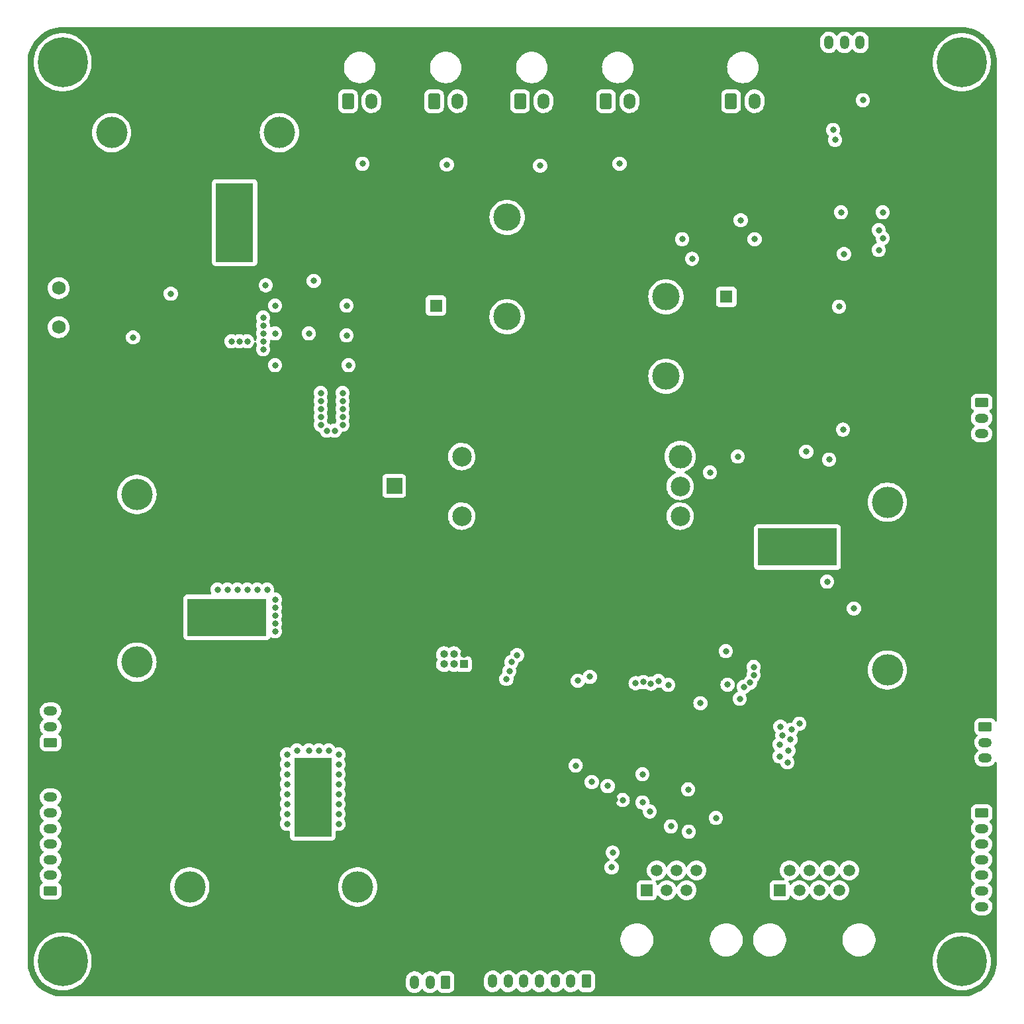
<source format=gbr>
%TF.GenerationSoftware,KiCad,Pcbnew,(6.0.4)*%
%TF.CreationDate,2022-05-04T17:07:43-02:30*%
%TF.ProjectId,interstate,696e7465-7273-4746-9174-652e6b696361,rev?*%
%TF.SameCoordinates,Original*%
%TF.FileFunction,Copper,L2,Inr*%
%TF.FilePolarity,Positive*%
%FSLAX46Y46*%
G04 Gerber Fmt 4.6, Leading zero omitted, Abs format (unit mm)*
G04 Created by KiCad (PCBNEW (6.0.4)) date 2022-05-04 17:07:43*
%MOMM*%
%LPD*%
G01*
G04 APERTURE LIST*
G04 Aperture macros list*
%AMRoundRect*
0 Rectangle with rounded corners*
0 $1 Rounding radius*
0 $2 $3 $4 $5 $6 $7 $8 $9 X,Y pos of 4 corners*
0 Add a 4 corners polygon primitive as box body*
4,1,4,$2,$3,$4,$5,$6,$7,$8,$9,$2,$3,0*
0 Add four circle primitives for the rounded corners*
1,1,$1+$1,$2,$3*
1,1,$1+$1,$4,$5*
1,1,$1+$1,$6,$7*
1,1,$1+$1,$8,$9*
0 Add four rect primitives between the rounded corners*
20,1,$1+$1,$2,$3,$4,$5,0*
20,1,$1+$1,$4,$5,$6,$7,0*
20,1,$1+$1,$6,$7,$8,$9,0*
20,1,$1+$1,$8,$9,$2,$3,0*%
G04 Aperture macros list end*
%TA.AperFunction,ComponentPad*%
%ADD10C,1.750000*%
%TD*%
%TA.AperFunction,ComponentPad*%
%ADD11C,3.000000*%
%TD*%
%TA.AperFunction,ComponentPad*%
%ADD12C,2.500000*%
%TD*%
%TA.AperFunction,ComponentPad*%
%ADD13O,1.000000X1.000000*%
%TD*%
%TA.AperFunction,ComponentPad*%
%ADD14R,1.000000X1.000000*%
%TD*%
%TA.AperFunction,ComponentPad*%
%ADD15O,1.200000X1.750000*%
%TD*%
%TA.AperFunction,ComponentPad*%
%ADD16RoundRect,0.250000X0.350000X0.625000X-0.350000X0.625000X-0.350000X-0.625000X0.350000X-0.625000X0*%
%TD*%
%TA.AperFunction,ComponentPad*%
%ADD17O,1.500000X2.020000*%
%TD*%
%TA.AperFunction,ComponentPad*%
%ADD18RoundRect,0.250001X-0.499999X-0.759999X0.499999X-0.759999X0.499999X0.759999X-0.499999X0.759999X0*%
%TD*%
%TA.AperFunction,ComponentPad*%
%ADD19R,4.800000X5.100000*%
%TD*%
%TA.AperFunction,ComponentPad*%
%ADD20C,4.000000*%
%TD*%
%TA.AperFunction,ComponentPad*%
%ADD21O,1.750000X1.200000*%
%TD*%
%TA.AperFunction,ComponentPad*%
%ADD22RoundRect,0.250000X0.625000X-0.350000X0.625000X0.350000X-0.625000X0.350000X-0.625000X-0.350000X0*%
%TD*%
%TA.AperFunction,ComponentPad*%
%ADD23R,1.600000X1.600000*%
%TD*%
%TA.AperFunction,ComponentPad*%
%ADD24C,1.600000*%
%TD*%
%TA.AperFunction,ComponentPad*%
%ADD25C,3.500000*%
%TD*%
%TA.AperFunction,ComponentPad*%
%ADD26RoundRect,0.250000X-0.350000X-0.625000X0.350000X-0.625000X0.350000X0.625000X-0.350000X0.625000X0*%
%TD*%
%TA.AperFunction,ComponentPad*%
%ADD27R,5.100000X4.800000*%
%TD*%
%TA.AperFunction,ComponentPad*%
%ADD28RoundRect,0.250000X-0.625000X0.350000X-0.625000X-0.350000X0.625000X-0.350000X0.625000X0.350000X0*%
%TD*%
%TA.AperFunction,ComponentPad*%
%ADD29C,1.500000*%
%TD*%
%TA.AperFunction,ComponentPad*%
%ADD30R,1.500000X1.500000*%
%TD*%
%TA.AperFunction,ComponentPad*%
%ADD31C,0.800000*%
%TD*%
%TA.AperFunction,ComponentPad*%
%ADD32C,6.400000*%
%TD*%
%TA.AperFunction,ComponentPad*%
%ADD33R,2.000000X2.000000*%
%TD*%
%TA.AperFunction,ComponentPad*%
%ADD34C,2.000000*%
%TD*%
%TA.AperFunction,ViaPad*%
%ADD35C,0.800000*%
%TD*%
G04 APERTURE END LIST*
D10*
%TO.N,unconnected-(SW2-Pad1)*%
%TO.C,SW2*%
X54484000Y-88882000D03*
%TO.N,GND*%
X54484000Y-86382000D03*
%TO.N,/SYS_ON*%
X54484000Y-83882000D03*
%TD*%
D11*
%TO.N,+24V*%
%TO.C,U2*%
X133986000Y-105432000D03*
D12*
X133986000Y-109242000D03*
%TO.N,Net-(R22-Pad1)*%
X133986000Y-113052000D03*
%TO.N,GND*%
X133986000Y-116862000D03*
D11*
X133986000Y-120672000D03*
D12*
X106046000Y-120672000D03*
%TO.N,Net-(R19-Pad2)*%
X106046000Y-113052000D03*
%TO.N,/BATT_PROT*%
X106046000Y-105432000D03*
%TD*%
D13*
%TO.N,/nRESET*%
%TO.C,J20*%
X103765000Y-130715000D03*
%TO.N,unconnected-(J20-Pad5)*%
X103765000Y-131985000D03*
%TO.N,unconnected-(J20-Pad4)*%
X105035000Y-130715000D03*
%TO.N,/SWCLK*%
X105035000Y-131985000D03*
%TO.N,GND*%
X106305000Y-130715000D03*
D14*
%TO.N,/SWDIO*%
X106305000Y-131985000D03*
%TD*%
D15*
%TO.N,Net-(J18-Pad7)*%
%TO.C,J18*%
X110000000Y-172550000D03*
%TO.N,Net-(J18-Pad6)*%
X112000000Y-172550000D03*
%TO.N,Net-(J18-Pad5)*%
X114000000Y-172550000D03*
%TO.N,Net-(J18-Pad4)*%
X116000000Y-172550000D03*
%TO.N,Net-(J18-Pad3)*%
X118000000Y-172550000D03*
%TO.N,Net-(J18-Pad2)*%
X120000000Y-172550000D03*
D16*
%TO.N,Net-(J18-Pad1)*%
X122000000Y-172550000D03*
%TD*%
D17*
%TO.N,Net-(J4-Pad2)*%
%TO.C,J4*%
X116500000Y-59970000D03*
D18*
%TO.N,+12V*%
X113500000Y-59970000D03*
%TD*%
D19*
%TO.N,GND*%
%TO.C,J14*%
X77000000Y-146495000D03*
X77000000Y-151495000D03*
%TO.N,/BATT_PROT*%
X87000000Y-151495000D03*
X87000000Y-146495000D03*
D20*
%TO.N,*%
X71270000Y-160495000D03*
X92730000Y-160495000D03*
%TD*%
D21*
%TO.N,/ESC1_SW2*%
%TO.C,J13*%
X53450000Y-138000000D03*
%TO.N,unconnected-(J13-Pad2)*%
X53450000Y-140000000D03*
D22*
%TO.N,/ESC1_SW1*%
X53450000Y-142000000D03*
%TD*%
D23*
%TO.N,/BATT_PROT*%
%TO.C,C2*%
X102744000Y-86107651D03*
D24*
%TO.N,GND*%
X102744000Y-82607651D03*
%TD*%
D25*
%TO.N,+12V*%
%TO.C,U5*%
X132170000Y-95160000D03*
%TO.N,Net-(R24-Pad1)*%
X132170000Y-85000000D03*
%TO.N,GND*%
X132170000Y-74840000D03*
%TO.N,Net-(R20-Pad2)*%
X111850000Y-74840000D03*
%TO.N,GND*%
X111850000Y-82460000D03*
%TO.N,/BATT_PROT*%
X111850000Y-87540000D03*
%TD*%
D15*
%TO.N,Net-(R4-Pad2)*%
%TO.C,J3*%
X157000000Y-52450000D03*
%TO.N,/nESTOP2*%
X155000000Y-52450000D03*
%TO.N,/ESTOP2*%
X153000000Y-52450000D03*
D26*
%TO.N,GND*%
X151000000Y-52450000D03*
%TD*%
D27*
%TO.N,GND*%
%TO.C,J11*%
X78505000Y-116000000D03*
X73505000Y-116000000D03*
%TO.N,/BATT_PROT*%
X78505000Y-126000000D03*
X73505000Y-126000000D03*
D20*
%TO.N,*%
X64505000Y-131730000D03*
X64505000Y-110270000D03*
%TD*%
D15*
%TO.N,/ESC3_SW2*%
%TO.C,J19*%
X100000000Y-172650000D03*
%TO.N,unconnected-(J19-Pad2)*%
X102000000Y-172650000D03*
D16*
%TO.N,/ESC3_SW1*%
X104000000Y-172650000D03*
%TD*%
D23*
%TO.N,+12V*%
%TO.C,C26*%
X139884000Y-85000000D03*
D24*
%TO.N,GND*%
X143384000Y-85000000D03*
%TD*%
D28*
%TO.N,/ESC2_SW1*%
%TO.C,J16*%
X173000000Y-140000000D03*
D21*
%TO.N,unconnected-(J16-Pad2)*%
X173000000Y-142000000D03*
%TO.N,/ESC2_SW2*%
X173000000Y-144000000D03*
%TD*%
D29*
%TO.N,GND*%
%TO.C,J9*%
X138607500Y-158360000D03*
X137337500Y-160900000D03*
%TO.N,/TX_N*%
X136067500Y-158360000D03*
%TO.N,+24V*%
X134797500Y-160900000D03*
X133527500Y-158360000D03*
%TO.N,/TX_P*%
X132257500Y-160900000D03*
%TO.N,/RX_N*%
X130987500Y-158360000D03*
D30*
%TO.N,/RX_P*%
X129717500Y-160900000D03*
%TD*%
D31*
%TO.N,Net-(H3-Pad1)*%
%TO.C,H3*%
X53302944Y-171697056D03*
X52600000Y-170000000D03*
X56697056Y-168302944D03*
D32*
X55000000Y-170000000D03*
D31*
X53302944Y-168302944D03*
X56697056Y-171697056D03*
X57400000Y-170000000D03*
X55000000Y-167600000D03*
X55000000Y-172400000D03*
%TD*%
D17*
%TO.N,Net-(J5-Pad2)*%
%TO.C,J5*%
X105500000Y-59970000D03*
D18*
%TO.N,+12V*%
X102500000Y-59970000D03*
%TD*%
D31*
%TO.N,Net-(H1-Pad1)*%
%TO.C,H1*%
X52600000Y-55000000D03*
X56697056Y-53302944D03*
X57400000Y-55000000D03*
D32*
X55000000Y-55000000D03*
D31*
X55000000Y-57400000D03*
X53302944Y-53302944D03*
X55000000Y-52600000D03*
X56697056Y-56697056D03*
X53302944Y-56697056D03*
%TD*%
D33*
%TO.N,/BATT_PROT*%
%TO.C,C3*%
X97410000Y-109160323D03*
D34*
%TO.N,GND*%
X97410000Y-114160323D03*
%TD*%
D31*
%TO.N,Net-(H2-Pad1)*%
%TO.C,H2*%
X168302944Y-56697056D03*
X170000000Y-57400000D03*
X172400000Y-55000000D03*
X170000000Y-52600000D03*
D32*
X170000000Y-55000000D03*
D31*
X167600000Y-55000000D03*
X171697056Y-53302944D03*
X171697056Y-56697056D03*
X168302944Y-53302944D03*
%TD*%
D17*
%TO.N,/ESTOP1*%
%TO.C,J2*%
X143500000Y-59970000D03*
D18*
%TO.N,+12V*%
X140500000Y-59970000D03*
%TD*%
D31*
%TO.N,Net-(H4-Pad1)*%
%TO.C,H4*%
X170000000Y-172400000D03*
X171697056Y-171697056D03*
X171697056Y-168302944D03*
X167600000Y-170000000D03*
X168302944Y-171697056D03*
X172400000Y-170000000D03*
X168302944Y-168302944D03*
D32*
X170000000Y-170000000D03*
D31*
X170000000Y-167600000D03*
%TD*%
D19*
%TO.N,/BATT_RAW*%
%TO.C,J7*%
X77000000Y-78000000D03*
X77000000Y-73000000D03*
%TO.N,GND*%
X67000000Y-78000000D03*
X67000000Y-73000000D03*
D20*
%TO.N,*%
X82730000Y-64000000D03*
X61270000Y-64000000D03*
%TD*%
D21*
%TO.N,GND*%
%TO.C,J10*%
X172550000Y-104500000D03*
%TO.N,/CAN-*%
X172550000Y-102500000D03*
%TO.N,/CAN+*%
X172550000Y-100500000D03*
D28*
%TO.N,+3V3*%
X172550000Y-98500000D03*
%TD*%
D29*
%TO.N,unconnected-(J8-Pad8)*%
%TO.C,J8*%
X155607500Y-158360000D03*
%TO.N,unconnected-(J8-Pad7)*%
X154337500Y-160900000D03*
%TO.N,/TX_N*%
X153067500Y-158360000D03*
%TO.N,unconnected-(J8-Pad5)*%
X151797500Y-160900000D03*
%TO.N,unconnected-(J8-Pad4)*%
X150527500Y-158360000D03*
%TO.N,/TX_P*%
X149257500Y-160900000D03*
%TO.N,/RX_N*%
X147987500Y-158360000D03*
D30*
%TO.N,/RX_P*%
X146717500Y-160900000D03*
%TD*%
D28*
%TO.N,Net-(J15-Pad1)*%
%TO.C,J15*%
X172550000Y-151000000D03*
D21*
%TO.N,Net-(J15-Pad2)*%
X172550000Y-153000000D03*
%TO.N,Net-(J15-Pad3)*%
X172550000Y-155000000D03*
%TO.N,Net-(J15-Pad4)*%
X172550000Y-157000000D03*
%TO.N,Net-(J15-Pad5)*%
X172550000Y-159000000D03*
%TO.N,Net-(J15-Pad6)*%
X172550000Y-161000000D03*
%TO.N,Net-(J15-Pad7)*%
X172550000Y-163000000D03*
%TD*%
D27*
%TO.N,GND*%
%TO.C,J17*%
X151495000Y-127000000D03*
X146495000Y-127000000D03*
%TO.N,/BATT_PROT*%
X151495000Y-117000000D03*
X146495000Y-117000000D03*
D20*
%TO.N,*%
X160495000Y-111270000D03*
X160495000Y-132730000D03*
%TD*%
D17*
%TO.N,Net-(J6-Pad2)*%
%TO.C,J6*%
X127500000Y-59970000D03*
D18*
%TO.N,+12V*%
X124500000Y-59970000D03*
%TD*%
D17*
%TO.N,Net-(J1-Pad2)*%
%TO.C,J1*%
X94500000Y-59970000D03*
D18*
%TO.N,+12V*%
X91500000Y-59970000D03*
%TD*%
D21*
%TO.N,Net-(J12-Pad7)*%
%TO.C,J12*%
X53450000Y-149000000D03*
%TO.N,Net-(J12-Pad6)*%
X53450000Y-151000000D03*
%TO.N,Net-(J12-Pad5)*%
X53450000Y-153000000D03*
%TO.N,Net-(J12-Pad4)*%
X53450000Y-155000000D03*
%TO.N,Net-(J12-Pad3)*%
X53450000Y-157000000D03*
%TO.N,Net-(J12-Pad2)*%
X53450000Y-159000000D03*
D22*
%TO.N,Net-(J12-Pad1)*%
X53450000Y-161000000D03*
%TD*%
D35*
%TO.N,GND*%
X103506000Y-145564000D03*
X69978000Y-117370000D03*
X69978000Y-116354000D03*
X69978000Y-115338000D03*
X69978000Y-114322000D03*
%TO.N,Net-(Q5-Pad2)*%
X82170000Y-89684000D03*
X91314000Y-89938000D03*
X91568000Y-93748000D03*
X82170000Y-93748000D03*
X91314000Y-86128000D03*
X86488000Y-89684000D03*
X82170000Y-86128000D03*
X80646000Y-91716000D03*
X80646000Y-90700000D03*
X78614000Y-90700000D03*
X80646000Y-87652000D03*
X80646000Y-88668000D03*
X80646000Y-89684000D03*
X77598000Y-90700000D03*
X76582000Y-90700000D03*
%TO.N,/ESTOP1*%
X159894000Y-77492000D03*
X159386000Y-79016000D03*
%TO.N,/ESTOP2*%
X159894000Y-74190000D03*
X159386000Y-76476000D03*
%TO.N,GND*%
X146432000Y-64030000D03*
%TO.N,/SPARE_SPI_MOSI*%
X138558000Y-151660000D03*
%TO.N,/SPARE_I2C_SCL*%
X141606000Y-136420000D03*
%TO.N,/SPARE_SPI_SCK*%
X142114000Y-134896000D03*
%TO.N,/SPARE_SPI_MISO*%
X142945636Y-134341576D03*
%TO.N,/SPARE_SPI_SEL*%
X143384000Y-133372000D03*
%TO.N,/SPARE_I2C_SDA*%
X143389714Y-132350286D03*
%TO.N,/SPARE_SPI_MOSI*%
X129160000Y-146072000D03*
%TO.N,/SPARE_I2C_SCL*%
X132462000Y-134642000D03*
%TO.N,/SPARE_SPI_SCK*%
X131192000Y-134134000D03*
%TO.N,/SPARE_SPI_MISO*%
X130251954Y-134473587D03*
%TO.N,/SPARE_SPI_SEL*%
X129271844Y-134277654D03*
%TO.N,/SPARE_I2C_SDA*%
X128281520Y-134412798D03*
%TO.N,GND*%
X133732000Y-138706000D03*
X148718000Y-69110000D03*
X144908000Y-68094000D03*
X145924000Y-70126000D03*
%TO.N,+24V*%
X141352000Y-105432000D03*
%TO.N,GND*%
X70486000Y-72666000D03*
X70486000Y-73936000D03*
X70486000Y-75206000D03*
X70486000Y-76476000D03*
X70486000Y-77746000D03*
X70486000Y-79016000D03*
X70486000Y-80286000D03*
X63628000Y-72666000D03*
X63628000Y-73936000D03*
X63628000Y-75206000D03*
X63628000Y-76476000D03*
X63628000Y-77746000D03*
X63628000Y-79016000D03*
X63628000Y-80286000D03*
%TO.N,/BATT_PROT*%
X90298000Y-152422000D03*
X90298000Y-151152000D03*
X90298000Y-149882000D03*
X90298000Y-148612000D03*
X90298000Y-147342000D03*
X90298000Y-146072000D03*
X90298000Y-144802000D03*
X90298000Y-143532000D03*
X89028000Y-143024000D03*
X87758000Y-143024000D03*
X86488000Y-143024000D03*
X84964000Y-143024000D03*
X83694000Y-143532000D03*
X83694000Y-144802000D03*
X83694000Y-146072000D03*
X83694000Y-147342000D03*
X83694000Y-148612000D03*
X83694000Y-149882000D03*
X83694000Y-151152000D03*
X83694000Y-152422000D03*
X88012000Y-97304000D03*
X88012000Y-98320000D03*
X88012000Y-99336000D03*
X88012000Y-100352000D03*
X88012000Y-101368000D03*
X88774000Y-102130000D03*
X89790000Y-102130000D03*
X90806000Y-101368000D03*
X90806000Y-100352000D03*
X90806000Y-99336000D03*
X90806000Y-98320000D03*
X90806000Y-97304000D03*
X82170000Y-127784000D03*
X82170000Y-126768000D03*
X82170000Y-125752000D03*
X82170000Y-124736000D03*
X82170000Y-123720000D03*
X81154000Y-122450000D03*
X79884000Y-122450000D03*
X78614000Y-122450000D03*
X77344000Y-122450000D03*
X76074000Y-122450000D03*
X74804000Y-122450000D03*
%TO.N,GND*%
X73534000Y-152168000D03*
X80138000Y-152168000D03*
X80138000Y-150644000D03*
X80138000Y-149120000D03*
X80138000Y-147596000D03*
X80138000Y-146072000D03*
X80138000Y-144548000D03*
X79630000Y-143024000D03*
X78106000Y-143024000D03*
X76582000Y-143024000D03*
X75058000Y-143024000D03*
X73534000Y-143024000D03*
X73534000Y-146072000D03*
X73534000Y-144548000D03*
X73534000Y-147596000D03*
X73534000Y-149120000D03*
X73534000Y-150644000D03*
X78106000Y-162836000D03*
X85726000Y-166900000D03*
X77090000Y-169948000D03*
X113666000Y-155216000D03*
X111126000Y-156232000D03*
X59945000Y-156994000D03*
X117984000Y-166138000D03*
X165990000Y-154962000D03*
X79503000Y-95145000D03*
%TO.N,/BATT_GOOD*%
X137796000Y-107464000D03*
X87123000Y-82953000D03*
%TO.N,/LAMP1_ON*%
X111761000Y-133880000D03*
%TO.N,/LAMP2_ON*%
X112142000Y-132864000D03*
%TO.N,/LAMP3_ON*%
X112396000Y-131721000D03*
%TO.N,/LAMP4_ON*%
X113122500Y-130832000D03*
X126239000Y-67967000D03*
%TO.N,/LAMP3_ON*%
X116079000Y-68221000D03*
%TO.N,/LAMP2_ON*%
X104141000Y-68094000D03*
%TO.N,/LAMP1_ON*%
X93346000Y-67967000D03*
%TO.N,+3V3*%
X136574000Y-136976000D03*
%TO.N,GND*%
X101331500Y-137182000D03*
X101331500Y-140230000D03*
%TO.N,/BATT_GOOD*%
X64009000Y-90192000D03*
X139828000Y-130324000D03*
%TO.N,+3V3*%
X120625000Y-144950000D03*
%TO.N,/SYS_ON*%
X80971067Y-83515575D03*
X134240000Y-77619000D03*
X143511000Y-77619000D03*
X68835000Y-84604000D03*
%TO.N,+3V3*%
X140046335Y-134617762D03*
%TO.N,+12V*%
X141733000Y-75206000D03*
X153544000Y-63649000D03*
%TO.N,+24V*%
X153798000Y-64919000D03*
%TO.N,+12V*%
X154306000Y-86255000D03*
X154941000Y-79524000D03*
X150115000Y-104797000D03*
X153036000Y-105813000D03*
%TO.N,/BATT_PROT*%
X152782000Y-121434000D03*
X156211000Y-124863000D03*
%TO.N,+3V3*%
X157354000Y-59839000D03*
X154560000Y-74190000D03*
%TO.N,GND*%
X125525000Y-133000000D03*
X54992000Y-63522000D03*
%TO.N,+3V3*%
X147067000Y-141119000D03*
X146813000Y-139976000D03*
X146686000Y-142262000D03*
X149226000Y-139595000D03*
X148210000Y-140357000D03*
X148083000Y-141627000D03*
X147829000Y-143024000D03*
X146686000Y-143786000D03*
X147702000Y-144548000D03*
%TO.N,GND*%
X153163000Y-150644000D03*
X152020000Y-150644000D03*
X150877000Y-150644000D03*
X173737000Y-74444000D03*
X173737000Y-75714000D03*
X173737000Y-76984000D03*
X173737000Y-78254000D03*
X173737000Y-80794000D03*
X173737000Y-82064000D03*
X166498000Y-83715000D03*
X161799000Y-55013000D03*
X166752000Y-58950000D03*
X164466000Y-63014000D03*
X166723000Y-67078000D03*
X122050000Y-156000000D03*
X119000000Y-67000000D03*
X67691000Y-149098000D03*
X131318000Y-78740000D03*
X105284000Y-149120000D03*
X59500000Y-87000000D03*
X65500000Y-93000000D03*
X152686000Y-139158000D03*
X120625000Y-143050000D03*
X154940000Y-100584000D03*
X63627000Y-169926000D03*
X162175000Y-157086000D03*
X67691000Y-155067000D03*
X164000000Y-143750000D03*
X63000000Y-138000000D03*
X155000000Y-78000000D03*
X100330000Y-163068000D03*
X160909000Y-159766000D03*
X132074000Y-64448000D03*
X155000000Y-75750000D03*
X65500000Y-94500000D03*
X129032000Y-131064000D03*
X164500000Y-79500000D03*
X65500000Y-82000000D03*
X125000000Y-151000000D03*
X68500000Y-86000000D03*
X108966000Y-161036000D03*
X129000000Y-67000000D03*
X116332000Y-160147000D03*
X125636521Y-149349354D03*
X107000000Y-67000000D03*
X123952000Y-135128000D03*
X164211000Y-164338000D03*
X133587500Y-149912500D03*
X96000000Y-67000000D03*
X120904000Y-158115000D03*
X151670000Y-139666000D03*
X135000000Y-135000000D03*
X118364000Y-74803000D03*
%TO.N,+12V*%
X135509000Y-80137000D03*
%TO.N,+3V3*%
X122428000Y-133604000D03*
X126635989Y-149357714D03*
X120904000Y-134112000D03*
X154813000Y-101981000D03*
X135000000Y-148000000D03*
%TO.N,+24V*%
X125349000Y-156083000D03*
X125222000Y-157988000D03*
%TO.N,/ESC1_N*%
X122682000Y-147066000D03*
X124714000Y-147574000D03*
%TO.N,/ESC2_P*%
X135085522Y-153414478D03*
X132800500Y-152723438D03*
%TO.N,/ESC3_P*%
X130096991Y-150821230D03*
X129175500Y-149668158D03*
%TD*%
%TA.AperFunction,Conductor*%
%TO.N,GND*%
G36*
X169970018Y-50510000D02*
G01*
X169984851Y-50512310D01*
X169984855Y-50512310D01*
X169993724Y-50513691D01*
X170014183Y-50511016D01*
X170036007Y-50510072D01*
X170385965Y-50525352D01*
X170396913Y-50526310D01*
X170774498Y-50576019D01*
X170785307Y-50577926D01*
X171157114Y-50660353D01*
X171167731Y-50663198D01*
X171530939Y-50777718D01*
X171541254Y-50781471D01*
X171893123Y-50927220D01*
X171903067Y-50931858D01*
X172240867Y-51107705D01*
X172250387Y-51113201D01*
X172571574Y-51317820D01*
X172580578Y-51324124D01*
X172882716Y-51555962D01*
X172891137Y-51563028D01*
X173171914Y-51820314D01*
X173179686Y-51828086D01*
X173436972Y-52108863D01*
X173444038Y-52117284D01*
X173675876Y-52419422D01*
X173682180Y-52428426D01*
X173886799Y-52749613D01*
X173892294Y-52759132D01*
X174042062Y-53046832D01*
X174068138Y-53096924D01*
X174072780Y-53106877D01*
X174202264Y-53419480D01*
X174218526Y-53458739D01*
X174222282Y-53469061D01*
X174335365Y-53827710D01*
X174336802Y-53832268D01*
X174339647Y-53842885D01*
X174419913Y-54204940D01*
X174422073Y-54214685D01*
X174423981Y-54225502D01*
X174466006Y-54544723D01*
X174473690Y-54603086D01*
X174474648Y-54614035D01*
X174481522Y-54771461D01*
X174489603Y-54956552D01*
X174488223Y-54981429D01*
X174486309Y-54993724D01*
X174487473Y-55002626D01*
X174487473Y-55002628D01*
X174490436Y-55025283D01*
X174491500Y-55041621D01*
X174491500Y-139165711D01*
X174471498Y-139233832D01*
X174417842Y-139280325D01*
X174347568Y-139290429D01*
X174282988Y-139260935D01*
X174258356Y-139232014D01*
X174227332Y-139181880D01*
X174223478Y-139175652D01*
X174098303Y-139050695D01*
X174034523Y-139011380D01*
X173953968Y-138961725D01*
X173953966Y-138961724D01*
X173947738Y-138957885D01*
X173836668Y-138921045D01*
X173786389Y-138904368D01*
X173786387Y-138904368D01*
X173779861Y-138902203D01*
X173773025Y-138901503D01*
X173773022Y-138901502D01*
X173729969Y-138897091D01*
X173675400Y-138891500D01*
X172324600Y-138891500D01*
X172321354Y-138891837D01*
X172321350Y-138891837D01*
X172225692Y-138901762D01*
X172225688Y-138901763D01*
X172218834Y-138902474D01*
X172212298Y-138904655D01*
X172212296Y-138904655D01*
X172163170Y-138921045D01*
X172051054Y-138958450D01*
X171900652Y-139051522D01*
X171775695Y-139176697D01*
X171771855Y-139182927D01*
X171771854Y-139182928D01*
X171711818Y-139280325D01*
X171682885Y-139327262D01*
X171680581Y-139334209D01*
X171629503Y-139488206D01*
X171627203Y-139495139D01*
X171616500Y-139599600D01*
X171616500Y-140400400D01*
X171616837Y-140403646D01*
X171616837Y-140403650D01*
X171623078Y-140463794D01*
X171627474Y-140506166D01*
X171683450Y-140673946D01*
X171776522Y-140824348D01*
X171901697Y-140949305D01*
X171907927Y-140953145D01*
X171907928Y-140953146D01*
X171953236Y-140981074D01*
X172000729Y-141033846D01*
X172012153Y-141103918D01*
X171983879Y-141169042D01*
X171964955Y-141187418D01*
X171957080Y-141193604D01*
X171953148Y-141198135D01*
X171953145Y-141198138D01*
X171884474Y-141277275D01*
X171818448Y-141353363D01*
X171815448Y-141358549D01*
X171815445Y-141358553D01*
X171773653Y-141430794D01*
X171712527Y-141536454D01*
X171643139Y-141736271D01*
X171642278Y-141742206D01*
X171642278Y-141742208D01*
X171619874Y-141896729D01*
X171612787Y-141945604D01*
X171622567Y-142156899D01*
X171623971Y-142162724D01*
X171623971Y-142162725D01*
X171667932Y-142345134D01*
X171672125Y-142362534D01*
X171674607Y-142367992D01*
X171674608Y-142367996D01*
X171702279Y-142428855D01*
X171759674Y-142555087D01*
X171882054Y-142727611D01*
X172034850Y-142873881D01*
X172039888Y-142877134D01*
X172067163Y-142894746D01*
X172113540Y-142948501D01*
X172123493Y-143018797D01*
X172093861Y-143083314D01*
X172076649Y-143099681D01*
X171957080Y-143193604D01*
X171953148Y-143198135D01*
X171953145Y-143198138D01*
X171884474Y-143277275D01*
X171818448Y-143353363D01*
X171815448Y-143358549D01*
X171815445Y-143358553D01*
X171768312Y-143440026D01*
X171712527Y-143536454D01*
X171643139Y-143736271D01*
X171642278Y-143742206D01*
X171642278Y-143742208D01*
X171618884Y-143903556D01*
X171612787Y-143945604D01*
X171622567Y-144156899D01*
X171623971Y-144162724D01*
X171623971Y-144162725D01*
X171669537Y-144351794D01*
X171672125Y-144362534D01*
X171674607Y-144367992D01*
X171674608Y-144367996D01*
X171714108Y-144454871D01*
X171759674Y-144555087D01*
X171882054Y-144727611D01*
X172034850Y-144873881D01*
X172212548Y-144988620D01*
X172236334Y-144998206D01*
X172403168Y-145065442D01*
X172403171Y-145065443D01*
X172408737Y-145067686D01*
X172616337Y-145108228D01*
X172621899Y-145108500D01*
X173327846Y-145108500D01*
X173485566Y-145093452D01*
X173688534Y-145033908D01*
X173757854Y-144998206D01*
X173871249Y-144939804D01*
X173871252Y-144939802D01*
X173876580Y-144937058D01*
X174042920Y-144806396D01*
X174046852Y-144801865D01*
X174046855Y-144801862D01*
X174177621Y-144651167D01*
X174181552Y-144646637D01*
X174184552Y-144641451D01*
X174184555Y-144641447D01*
X174256436Y-144517195D01*
X174307861Y-144468246D01*
X174377586Y-144454871D01*
X174443474Y-144481315D01*
X174484606Y-144539183D01*
X174491500Y-144580290D01*
X174491500Y-169950633D01*
X174490000Y-169970018D01*
X174487690Y-169984851D01*
X174487690Y-169984855D01*
X174486309Y-169993724D01*
X174488984Y-170014183D01*
X174489928Y-170036011D01*
X174474648Y-170385964D01*
X174473690Y-170396913D01*
X174424297Y-170772099D01*
X174423982Y-170774490D01*
X174422073Y-170785315D01*
X174339647Y-171157114D01*
X174336802Y-171167731D01*
X174227324Y-171514951D01*
X174222285Y-171530932D01*
X174218529Y-171541254D01*
X174079100Y-171877866D01*
X174072784Y-171893114D01*
X174068142Y-171903067D01*
X173923965Y-172180029D01*
X173892295Y-172240867D01*
X173886799Y-172250387D01*
X173682180Y-172571574D01*
X173675876Y-172580578D01*
X173444038Y-172882716D01*
X173436972Y-172891137D01*
X173179686Y-173171914D01*
X173171914Y-173179686D01*
X172891137Y-173436972D01*
X172882716Y-173444038D01*
X172580578Y-173675876D01*
X172571574Y-173682180D01*
X172443741Y-173763619D01*
X172269999Y-173874305D01*
X172250387Y-173886799D01*
X172240868Y-173892294D01*
X171903067Y-174068142D01*
X171893123Y-174072780D01*
X171541254Y-174218529D01*
X171530939Y-174222282D01*
X171167732Y-174336802D01*
X171157115Y-174339647D01*
X170785307Y-174422074D01*
X170774498Y-174423981D01*
X170396914Y-174473690D01*
X170385965Y-174474648D01*
X170043446Y-174489603D01*
X170018571Y-174488223D01*
X170006276Y-174486309D01*
X169997374Y-174487473D01*
X169997372Y-174487473D01*
X169982323Y-174489441D01*
X169974714Y-174490436D01*
X169958379Y-174491500D01*
X55049367Y-174491500D01*
X55029982Y-174490000D01*
X55015149Y-174487690D01*
X55015145Y-174487690D01*
X55006276Y-174486309D01*
X54985817Y-174488984D01*
X54963993Y-174489928D01*
X54614035Y-174474648D01*
X54603086Y-174473690D01*
X54225502Y-174423981D01*
X54214693Y-174422074D01*
X53842885Y-174339647D01*
X53832268Y-174336802D01*
X53469061Y-174222282D01*
X53458746Y-174218529D01*
X53106877Y-174072780D01*
X53096933Y-174068142D01*
X52759132Y-173892294D01*
X52749613Y-173886799D01*
X52730002Y-173874305D01*
X52556259Y-173763619D01*
X52428426Y-173682180D01*
X52419422Y-173675876D01*
X52117284Y-173444038D01*
X52108863Y-173436972D01*
X51828086Y-173179686D01*
X51820314Y-173171914D01*
X51563028Y-172891137D01*
X51555962Y-172882716D01*
X51324124Y-172580578D01*
X51317820Y-172571574D01*
X51113201Y-172250387D01*
X51107705Y-172240867D01*
X51076035Y-172180029D01*
X50931858Y-171903067D01*
X50927216Y-171893114D01*
X50920901Y-171877866D01*
X50781471Y-171541254D01*
X50777715Y-171530932D01*
X50772677Y-171514951D01*
X50663198Y-171167731D01*
X50660353Y-171157114D01*
X50577927Y-170785315D01*
X50576018Y-170774490D01*
X50575704Y-170772099D01*
X50526310Y-170396913D01*
X50525352Y-170385964D01*
X50510561Y-170047208D01*
X50512188Y-170020805D01*
X50512769Y-170017352D01*
X50512770Y-170017345D01*
X50513576Y-170012552D01*
X50513729Y-170000000D01*
X51286411Y-170000000D01*
X51306754Y-170388176D01*
X51367562Y-170772099D01*
X51468167Y-171147562D01*
X51469352Y-171150650D01*
X51469353Y-171150652D01*
X51512728Y-171263648D01*
X51607468Y-171510453D01*
X51608966Y-171513393D01*
X51751690Y-171793503D01*
X51783938Y-171856794D01*
X51785734Y-171859560D01*
X51785736Y-171859563D01*
X51982061Y-172161879D01*
X51995643Y-172182793D01*
X52240266Y-172484876D01*
X52515124Y-172759734D01*
X52817207Y-173004357D01*
X52819970Y-173006152D01*
X52819971Y-173006152D01*
X53087191Y-173179686D01*
X53143205Y-173216062D01*
X53146139Y-173217557D01*
X53146146Y-173217561D01*
X53477285Y-173386284D01*
X53489547Y-173392532D01*
X53615000Y-173440689D01*
X53830144Y-173523275D01*
X53852438Y-173531833D01*
X54227901Y-173632438D01*
X54424737Y-173663614D01*
X54608576Y-173692732D01*
X54608584Y-173692733D01*
X54611824Y-173693246D01*
X55000000Y-173713589D01*
X55388176Y-173693246D01*
X55391416Y-173692733D01*
X55391424Y-173692732D01*
X55575263Y-173663614D01*
X55772099Y-173632438D01*
X56147562Y-173531833D01*
X56169857Y-173523275D01*
X56385000Y-173440689D01*
X56510453Y-173392532D01*
X56522715Y-173386284D01*
X56853854Y-173217561D01*
X56853861Y-173217557D01*
X56856795Y-173216062D01*
X56912810Y-173179686D01*
X57180029Y-173006152D01*
X57180030Y-173006152D01*
X57182793Y-173004357D01*
X57215531Y-172977846D01*
X98891500Y-172977846D01*
X98906548Y-173135566D01*
X98966092Y-173338534D01*
X98968836Y-173343861D01*
X98968836Y-173343862D01*
X99048710Y-173498946D01*
X99062942Y-173526580D01*
X99193604Y-173692920D01*
X99198135Y-173696852D01*
X99198138Y-173696855D01*
X99287392Y-173774305D01*
X99353363Y-173831552D01*
X99358549Y-173834552D01*
X99358553Y-173834555D01*
X99506847Y-173920345D01*
X99536454Y-173937473D01*
X99736271Y-174006861D01*
X99742206Y-174007722D01*
X99742208Y-174007722D01*
X99939664Y-174036352D01*
X99939667Y-174036352D01*
X99945604Y-174037213D01*
X100156899Y-174027433D01*
X100288077Y-173995819D01*
X100356701Y-173979281D01*
X100356703Y-173979280D01*
X100362534Y-173977875D01*
X100367992Y-173975393D01*
X100367996Y-173975392D01*
X100489064Y-173920345D01*
X100555087Y-173890326D01*
X100714379Y-173777332D01*
X100722725Y-173771412D01*
X100722726Y-173771411D01*
X100727611Y-173767946D01*
X100873881Y-173615150D01*
X100889610Y-173590791D01*
X100894746Y-173582837D01*
X100948501Y-173536460D01*
X101018797Y-173526507D01*
X101083314Y-173556139D01*
X101099681Y-173573351D01*
X101193604Y-173692920D01*
X101198135Y-173696852D01*
X101198138Y-173696855D01*
X101287392Y-173774305D01*
X101353363Y-173831552D01*
X101358549Y-173834552D01*
X101358553Y-173834555D01*
X101506847Y-173920345D01*
X101536454Y-173937473D01*
X101736271Y-174006861D01*
X101742206Y-174007722D01*
X101742208Y-174007722D01*
X101939664Y-174036352D01*
X101939667Y-174036352D01*
X101945604Y-174037213D01*
X102156899Y-174027433D01*
X102288077Y-173995819D01*
X102356701Y-173979281D01*
X102356703Y-173979280D01*
X102362534Y-173977875D01*
X102367992Y-173975393D01*
X102367996Y-173975392D01*
X102489064Y-173920345D01*
X102555087Y-173890326D01*
X102714379Y-173777332D01*
X102722725Y-173771412D01*
X102722726Y-173771411D01*
X102727611Y-173767946D01*
X102731753Y-173763619D01*
X102731759Y-173763614D01*
X102818806Y-173672683D01*
X102880361Y-173637306D01*
X102951270Y-173640825D01*
X103009021Y-173682121D01*
X103016965Y-173693504D01*
X103051522Y-173749348D01*
X103056704Y-173754521D01*
X103073624Y-173771412D01*
X103176697Y-173874305D01*
X103182927Y-173878145D01*
X103182928Y-173878146D01*
X103320090Y-173962694D01*
X103327262Y-173967115D01*
X103352217Y-173975392D01*
X103488611Y-174020632D01*
X103488613Y-174020632D01*
X103495139Y-174022797D01*
X103501975Y-174023497D01*
X103501978Y-174023498D01*
X103540386Y-174027433D01*
X103599600Y-174033500D01*
X104400400Y-174033500D01*
X104403646Y-174033163D01*
X104403650Y-174033163D01*
X104499308Y-174023238D01*
X104499312Y-174023237D01*
X104506166Y-174022526D01*
X104512702Y-174020345D01*
X104512704Y-174020345D01*
X104647443Y-173975392D01*
X104673946Y-173966550D01*
X104824348Y-173873478D01*
X104949305Y-173748303D01*
X104953146Y-173742072D01*
X105038275Y-173603968D01*
X105038276Y-173603966D01*
X105042115Y-173597738D01*
X105080226Y-173482837D01*
X105095632Y-173436389D01*
X105095632Y-173436387D01*
X105097797Y-173429861D01*
X105098680Y-173421249D01*
X105108172Y-173328598D01*
X105108500Y-173325400D01*
X105108500Y-172877846D01*
X108891500Y-172877846D01*
X108906548Y-173035566D01*
X108966092Y-173238534D01*
X108968836Y-173243861D01*
X108968836Y-173243862D01*
X109052599Y-173406497D01*
X109062942Y-173426580D01*
X109193604Y-173592920D01*
X109198135Y-173596852D01*
X109198138Y-173596855D01*
X109334802Y-173715446D01*
X109353363Y-173731552D01*
X109358549Y-173734552D01*
X109358553Y-173734555D01*
X109454957Y-173790326D01*
X109536454Y-173837473D01*
X109736271Y-173906861D01*
X109742206Y-173907722D01*
X109742208Y-173907722D01*
X109939664Y-173936352D01*
X109939667Y-173936352D01*
X109945604Y-173937213D01*
X110156899Y-173927433D01*
X110313248Y-173889753D01*
X110356701Y-173879281D01*
X110356703Y-173879280D01*
X110362534Y-173877875D01*
X110367992Y-173875393D01*
X110367996Y-173875392D01*
X110483041Y-173823084D01*
X110555087Y-173790326D01*
X110727611Y-173667946D01*
X110866103Y-173523275D01*
X110869736Y-173519480D01*
X110873881Y-173515150D01*
X110889610Y-173490791D01*
X110894746Y-173482837D01*
X110948501Y-173436460D01*
X111018797Y-173426507D01*
X111083314Y-173456139D01*
X111099681Y-173473351D01*
X111193604Y-173592920D01*
X111198135Y-173596852D01*
X111198138Y-173596855D01*
X111334802Y-173715446D01*
X111353363Y-173731552D01*
X111358549Y-173734552D01*
X111358553Y-173734555D01*
X111454957Y-173790326D01*
X111536454Y-173837473D01*
X111736271Y-173906861D01*
X111742206Y-173907722D01*
X111742208Y-173907722D01*
X111939664Y-173936352D01*
X111939667Y-173936352D01*
X111945604Y-173937213D01*
X112156899Y-173927433D01*
X112313248Y-173889753D01*
X112356701Y-173879281D01*
X112356703Y-173879280D01*
X112362534Y-173877875D01*
X112367992Y-173875393D01*
X112367996Y-173875392D01*
X112483041Y-173823084D01*
X112555087Y-173790326D01*
X112727611Y-173667946D01*
X112866103Y-173523275D01*
X112869736Y-173519480D01*
X112873881Y-173515150D01*
X112889610Y-173490791D01*
X112894746Y-173482837D01*
X112948501Y-173436460D01*
X113018797Y-173426507D01*
X113083314Y-173456139D01*
X113099681Y-173473351D01*
X113193604Y-173592920D01*
X113198135Y-173596852D01*
X113198138Y-173596855D01*
X113334802Y-173715446D01*
X113353363Y-173731552D01*
X113358549Y-173734552D01*
X113358553Y-173734555D01*
X113454957Y-173790326D01*
X113536454Y-173837473D01*
X113736271Y-173906861D01*
X113742206Y-173907722D01*
X113742208Y-173907722D01*
X113939664Y-173936352D01*
X113939667Y-173936352D01*
X113945604Y-173937213D01*
X114156899Y-173927433D01*
X114313248Y-173889753D01*
X114356701Y-173879281D01*
X114356703Y-173879280D01*
X114362534Y-173877875D01*
X114367992Y-173875393D01*
X114367996Y-173875392D01*
X114483041Y-173823084D01*
X114555087Y-173790326D01*
X114727611Y-173667946D01*
X114866103Y-173523275D01*
X114869736Y-173519480D01*
X114873881Y-173515150D01*
X114889610Y-173490791D01*
X114894746Y-173482837D01*
X114948501Y-173436460D01*
X115018797Y-173426507D01*
X115083314Y-173456139D01*
X115099681Y-173473351D01*
X115193604Y-173592920D01*
X115198135Y-173596852D01*
X115198138Y-173596855D01*
X115334802Y-173715446D01*
X115353363Y-173731552D01*
X115358549Y-173734552D01*
X115358553Y-173734555D01*
X115454957Y-173790326D01*
X115536454Y-173837473D01*
X115736271Y-173906861D01*
X115742206Y-173907722D01*
X115742208Y-173907722D01*
X115939664Y-173936352D01*
X115939667Y-173936352D01*
X115945604Y-173937213D01*
X116156899Y-173927433D01*
X116313248Y-173889753D01*
X116356701Y-173879281D01*
X116356703Y-173879280D01*
X116362534Y-173877875D01*
X116367992Y-173875393D01*
X116367996Y-173875392D01*
X116483041Y-173823084D01*
X116555087Y-173790326D01*
X116727611Y-173667946D01*
X116866103Y-173523275D01*
X116869736Y-173519480D01*
X116873881Y-173515150D01*
X116889610Y-173490791D01*
X116894746Y-173482837D01*
X116948501Y-173436460D01*
X117018797Y-173426507D01*
X117083314Y-173456139D01*
X117099681Y-173473351D01*
X117193604Y-173592920D01*
X117198135Y-173596852D01*
X117198138Y-173596855D01*
X117334802Y-173715446D01*
X117353363Y-173731552D01*
X117358549Y-173734552D01*
X117358553Y-173734555D01*
X117454957Y-173790326D01*
X117536454Y-173837473D01*
X117736271Y-173906861D01*
X117742206Y-173907722D01*
X117742208Y-173907722D01*
X117939664Y-173936352D01*
X117939667Y-173936352D01*
X117945604Y-173937213D01*
X118156899Y-173927433D01*
X118313248Y-173889753D01*
X118356701Y-173879281D01*
X118356703Y-173879280D01*
X118362534Y-173877875D01*
X118367992Y-173875393D01*
X118367996Y-173875392D01*
X118483041Y-173823084D01*
X118555087Y-173790326D01*
X118727611Y-173667946D01*
X118866103Y-173523275D01*
X118869736Y-173519480D01*
X118873881Y-173515150D01*
X118889610Y-173490791D01*
X118894746Y-173482837D01*
X118948501Y-173436460D01*
X119018797Y-173426507D01*
X119083314Y-173456139D01*
X119099681Y-173473351D01*
X119193604Y-173592920D01*
X119198135Y-173596852D01*
X119198138Y-173596855D01*
X119334802Y-173715446D01*
X119353363Y-173731552D01*
X119358549Y-173734552D01*
X119358553Y-173734555D01*
X119454957Y-173790326D01*
X119536454Y-173837473D01*
X119736271Y-173906861D01*
X119742206Y-173907722D01*
X119742208Y-173907722D01*
X119939664Y-173936352D01*
X119939667Y-173936352D01*
X119945604Y-173937213D01*
X120156899Y-173927433D01*
X120313248Y-173889753D01*
X120356701Y-173879281D01*
X120356703Y-173879280D01*
X120362534Y-173877875D01*
X120367992Y-173875393D01*
X120367996Y-173875392D01*
X120483041Y-173823084D01*
X120555087Y-173790326D01*
X120727611Y-173667946D01*
X120731753Y-173663619D01*
X120731759Y-173663614D01*
X120818806Y-173572683D01*
X120880361Y-173537306D01*
X120951270Y-173540825D01*
X121009021Y-173582121D01*
X121016965Y-173593504D01*
X121051522Y-173649348D01*
X121176697Y-173774305D01*
X121182927Y-173778145D01*
X121182928Y-173778146D01*
X121320090Y-173862694D01*
X121327262Y-173867115D01*
X121359703Y-173877875D01*
X121488611Y-173920632D01*
X121488613Y-173920632D01*
X121495139Y-173922797D01*
X121501975Y-173923497D01*
X121501978Y-173923498D01*
X121540386Y-173927433D01*
X121599600Y-173933500D01*
X122400400Y-173933500D01*
X122403646Y-173933163D01*
X122403650Y-173933163D01*
X122499308Y-173923238D01*
X122499312Y-173923237D01*
X122506166Y-173922526D01*
X122512702Y-173920345D01*
X122512704Y-173920345D01*
X122647443Y-173875392D01*
X122673946Y-173866550D01*
X122824348Y-173773478D01*
X122949305Y-173648303D01*
X122958766Y-173632954D01*
X123038275Y-173503968D01*
X123038276Y-173503966D01*
X123042115Y-173497738D01*
X123077507Y-173391034D01*
X123095632Y-173336389D01*
X123095632Y-173336387D01*
X123097797Y-173329861D01*
X123108500Y-173225400D01*
X123108500Y-171874600D01*
X123107250Y-171862548D01*
X123098238Y-171775692D01*
X123098237Y-171775688D01*
X123097526Y-171768834D01*
X123093749Y-171757511D01*
X123043868Y-171608002D01*
X123041550Y-171601054D01*
X122948478Y-171450652D01*
X122928658Y-171430866D01*
X122866131Y-171368448D01*
X122823303Y-171325695D01*
X122817072Y-171321854D01*
X122678968Y-171236725D01*
X122678966Y-171236724D01*
X122672738Y-171232885D01*
X122512254Y-171179655D01*
X122511389Y-171179368D01*
X122511387Y-171179368D01*
X122504861Y-171177203D01*
X122498025Y-171176503D01*
X122498022Y-171176502D01*
X122454969Y-171172091D01*
X122400400Y-171166500D01*
X121599600Y-171166500D01*
X121596354Y-171166837D01*
X121596350Y-171166837D01*
X121500692Y-171176762D01*
X121500688Y-171176763D01*
X121493834Y-171177474D01*
X121487298Y-171179655D01*
X121487296Y-171179655D01*
X121364213Y-171220719D01*
X121326054Y-171233450D01*
X121175652Y-171326522D01*
X121050695Y-171451697D01*
X121046855Y-171457927D01*
X121046854Y-171457928D01*
X121018926Y-171503236D01*
X120966154Y-171550729D01*
X120896082Y-171562153D01*
X120830958Y-171533879D01*
X120812582Y-171514955D01*
X120806396Y-171507080D01*
X120801865Y-171503148D01*
X120801862Y-171503145D01*
X120651167Y-171372379D01*
X120646637Y-171368448D01*
X120641451Y-171365448D01*
X120641447Y-171365445D01*
X120470996Y-171266837D01*
X120463546Y-171262527D01*
X120263729Y-171193139D01*
X120257794Y-171192278D01*
X120257792Y-171192278D01*
X120060336Y-171163648D01*
X120060333Y-171163648D01*
X120054396Y-171162787D01*
X119843101Y-171172567D01*
X119711923Y-171204181D01*
X119643299Y-171220719D01*
X119643297Y-171220720D01*
X119637466Y-171222125D01*
X119632008Y-171224607D01*
X119632004Y-171224608D01*
X119527134Y-171272290D01*
X119444913Y-171309674D01*
X119362057Y-171368448D01*
X119281354Y-171425695D01*
X119272389Y-171432054D01*
X119126119Y-171584850D01*
X119122868Y-171589885D01*
X119122866Y-171589888D01*
X119105254Y-171617163D01*
X119051499Y-171663540D01*
X118981203Y-171673493D01*
X118916686Y-171643861D01*
X118900317Y-171626647D01*
X118881928Y-171603236D01*
X118806396Y-171507080D01*
X118801865Y-171503148D01*
X118801862Y-171503145D01*
X118651167Y-171372379D01*
X118646637Y-171368448D01*
X118641451Y-171365448D01*
X118641447Y-171365445D01*
X118470996Y-171266837D01*
X118463546Y-171262527D01*
X118263729Y-171193139D01*
X118257794Y-171192278D01*
X118257792Y-171192278D01*
X118060336Y-171163648D01*
X118060333Y-171163648D01*
X118054396Y-171162787D01*
X117843101Y-171172567D01*
X117711923Y-171204181D01*
X117643299Y-171220719D01*
X117643297Y-171220720D01*
X117637466Y-171222125D01*
X117632008Y-171224607D01*
X117632004Y-171224608D01*
X117527134Y-171272290D01*
X117444913Y-171309674D01*
X117362057Y-171368448D01*
X117281354Y-171425695D01*
X117272389Y-171432054D01*
X117126119Y-171584850D01*
X117122868Y-171589885D01*
X117122866Y-171589888D01*
X117105254Y-171617163D01*
X117051499Y-171663540D01*
X116981203Y-171673493D01*
X116916686Y-171643861D01*
X116900317Y-171626647D01*
X116881928Y-171603236D01*
X116806396Y-171507080D01*
X116801865Y-171503148D01*
X116801862Y-171503145D01*
X116651167Y-171372379D01*
X116646637Y-171368448D01*
X116641451Y-171365448D01*
X116641447Y-171365445D01*
X116470996Y-171266837D01*
X116463546Y-171262527D01*
X116263729Y-171193139D01*
X116257794Y-171192278D01*
X116257792Y-171192278D01*
X116060336Y-171163648D01*
X116060333Y-171163648D01*
X116054396Y-171162787D01*
X115843101Y-171172567D01*
X115711923Y-171204181D01*
X115643299Y-171220719D01*
X115643297Y-171220720D01*
X115637466Y-171222125D01*
X115632008Y-171224607D01*
X115632004Y-171224608D01*
X115527134Y-171272290D01*
X115444913Y-171309674D01*
X115362057Y-171368448D01*
X115281354Y-171425695D01*
X115272389Y-171432054D01*
X115126119Y-171584850D01*
X115122868Y-171589885D01*
X115122866Y-171589888D01*
X115105254Y-171617163D01*
X115051499Y-171663540D01*
X114981203Y-171673493D01*
X114916686Y-171643861D01*
X114900317Y-171626647D01*
X114881928Y-171603236D01*
X114806396Y-171507080D01*
X114801865Y-171503148D01*
X114801862Y-171503145D01*
X114651167Y-171372379D01*
X114646637Y-171368448D01*
X114641451Y-171365448D01*
X114641447Y-171365445D01*
X114470996Y-171266837D01*
X114463546Y-171262527D01*
X114263729Y-171193139D01*
X114257794Y-171192278D01*
X114257792Y-171192278D01*
X114060336Y-171163648D01*
X114060333Y-171163648D01*
X114054396Y-171162787D01*
X113843101Y-171172567D01*
X113711923Y-171204181D01*
X113643299Y-171220719D01*
X113643297Y-171220720D01*
X113637466Y-171222125D01*
X113632008Y-171224607D01*
X113632004Y-171224608D01*
X113527134Y-171272290D01*
X113444913Y-171309674D01*
X113362057Y-171368448D01*
X113281354Y-171425695D01*
X113272389Y-171432054D01*
X113126119Y-171584850D01*
X113122868Y-171589885D01*
X113122866Y-171589888D01*
X113105254Y-171617163D01*
X113051499Y-171663540D01*
X112981203Y-171673493D01*
X112916686Y-171643861D01*
X112900317Y-171626647D01*
X112881928Y-171603236D01*
X112806396Y-171507080D01*
X112801865Y-171503148D01*
X112801862Y-171503145D01*
X112651167Y-171372379D01*
X112646637Y-171368448D01*
X112641451Y-171365448D01*
X112641447Y-171365445D01*
X112470996Y-171266837D01*
X112463546Y-171262527D01*
X112263729Y-171193139D01*
X112257794Y-171192278D01*
X112257792Y-171192278D01*
X112060336Y-171163648D01*
X112060333Y-171163648D01*
X112054396Y-171162787D01*
X111843101Y-171172567D01*
X111711923Y-171204181D01*
X111643299Y-171220719D01*
X111643297Y-171220720D01*
X111637466Y-171222125D01*
X111632008Y-171224607D01*
X111632004Y-171224608D01*
X111527134Y-171272290D01*
X111444913Y-171309674D01*
X111362057Y-171368448D01*
X111281354Y-171425695D01*
X111272389Y-171432054D01*
X111126119Y-171584850D01*
X111122868Y-171589885D01*
X111122866Y-171589888D01*
X111105254Y-171617163D01*
X111051499Y-171663540D01*
X110981203Y-171673493D01*
X110916686Y-171643861D01*
X110900317Y-171626647D01*
X110881928Y-171603236D01*
X110806396Y-171507080D01*
X110801865Y-171503148D01*
X110801862Y-171503145D01*
X110651167Y-171372379D01*
X110646637Y-171368448D01*
X110641451Y-171365448D01*
X110641447Y-171365445D01*
X110470996Y-171266837D01*
X110463546Y-171262527D01*
X110263729Y-171193139D01*
X110257794Y-171192278D01*
X110257792Y-171192278D01*
X110060336Y-171163648D01*
X110060333Y-171163648D01*
X110054396Y-171162787D01*
X109843101Y-171172567D01*
X109711923Y-171204181D01*
X109643299Y-171220719D01*
X109643297Y-171220720D01*
X109637466Y-171222125D01*
X109632008Y-171224607D01*
X109632004Y-171224608D01*
X109527134Y-171272290D01*
X109444913Y-171309674D01*
X109362057Y-171368448D01*
X109281354Y-171425695D01*
X109272389Y-171432054D01*
X109126119Y-171584850D01*
X109011380Y-171762548D01*
X109006969Y-171773493D01*
X108958761Y-171893114D01*
X108932314Y-171958737D01*
X108891772Y-172166337D01*
X108891500Y-172171899D01*
X108891500Y-172877846D01*
X105108500Y-172877846D01*
X105108500Y-171974600D01*
X105106854Y-171958737D01*
X105098238Y-171875692D01*
X105098237Y-171875688D01*
X105097526Y-171868834D01*
X105093749Y-171857511D01*
X105043868Y-171708002D01*
X105041550Y-171701054D01*
X104948478Y-171550652D01*
X104823303Y-171425695D01*
X104720826Y-171362527D01*
X104678968Y-171336725D01*
X104678966Y-171336724D01*
X104672738Y-171332885D01*
X104512254Y-171279655D01*
X104511389Y-171279368D01*
X104511387Y-171279368D01*
X104504861Y-171277203D01*
X104498025Y-171276503D01*
X104498022Y-171276502D01*
X104454969Y-171272091D01*
X104400400Y-171266500D01*
X103599600Y-171266500D01*
X103596354Y-171266837D01*
X103596350Y-171266837D01*
X103500692Y-171276762D01*
X103500688Y-171276763D01*
X103493834Y-171277474D01*
X103487298Y-171279655D01*
X103487296Y-171279655D01*
X103397319Y-171309674D01*
X103326054Y-171333450D01*
X103175652Y-171426522D01*
X103050695Y-171551697D01*
X103027156Y-171589885D01*
X103018926Y-171603236D01*
X102966154Y-171650729D01*
X102896082Y-171662153D01*
X102830958Y-171633879D01*
X102812582Y-171614955D01*
X102806396Y-171607080D01*
X102801865Y-171603148D01*
X102801862Y-171603145D01*
X102651167Y-171472379D01*
X102646637Y-171468448D01*
X102641451Y-171465448D01*
X102641447Y-171465445D01*
X102468742Y-171365533D01*
X102463546Y-171362527D01*
X102263729Y-171293139D01*
X102257794Y-171292278D01*
X102257792Y-171292278D01*
X102060336Y-171263648D01*
X102060333Y-171263648D01*
X102054396Y-171262787D01*
X101843101Y-171272567D01*
X101711923Y-171304181D01*
X101643299Y-171320719D01*
X101643297Y-171320720D01*
X101637466Y-171322125D01*
X101632008Y-171324607D01*
X101632004Y-171324608D01*
X101535584Y-171368448D01*
X101444913Y-171409674D01*
X101272389Y-171532054D01*
X101126119Y-171684850D01*
X101122868Y-171689885D01*
X101122866Y-171689888D01*
X101105254Y-171717163D01*
X101051499Y-171763540D01*
X100981203Y-171773493D01*
X100916686Y-171743861D01*
X100900317Y-171726647D01*
X100881163Y-171702262D01*
X100806396Y-171607080D01*
X100801865Y-171603148D01*
X100801862Y-171603145D01*
X100651167Y-171472379D01*
X100646637Y-171468448D01*
X100641451Y-171465448D01*
X100641447Y-171465445D01*
X100468742Y-171365533D01*
X100463546Y-171362527D01*
X100263729Y-171293139D01*
X100257794Y-171292278D01*
X100257792Y-171292278D01*
X100060336Y-171263648D01*
X100060333Y-171263648D01*
X100054396Y-171262787D01*
X99843101Y-171272567D01*
X99711923Y-171304181D01*
X99643299Y-171320719D01*
X99643297Y-171320720D01*
X99637466Y-171322125D01*
X99632008Y-171324607D01*
X99632004Y-171324608D01*
X99535584Y-171368448D01*
X99444913Y-171409674D01*
X99272389Y-171532054D01*
X99126119Y-171684850D01*
X99011380Y-171862548D01*
X98932314Y-172058737D01*
X98891772Y-172266337D01*
X98891500Y-172271899D01*
X98891500Y-172977846D01*
X57215531Y-172977846D01*
X57484876Y-172759734D01*
X57759734Y-172484876D01*
X58004357Y-172182793D01*
X58017939Y-172161879D01*
X58214264Y-171859563D01*
X58214266Y-171859560D01*
X58216062Y-171856794D01*
X58248311Y-171793503D01*
X58391034Y-171513393D01*
X58392532Y-171510453D01*
X58487272Y-171263648D01*
X58530647Y-171150652D01*
X58530648Y-171150650D01*
X58531833Y-171147562D01*
X58632438Y-170772099D01*
X58693246Y-170388176D01*
X58713589Y-170000000D01*
X166286411Y-170000000D01*
X166306754Y-170388176D01*
X166367562Y-170772099D01*
X166468167Y-171147562D01*
X166469352Y-171150650D01*
X166469353Y-171150652D01*
X166512728Y-171263648D01*
X166607468Y-171510453D01*
X166608966Y-171513393D01*
X166751690Y-171793503D01*
X166783938Y-171856794D01*
X166785734Y-171859560D01*
X166785736Y-171859563D01*
X166982061Y-172161879D01*
X166995643Y-172182793D01*
X167240266Y-172484876D01*
X167515124Y-172759734D01*
X167817207Y-173004357D01*
X167819970Y-173006152D01*
X167819971Y-173006152D01*
X168087191Y-173179686D01*
X168143205Y-173216062D01*
X168146139Y-173217557D01*
X168146146Y-173217561D01*
X168477285Y-173386284D01*
X168489547Y-173392532D01*
X168615000Y-173440689D01*
X168830144Y-173523275D01*
X168852438Y-173531833D01*
X169227901Y-173632438D01*
X169424737Y-173663614D01*
X169608576Y-173692732D01*
X169608584Y-173692733D01*
X169611824Y-173693246D01*
X170000000Y-173713589D01*
X170388176Y-173693246D01*
X170391416Y-173692733D01*
X170391424Y-173692732D01*
X170575263Y-173663614D01*
X170772099Y-173632438D01*
X171147562Y-173531833D01*
X171169857Y-173523275D01*
X171385000Y-173440689D01*
X171510453Y-173392532D01*
X171522715Y-173386284D01*
X171853854Y-173217561D01*
X171853861Y-173217557D01*
X171856795Y-173216062D01*
X171912810Y-173179686D01*
X172180029Y-173006152D01*
X172180030Y-173006152D01*
X172182793Y-173004357D01*
X172484876Y-172759734D01*
X172759734Y-172484876D01*
X173004357Y-172182793D01*
X173017939Y-172161879D01*
X173214264Y-171859563D01*
X173214266Y-171859560D01*
X173216062Y-171856794D01*
X173248311Y-171793503D01*
X173391034Y-171513393D01*
X173392532Y-171510453D01*
X173487272Y-171263648D01*
X173530647Y-171150652D01*
X173530648Y-171150650D01*
X173531833Y-171147562D01*
X173632438Y-170772099D01*
X173693246Y-170388176D01*
X173713589Y-170000000D01*
X173693246Y-169611824D01*
X173632438Y-169227901D01*
X173531833Y-168852438D01*
X173392532Y-168489547D01*
X173259849Y-168229142D01*
X173217561Y-168146147D01*
X173217557Y-168146140D01*
X173216062Y-168143206D01*
X173089934Y-167948984D01*
X173006152Y-167819971D01*
X173006152Y-167819970D01*
X173004357Y-167817207D01*
X172759734Y-167515124D01*
X172484876Y-167240266D01*
X172182793Y-166995643D01*
X172180029Y-166993848D01*
X171859564Y-166785736D01*
X171859561Y-166785734D01*
X171856795Y-166783938D01*
X171853861Y-166782443D01*
X171853854Y-166782439D01*
X171513393Y-166608966D01*
X171510453Y-166607468D01*
X171147562Y-166468167D01*
X170772099Y-166367562D01*
X170568207Y-166335268D01*
X170391424Y-166307268D01*
X170391416Y-166307267D01*
X170388176Y-166306754D01*
X170000000Y-166286411D01*
X169611824Y-166306754D01*
X169608584Y-166307267D01*
X169608576Y-166307268D01*
X169431793Y-166335268D01*
X169227901Y-166367562D01*
X168852438Y-166468167D01*
X168489547Y-166607468D01*
X168486607Y-166608966D01*
X168146147Y-166782439D01*
X168146140Y-166782443D01*
X168143206Y-166783938D01*
X168140440Y-166785734D01*
X168140437Y-166785736D01*
X168102159Y-166810594D01*
X167817207Y-166995643D01*
X167515124Y-167240266D01*
X167240266Y-167515124D01*
X166995643Y-167817207D01*
X166993848Y-167819970D01*
X166993848Y-167819971D01*
X166910067Y-167948984D01*
X166783938Y-168143206D01*
X166782443Y-168146140D01*
X166782439Y-168146147D01*
X166740151Y-168229142D01*
X166607468Y-168489547D01*
X166468167Y-168852438D01*
X166367562Y-169227901D01*
X166306754Y-169611824D01*
X166286411Y-170000000D01*
X58713589Y-170000000D01*
X58693246Y-169611824D01*
X58632438Y-169227901D01*
X58531833Y-168852438D01*
X58392532Y-168489547D01*
X58259849Y-168229142D01*
X58217561Y-168146147D01*
X58217557Y-168146140D01*
X58216062Y-168143206D01*
X58089934Y-167948984D01*
X58006152Y-167819971D01*
X58006152Y-167819970D01*
X58004357Y-167817207D01*
X57759734Y-167515124D01*
X57627313Y-167382703D01*
X126338243Y-167382703D01*
X126375768Y-167667734D01*
X126451629Y-167945036D01*
X126453313Y-167948984D01*
X126537411Y-168146147D01*
X126564423Y-168209476D01*
X126712061Y-168456161D01*
X126891813Y-168680528D01*
X127100351Y-168878423D01*
X127333817Y-169046186D01*
X127337612Y-169048195D01*
X127337613Y-169048196D01*
X127359369Y-169059715D01*
X127587892Y-169180712D01*
X127857873Y-169279511D01*
X128138764Y-169340755D01*
X128167341Y-169343004D01*
X128361782Y-169358307D01*
X128361791Y-169358307D01*
X128364239Y-169358500D01*
X128519771Y-169358500D01*
X128521907Y-169358354D01*
X128521918Y-169358354D01*
X128730048Y-169344165D01*
X128730054Y-169344164D01*
X128734325Y-169343873D01*
X128738520Y-169343004D01*
X128738522Y-169343004D01*
X128875084Y-169314723D01*
X129015842Y-169285574D01*
X129286843Y-169189607D01*
X129542312Y-169057750D01*
X129545813Y-169055289D01*
X129545817Y-169055287D01*
X129659917Y-168975096D01*
X129777523Y-168892441D01*
X129988122Y-168696740D01*
X130170213Y-168474268D01*
X130320427Y-168229142D01*
X130435983Y-167965898D01*
X130514744Y-167689406D01*
X130555251Y-167404784D01*
X130555345Y-167386951D01*
X130555367Y-167382703D01*
X137768243Y-167382703D01*
X137805768Y-167667734D01*
X137881629Y-167945036D01*
X137883313Y-167948984D01*
X137967411Y-168146147D01*
X137994423Y-168209476D01*
X138142061Y-168456161D01*
X138321813Y-168680528D01*
X138530351Y-168878423D01*
X138763817Y-169046186D01*
X138767612Y-169048195D01*
X138767613Y-169048196D01*
X138789369Y-169059715D01*
X139017892Y-169180712D01*
X139287873Y-169279511D01*
X139568764Y-169340755D01*
X139597341Y-169343004D01*
X139791782Y-169358307D01*
X139791791Y-169358307D01*
X139794239Y-169358500D01*
X139949771Y-169358500D01*
X139951907Y-169358354D01*
X139951918Y-169358354D01*
X140160048Y-169344165D01*
X140160054Y-169344164D01*
X140164325Y-169343873D01*
X140168520Y-169343004D01*
X140168522Y-169343004D01*
X140305084Y-169314723D01*
X140445842Y-169285574D01*
X140716843Y-169189607D01*
X140972312Y-169057750D01*
X140975813Y-169055289D01*
X140975817Y-169055287D01*
X141089917Y-168975096D01*
X141207523Y-168892441D01*
X141418122Y-168696740D01*
X141600213Y-168474268D01*
X141750427Y-168229142D01*
X141865983Y-167965898D01*
X141944744Y-167689406D01*
X141985251Y-167404784D01*
X141985345Y-167386951D01*
X141985367Y-167382703D01*
X143338243Y-167382703D01*
X143375768Y-167667734D01*
X143451629Y-167945036D01*
X143453313Y-167948984D01*
X143537411Y-168146147D01*
X143564423Y-168209476D01*
X143712061Y-168456161D01*
X143891813Y-168680528D01*
X144100351Y-168878423D01*
X144333817Y-169046186D01*
X144337612Y-169048195D01*
X144337613Y-169048196D01*
X144359369Y-169059715D01*
X144587892Y-169180712D01*
X144857873Y-169279511D01*
X145138764Y-169340755D01*
X145167341Y-169343004D01*
X145361782Y-169358307D01*
X145361791Y-169358307D01*
X145364239Y-169358500D01*
X145519771Y-169358500D01*
X145521907Y-169358354D01*
X145521918Y-169358354D01*
X145730048Y-169344165D01*
X145730054Y-169344164D01*
X145734325Y-169343873D01*
X145738520Y-169343004D01*
X145738522Y-169343004D01*
X145875084Y-169314723D01*
X146015842Y-169285574D01*
X146286843Y-169189607D01*
X146542312Y-169057750D01*
X146545813Y-169055289D01*
X146545817Y-169055287D01*
X146659917Y-168975096D01*
X146777523Y-168892441D01*
X146988122Y-168696740D01*
X147170213Y-168474268D01*
X147320427Y-168229142D01*
X147435983Y-167965898D01*
X147514744Y-167689406D01*
X147555251Y-167404784D01*
X147555345Y-167386951D01*
X147555367Y-167382703D01*
X154768243Y-167382703D01*
X154805768Y-167667734D01*
X154881629Y-167945036D01*
X154883313Y-167948984D01*
X154967411Y-168146147D01*
X154994423Y-168209476D01*
X155142061Y-168456161D01*
X155321813Y-168680528D01*
X155530351Y-168878423D01*
X155763817Y-169046186D01*
X155767612Y-169048195D01*
X155767613Y-169048196D01*
X155789369Y-169059715D01*
X156017892Y-169180712D01*
X156287873Y-169279511D01*
X156568764Y-169340755D01*
X156597341Y-169343004D01*
X156791782Y-169358307D01*
X156791791Y-169358307D01*
X156794239Y-169358500D01*
X156949771Y-169358500D01*
X156951907Y-169358354D01*
X156951918Y-169358354D01*
X157160048Y-169344165D01*
X157160054Y-169344164D01*
X157164325Y-169343873D01*
X157168520Y-169343004D01*
X157168522Y-169343004D01*
X157305084Y-169314723D01*
X157445842Y-169285574D01*
X157716843Y-169189607D01*
X157972312Y-169057750D01*
X157975813Y-169055289D01*
X157975817Y-169055287D01*
X158089917Y-168975096D01*
X158207523Y-168892441D01*
X158418122Y-168696740D01*
X158600213Y-168474268D01*
X158750427Y-168229142D01*
X158865983Y-167965898D01*
X158944744Y-167689406D01*
X158985251Y-167404784D01*
X158985345Y-167386951D01*
X158986735Y-167121583D01*
X158986735Y-167121576D01*
X158986757Y-167117297D01*
X158949232Y-166832266D01*
X158873371Y-166554964D01*
X158835984Y-166467312D01*
X158762263Y-166294476D01*
X158762261Y-166294472D01*
X158760577Y-166290524D01*
X158612939Y-166043839D01*
X158433187Y-165819472D01*
X158224649Y-165621577D01*
X157991183Y-165453814D01*
X157969343Y-165442250D01*
X157946154Y-165429972D01*
X157737108Y-165319288D01*
X157467127Y-165220489D01*
X157186236Y-165159245D01*
X157155185Y-165156801D01*
X156963218Y-165141693D01*
X156963209Y-165141693D01*
X156960761Y-165141500D01*
X156805229Y-165141500D01*
X156803093Y-165141646D01*
X156803082Y-165141646D01*
X156594952Y-165155835D01*
X156594946Y-165155836D01*
X156590675Y-165156127D01*
X156586480Y-165156996D01*
X156586478Y-165156996D01*
X156449917Y-165185276D01*
X156309158Y-165214426D01*
X156038157Y-165310393D01*
X155782688Y-165442250D01*
X155779187Y-165444711D01*
X155779183Y-165444713D01*
X155769094Y-165451804D01*
X155547477Y-165607559D01*
X155336878Y-165803260D01*
X155154787Y-166025732D01*
X155004573Y-166270858D01*
X154889017Y-166534102D01*
X154810256Y-166810594D01*
X154769749Y-167095216D01*
X154769727Y-167099505D01*
X154769726Y-167099512D01*
X154768265Y-167378417D01*
X154768243Y-167382703D01*
X147555367Y-167382703D01*
X147556735Y-167121583D01*
X147556735Y-167121576D01*
X147556757Y-167117297D01*
X147519232Y-166832266D01*
X147443371Y-166554964D01*
X147405984Y-166467312D01*
X147332263Y-166294476D01*
X147332261Y-166294472D01*
X147330577Y-166290524D01*
X147182939Y-166043839D01*
X147003187Y-165819472D01*
X146794649Y-165621577D01*
X146561183Y-165453814D01*
X146539343Y-165442250D01*
X146516154Y-165429972D01*
X146307108Y-165319288D01*
X146037127Y-165220489D01*
X145756236Y-165159245D01*
X145725185Y-165156801D01*
X145533218Y-165141693D01*
X145533209Y-165141693D01*
X145530761Y-165141500D01*
X145375229Y-165141500D01*
X145373093Y-165141646D01*
X145373082Y-165141646D01*
X145164952Y-165155835D01*
X145164946Y-165155836D01*
X145160675Y-165156127D01*
X145156480Y-165156996D01*
X145156478Y-165156996D01*
X145019917Y-165185276D01*
X144879158Y-165214426D01*
X144608157Y-165310393D01*
X144352688Y-165442250D01*
X144349187Y-165444711D01*
X144349183Y-165444713D01*
X144339094Y-165451804D01*
X144117477Y-165607559D01*
X143906878Y-165803260D01*
X143724787Y-166025732D01*
X143574573Y-166270858D01*
X143459017Y-166534102D01*
X143380256Y-166810594D01*
X143339749Y-167095216D01*
X143339727Y-167099505D01*
X143339726Y-167099512D01*
X143338265Y-167378417D01*
X143338243Y-167382703D01*
X141985367Y-167382703D01*
X141986735Y-167121583D01*
X141986735Y-167121576D01*
X141986757Y-167117297D01*
X141949232Y-166832266D01*
X141873371Y-166554964D01*
X141835984Y-166467312D01*
X141762263Y-166294476D01*
X141762261Y-166294472D01*
X141760577Y-166290524D01*
X141612939Y-166043839D01*
X141433187Y-165819472D01*
X141224649Y-165621577D01*
X140991183Y-165453814D01*
X140969343Y-165442250D01*
X140946154Y-165429972D01*
X140737108Y-165319288D01*
X140467127Y-165220489D01*
X140186236Y-165159245D01*
X140155185Y-165156801D01*
X139963218Y-165141693D01*
X139963209Y-165141693D01*
X139960761Y-165141500D01*
X139805229Y-165141500D01*
X139803093Y-165141646D01*
X139803082Y-165141646D01*
X139594952Y-165155835D01*
X139594946Y-165155836D01*
X139590675Y-165156127D01*
X139586480Y-165156996D01*
X139586478Y-165156996D01*
X139449917Y-165185276D01*
X139309158Y-165214426D01*
X139038157Y-165310393D01*
X138782688Y-165442250D01*
X138779187Y-165444711D01*
X138779183Y-165444713D01*
X138769094Y-165451804D01*
X138547477Y-165607559D01*
X138336878Y-165803260D01*
X138154787Y-166025732D01*
X138004573Y-166270858D01*
X137889017Y-166534102D01*
X137810256Y-166810594D01*
X137769749Y-167095216D01*
X137769727Y-167099505D01*
X137769726Y-167099512D01*
X137768265Y-167378417D01*
X137768243Y-167382703D01*
X130555367Y-167382703D01*
X130556735Y-167121583D01*
X130556735Y-167121576D01*
X130556757Y-167117297D01*
X130519232Y-166832266D01*
X130443371Y-166554964D01*
X130405984Y-166467312D01*
X130332263Y-166294476D01*
X130332261Y-166294472D01*
X130330577Y-166290524D01*
X130182939Y-166043839D01*
X130003187Y-165819472D01*
X129794649Y-165621577D01*
X129561183Y-165453814D01*
X129539343Y-165442250D01*
X129516154Y-165429972D01*
X129307108Y-165319288D01*
X129037127Y-165220489D01*
X128756236Y-165159245D01*
X128725185Y-165156801D01*
X128533218Y-165141693D01*
X128533209Y-165141693D01*
X128530761Y-165141500D01*
X128375229Y-165141500D01*
X128373093Y-165141646D01*
X128373082Y-165141646D01*
X128164952Y-165155835D01*
X128164946Y-165155836D01*
X128160675Y-165156127D01*
X128156480Y-165156996D01*
X128156478Y-165156996D01*
X128019917Y-165185276D01*
X127879158Y-165214426D01*
X127608157Y-165310393D01*
X127352688Y-165442250D01*
X127349187Y-165444711D01*
X127349183Y-165444713D01*
X127339094Y-165451804D01*
X127117477Y-165607559D01*
X126906878Y-165803260D01*
X126724787Y-166025732D01*
X126574573Y-166270858D01*
X126459017Y-166534102D01*
X126380256Y-166810594D01*
X126339749Y-167095216D01*
X126339727Y-167099505D01*
X126339726Y-167099512D01*
X126338265Y-167378417D01*
X126338243Y-167382703D01*
X57627313Y-167382703D01*
X57484876Y-167240266D01*
X57182793Y-166995643D01*
X57180029Y-166993848D01*
X56859564Y-166785736D01*
X56859561Y-166785734D01*
X56856795Y-166783938D01*
X56853861Y-166782443D01*
X56853854Y-166782439D01*
X56513393Y-166608966D01*
X56510453Y-166607468D01*
X56147562Y-166468167D01*
X55772099Y-166367562D01*
X55568207Y-166335268D01*
X55391424Y-166307268D01*
X55391416Y-166307267D01*
X55388176Y-166306754D01*
X55000000Y-166286411D01*
X54611824Y-166306754D01*
X54608584Y-166307267D01*
X54608576Y-166307268D01*
X54431793Y-166335268D01*
X54227901Y-166367562D01*
X53852438Y-166468167D01*
X53489547Y-166607468D01*
X53486607Y-166608966D01*
X53146147Y-166782439D01*
X53146140Y-166782443D01*
X53143206Y-166783938D01*
X53140440Y-166785734D01*
X53140437Y-166785736D01*
X53102159Y-166810594D01*
X52817207Y-166995643D01*
X52515124Y-167240266D01*
X52240266Y-167515124D01*
X51995643Y-167817207D01*
X51993848Y-167819970D01*
X51993848Y-167819971D01*
X51910067Y-167948984D01*
X51783938Y-168143206D01*
X51782443Y-168146140D01*
X51782439Y-168146147D01*
X51740151Y-168229142D01*
X51607468Y-168489547D01*
X51468167Y-168852438D01*
X51367562Y-169227901D01*
X51306754Y-169611824D01*
X51286411Y-170000000D01*
X50513729Y-170000000D01*
X50509773Y-169972376D01*
X50508500Y-169954514D01*
X50508500Y-158945604D01*
X52062787Y-158945604D01*
X52072567Y-159156899D01*
X52073971Y-159162724D01*
X52073971Y-159162725D01*
X52112803Y-159323852D01*
X52122125Y-159362534D01*
X52124607Y-159367992D01*
X52124608Y-159367996D01*
X52168053Y-159463546D01*
X52209674Y-159555087D01*
X52280835Y-159655406D01*
X52321605Y-159712880D01*
X52332054Y-159727611D01*
X52336381Y-159731753D01*
X52336386Y-159731759D01*
X52427317Y-159818806D01*
X52462694Y-159880361D01*
X52459175Y-159951270D01*
X52417879Y-160009021D01*
X52406496Y-160016965D01*
X52350652Y-160051522D01*
X52225695Y-160176697D01*
X52221855Y-160182927D01*
X52221854Y-160182928D01*
X52163698Y-160277275D01*
X52132885Y-160327262D01*
X52077203Y-160495139D01*
X52066500Y-160599600D01*
X52066500Y-161400400D01*
X52066837Y-161403646D01*
X52066837Y-161403650D01*
X52072464Y-161457878D01*
X52077474Y-161506166D01*
X52133450Y-161673946D01*
X52226522Y-161824348D01*
X52351697Y-161949305D01*
X52357927Y-161953145D01*
X52357928Y-161953146D01*
X52495090Y-162037694D01*
X52502262Y-162042115D01*
X52530554Y-162051499D01*
X52663611Y-162095632D01*
X52663613Y-162095632D01*
X52670139Y-162097797D01*
X52676975Y-162098497D01*
X52676978Y-162098498D01*
X52720031Y-162102909D01*
X52774600Y-162108500D01*
X54125400Y-162108500D01*
X54128646Y-162108163D01*
X54128650Y-162108163D01*
X54224308Y-162098238D01*
X54224312Y-162098237D01*
X54231166Y-162097526D01*
X54237702Y-162095345D01*
X54237704Y-162095345D01*
X54369806Y-162051272D01*
X54398946Y-162041550D01*
X54549348Y-161948478D01*
X54674305Y-161823303D01*
X54684727Y-161806396D01*
X54763275Y-161678968D01*
X54763276Y-161678966D01*
X54767115Y-161672738D01*
X54807947Y-161549632D01*
X54820632Y-161511389D01*
X54820632Y-161511387D01*
X54822797Y-161504861D01*
X54833500Y-161400400D01*
X54833500Y-160599600D01*
X54833163Y-160596350D01*
X54823238Y-160500692D01*
X54823237Y-160500688D01*
X54822647Y-160495000D01*
X68756540Y-160495000D01*
X68776359Y-160810020D01*
X68835505Y-161120072D01*
X68933044Y-161420266D01*
X68934731Y-161423852D01*
X68934733Y-161423856D01*
X69065750Y-161702283D01*
X69065754Y-161702290D01*
X69067438Y-161705869D01*
X69069562Y-161709215D01*
X69069562Y-161709216D01*
X69087083Y-161736825D01*
X69236568Y-161972375D01*
X69254504Y-161994056D01*
X69390545Y-162158500D01*
X69437767Y-162215582D01*
X69667860Y-162431654D01*
X69671062Y-162433981D01*
X69671064Y-162433982D01*
X69693618Y-162450368D01*
X69923221Y-162617184D01*
X69926690Y-162619091D01*
X69926693Y-162619093D01*
X70196352Y-162767340D01*
X70199821Y-162769247D01*
X70203490Y-162770700D01*
X70203495Y-162770702D01*
X70489628Y-162883990D01*
X70493298Y-162885443D01*
X70799025Y-162963940D01*
X71112179Y-163003500D01*
X71427821Y-163003500D01*
X71740975Y-162963940D01*
X72046702Y-162885443D01*
X72050372Y-162883990D01*
X72336505Y-162770702D01*
X72336510Y-162770700D01*
X72340179Y-162769247D01*
X72343648Y-162767340D01*
X72613307Y-162619093D01*
X72613310Y-162619091D01*
X72616779Y-162617184D01*
X72846382Y-162450368D01*
X72868936Y-162433982D01*
X72868938Y-162433981D01*
X72872140Y-162431654D01*
X73102233Y-162215582D01*
X73149456Y-162158500D01*
X73285496Y-161994056D01*
X73303432Y-161972375D01*
X73452917Y-161736825D01*
X73470438Y-161709216D01*
X73470438Y-161709215D01*
X73472562Y-161705869D01*
X73474246Y-161702290D01*
X73474250Y-161702283D01*
X73605267Y-161423856D01*
X73605269Y-161423852D01*
X73606956Y-161420266D01*
X73704495Y-161120072D01*
X73763641Y-160810020D01*
X73783460Y-160495000D01*
X90216540Y-160495000D01*
X90236359Y-160810020D01*
X90295505Y-161120072D01*
X90393044Y-161420266D01*
X90394731Y-161423852D01*
X90394733Y-161423856D01*
X90525750Y-161702283D01*
X90525754Y-161702290D01*
X90527438Y-161705869D01*
X90529562Y-161709215D01*
X90529562Y-161709216D01*
X90547083Y-161736825D01*
X90696568Y-161972375D01*
X90714504Y-161994056D01*
X90850545Y-162158500D01*
X90897767Y-162215582D01*
X91127860Y-162431654D01*
X91131062Y-162433981D01*
X91131064Y-162433982D01*
X91153618Y-162450368D01*
X91383221Y-162617184D01*
X91386690Y-162619091D01*
X91386693Y-162619093D01*
X91656352Y-162767340D01*
X91659821Y-162769247D01*
X91663490Y-162770700D01*
X91663495Y-162770702D01*
X91949628Y-162883990D01*
X91953298Y-162885443D01*
X92259025Y-162963940D01*
X92572179Y-163003500D01*
X92887821Y-163003500D01*
X93200975Y-162963940D01*
X93272389Y-162945604D01*
X171162787Y-162945604D01*
X171172567Y-163156899D01*
X171222125Y-163362534D01*
X171224607Y-163367992D01*
X171224608Y-163367996D01*
X171268053Y-163463546D01*
X171309674Y-163555087D01*
X171432054Y-163727611D01*
X171584850Y-163873881D01*
X171762548Y-163988620D01*
X171768114Y-163990863D01*
X171953168Y-164065442D01*
X171953171Y-164065443D01*
X171958737Y-164067686D01*
X172166337Y-164108228D01*
X172171899Y-164108500D01*
X172877846Y-164108500D01*
X173035566Y-164093452D01*
X173238534Y-164033908D01*
X173322111Y-163990863D01*
X173421249Y-163939804D01*
X173421252Y-163939802D01*
X173426580Y-163937058D01*
X173592920Y-163806396D01*
X173596852Y-163801865D01*
X173596855Y-163801862D01*
X173727621Y-163651167D01*
X173731552Y-163646637D01*
X173734552Y-163641451D01*
X173734555Y-163641447D01*
X173834467Y-163468742D01*
X173837473Y-163463546D01*
X173906861Y-163263729D01*
X173937213Y-163054396D01*
X173927433Y-162843101D01*
X173877875Y-162637466D01*
X173869522Y-162619093D01*
X173792806Y-162450368D01*
X173790326Y-162444913D01*
X173667946Y-162272389D01*
X173515150Y-162126119D01*
X173509255Y-162122312D01*
X173482837Y-162105254D01*
X173436460Y-162051499D01*
X173426507Y-161981203D01*
X173456139Y-161916686D01*
X173473353Y-161900317D01*
X173477952Y-161896705D01*
X173592920Y-161806396D01*
X173596852Y-161801865D01*
X173596855Y-161801862D01*
X173727621Y-161651167D01*
X173731552Y-161646637D01*
X173734552Y-161641451D01*
X173734555Y-161641447D01*
X173834467Y-161468742D01*
X173837473Y-161463546D01*
X173906861Y-161263729D01*
X173927143Y-161123848D01*
X173936352Y-161060336D01*
X173936352Y-161060333D01*
X173937213Y-161054396D01*
X173927433Y-160843101D01*
X173877875Y-160637466D01*
X173862144Y-160602866D01*
X173809596Y-160487296D01*
X173790326Y-160444913D01*
X173667946Y-160272389D01*
X173515150Y-160126119D01*
X173509255Y-160122312D01*
X173482837Y-160105254D01*
X173436460Y-160051499D01*
X173426507Y-159981203D01*
X173456139Y-159916686D01*
X173473353Y-159900317D01*
X173478745Y-159896082D01*
X173592920Y-159806396D01*
X173596852Y-159801865D01*
X173596855Y-159801862D01*
X173727621Y-159651167D01*
X173731552Y-159646637D01*
X173734552Y-159641451D01*
X173734555Y-159641447D01*
X173834467Y-159468742D01*
X173837473Y-159463546D01*
X173906861Y-159263729D01*
X173937213Y-159054396D01*
X173927433Y-158843101D01*
X173885896Y-158670749D01*
X173879281Y-158643299D01*
X173879280Y-158643297D01*
X173877875Y-158637466D01*
X173848971Y-158573894D01*
X173792806Y-158450368D01*
X173790326Y-158444913D01*
X173667946Y-158272389D01*
X173530307Y-158140629D01*
X173519480Y-158130264D01*
X173515150Y-158126119D01*
X173509255Y-158122312D01*
X173482837Y-158105254D01*
X173436460Y-158051499D01*
X173426507Y-157981203D01*
X173456139Y-157916686D01*
X173473353Y-157900317D01*
X173480446Y-157894746D01*
X173592920Y-157806396D01*
X173596852Y-157801865D01*
X173596855Y-157801862D01*
X173727621Y-157651167D01*
X173731552Y-157646637D01*
X173734552Y-157641451D01*
X173734555Y-157641447D01*
X173834467Y-157468742D01*
X173837473Y-157463546D01*
X173906861Y-157263729D01*
X173915991Y-157200763D01*
X173936352Y-157060336D01*
X173936352Y-157060333D01*
X173937213Y-157054396D01*
X173927433Y-156843101D01*
X173877875Y-156637466D01*
X173869909Y-156619944D01*
X173823084Y-156516959D01*
X173790326Y-156444913D01*
X173667946Y-156272389D01*
X173515150Y-156126119D01*
X173509255Y-156122312D01*
X173482837Y-156105254D01*
X173436460Y-156051499D01*
X173426507Y-155981203D01*
X173456139Y-155916686D01*
X173473353Y-155900317D01*
X173474222Y-155899635D01*
X173592920Y-155806396D01*
X173596852Y-155801865D01*
X173596855Y-155801862D01*
X173727621Y-155651167D01*
X173731552Y-155646637D01*
X173734552Y-155641451D01*
X173734555Y-155641447D01*
X173834467Y-155468742D01*
X173837473Y-155463546D01*
X173906861Y-155263729D01*
X173914042Y-155214206D01*
X173936352Y-155060336D01*
X173936352Y-155060333D01*
X173937213Y-155054396D01*
X173927433Y-154843101D01*
X173877875Y-154637466D01*
X173836627Y-154546745D01*
X173792806Y-154450368D01*
X173790326Y-154444913D01*
X173667946Y-154272389D01*
X173515150Y-154126119D01*
X173509255Y-154122312D01*
X173482837Y-154105254D01*
X173436460Y-154051499D01*
X173426507Y-153981203D01*
X173456139Y-153916686D01*
X173473353Y-153900317D01*
X173480446Y-153894746D01*
X173592920Y-153806396D01*
X173596852Y-153801865D01*
X173596855Y-153801862D01*
X173727621Y-153651167D01*
X173731552Y-153646637D01*
X173734552Y-153641451D01*
X173734555Y-153641447D01*
X173834467Y-153468742D01*
X173837473Y-153463546D01*
X173906861Y-153263729D01*
X173907722Y-153257792D01*
X173936352Y-153060336D01*
X173936352Y-153060333D01*
X173937213Y-153054396D01*
X173927433Y-152843101D01*
X173877875Y-152637466D01*
X173871462Y-152623360D01*
X173823084Y-152516959D01*
X173790326Y-152444913D01*
X173667946Y-152272389D01*
X173663619Y-152268247D01*
X173663614Y-152268241D01*
X173572683Y-152181194D01*
X173537306Y-152119639D01*
X173540825Y-152048730D01*
X173582121Y-151990979D01*
X173593504Y-151983035D01*
X173649348Y-151948478D01*
X173774305Y-151823303D01*
X173784727Y-151806396D01*
X173863275Y-151678968D01*
X173863276Y-151678966D01*
X173867115Y-151672738D01*
X173922797Y-151504861D01*
X173923789Y-151495185D01*
X173933172Y-151403598D01*
X173933500Y-151400400D01*
X173933500Y-150599600D01*
X173930133Y-150567150D01*
X173923238Y-150500692D01*
X173923237Y-150500688D01*
X173922526Y-150493834D01*
X173913524Y-150466850D01*
X173868868Y-150333002D01*
X173866550Y-150326054D01*
X173773478Y-150175652D01*
X173745052Y-150147275D01*
X173653483Y-150055866D01*
X173648303Y-150050695D01*
X173630489Y-150039714D01*
X173503968Y-149961725D01*
X173503966Y-149961724D01*
X173497738Y-149957885D01*
X173417995Y-149931436D01*
X173336389Y-149904368D01*
X173336387Y-149904368D01*
X173329861Y-149902203D01*
X173323025Y-149901503D01*
X173323022Y-149901502D01*
X173279969Y-149897091D01*
X173225400Y-149891500D01*
X171874600Y-149891500D01*
X171871354Y-149891837D01*
X171871350Y-149891837D01*
X171775692Y-149901762D01*
X171775688Y-149901763D01*
X171768834Y-149902474D01*
X171762298Y-149904655D01*
X171762296Y-149904655D01*
X171665173Y-149937058D01*
X171601054Y-149958450D01*
X171450652Y-150051522D01*
X171325695Y-150176697D01*
X171321855Y-150182927D01*
X171321854Y-150182928D01*
X171263698Y-150277275D01*
X171232885Y-150327262D01*
X171224228Y-150353363D01*
X171188208Y-150461961D01*
X171177203Y-150495139D01*
X171166500Y-150599600D01*
X171166500Y-151400400D01*
X171166837Y-151403646D01*
X171166837Y-151403650D01*
X171176335Y-151495185D01*
X171177474Y-151506166D01*
X171233450Y-151673946D01*
X171326522Y-151824348D01*
X171451697Y-151949305D01*
X171457927Y-151953145D01*
X171457928Y-151953146D01*
X171503236Y-151981074D01*
X171550729Y-152033846D01*
X171562153Y-152103918D01*
X171533879Y-152169042D01*
X171514955Y-152187418D01*
X171507080Y-152193604D01*
X171503148Y-152198135D01*
X171503145Y-152198138D01*
X171434474Y-152277275D01*
X171368448Y-152353363D01*
X171365448Y-152358549D01*
X171365445Y-152358553D01*
X171332538Y-152415435D01*
X171262527Y-152536454D01*
X171193139Y-152736271D01*
X171192278Y-152742206D01*
X171192278Y-152742208D01*
X171171828Y-152883252D01*
X171162787Y-152945604D01*
X171172567Y-153156899D01*
X171173971Y-153162724D01*
X171173971Y-153162725D01*
X171209221Y-153308989D01*
X171222125Y-153362534D01*
X171224607Y-153367992D01*
X171224608Y-153367996D01*
X171268053Y-153463546D01*
X171309674Y-153555087D01*
X171432054Y-153727611D01*
X171584850Y-153873881D01*
X171589888Y-153877134D01*
X171617163Y-153894746D01*
X171663540Y-153948501D01*
X171673493Y-154018797D01*
X171643861Y-154083314D01*
X171626649Y-154099681D01*
X171507080Y-154193604D01*
X171503148Y-154198135D01*
X171503145Y-154198138D01*
X171434474Y-154277275D01*
X171368448Y-154353363D01*
X171365448Y-154358549D01*
X171365445Y-154358553D01*
X171271661Y-154520665D01*
X171262527Y-154536454D01*
X171193139Y-154736271D01*
X171162787Y-154945604D01*
X171172567Y-155156899D01*
X171222125Y-155362534D01*
X171224607Y-155367992D01*
X171224608Y-155367996D01*
X171268053Y-155463546D01*
X171309674Y-155555087D01*
X171432054Y-155727611D01*
X171584850Y-155873881D01*
X171589888Y-155877134D01*
X171617163Y-155894746D01*
X171663540Y-155948501D01*
X171673493Y-156018797D01*
X171643861Y-156083314D01*
X171626649Y-156099681D01*
X171507080Y-156193604D01*
X171503148Y-156198135D01*
X171503145Y-156198138D01*
X171438246Y-156272928D01*
X171368448Y-156353363D01*
X171365448Y-156358549D01*
X171365445Y-156358553D01*
X171318312Y-156440026D01*
X171262527Y-156536454D01*
X171193139Y-156736271D01*
X171192278Y-156742206D01*
X171192278Y-156742208D01*
X171170542Y-156892121D01*
X171162787Y-156945604D01*
X171172567Y-157156899D01*
X171173971Y-157162724D01*
X171173971Y-157162725D01*
X171209256Y-157309134D01*
X171222125Y-157362534D01*
X171224607Y-157367992D01*
X171224608Y-157367996D01*
X171268053Y-157463546D01*
X171309674Y-157555087D01*
X171432054Y-157727611D01*
X171584850Y-157873881D01*
X171589888Y-157877134D01*
X171617163Y-157894746D01*
X171663540Y-157948501D01*
X171673493Y-158018797D01*
X171643861Y-158083314D01*
X171626649Y-158099681D01*
X171507080Y-158193604D01*
X171503148Y-158198135D01*
X171503145Y-158198138D01*
X171434474Y-158277275D01*
X171368448Y-158353363D01*
X171365448Y-158358549D01*
X171365445Y-158358553D01*
X171318312Y-158440026D01*
X171262527Y-158536454D01*
X171193139Y-158736271D01*
X171192278Y-158742206D01*
X171192278Y-158742208D01*
X171170106Y-158895128D01*
X171162787Y-158945604D01*
X171172567Y-159156899D01*
X171173971Y-159162724D01*
X171173971Y-159162725D01*
X171212803Y-159323852D01*
X171222125Y-159362534D01*
X171224607Y-159367992D01*
X171224608Y-159367996D01*
X171268053Y-159463546D01*
X171309674Y-159555087D01*
X171380835Y-159655406D01*
X171421605Y-159712880D01*
X171432054Y-159727611D01*
X171584850Y-159873881D01*
X171589888Y-159877134D01*
X171617163Y-159894746D01*
X171663540Y-159948501D01*
X171673493Y-160018797D01*
X171643861Y-160083314D01*
X171626649Y-160099681D01*
X171507080Y-160193604D01*
X171503148Y-160198135D01*
X171503145Y-160198138D01*
X171434474Y-160277275D01*
X171368448Y-160353363D01*
X171365448Y-160358549D01*
X171365445Y-160358553D01*
X171287183Y-160493834D01*
X171262527Y-160536454D01*
X171193139Y-160736271D01*
X171192278Y-160742206D01*
X171192278Y-160742208D01*
X171181881Y-160813918D01*
X171162787Y-160945604D01*
X171172567Y-161156899D01*
X171173971Y-161162724D01*
X171173971Y-161162725D01*
X171214785Y-161332076D01*
X171222125Y-161362534D01*
X171224607Y-161367992D01*
X171224608Y-161367996D01*
X171268053Y-161463546D01*
X171309674Y-161555087D01*
X171432054Y-161727611D01*
X171436381Y-161731753D01*
X171574374Y-161863852D01*
X171584850Y-161873881D01*
X171589888Y-161877134D01*
X171617163Y-161894746D01*
X171663540Y-161948501D01*
X171673493Y-162018797D01*
X171643861Y-162083314D01*
X171626649Y-162099681D01*
X171507080Y-162193604D01*
X171503148Y-162198135D01*
X171503145Y-162198138D01*
X171434474Y-162277275D01*
X171368448Y-162353363D01*
X171365448Y-162358549D01*
X171365445Y-162358553D01*
X171318312Y-162440026D01*
X171262527Y-162536454D01*
X171193139Y-162736271D01*
X171192278Y-162742206D01*
X171192278Y-162742208D01*
X171171368Y-162886424D01*
X171162787Y-162945604D01*
X93272389Y-162945604D01*
X93506702Y-162885443D01*
X93510372Y-162883990D01*
X93796505Y-162770702D01*
X93796510Y-162770700D01*
X93800179Y-162769247D01*
X93803648Y-162767340D01*
X94073307Y-162619093D01*
X94073310Y-162619091D01*
X94076779Y-162617184D01*
X94306382Y-162450368D01*
X94328936Y-162433982D01*
X94328938Y-162433981D01*
X94332140Y-162431654D01*
X94562233Y-162215582D01*
X94609456Y-162158500D01*
X94745496Y-161994056D01*
X94763432Y-161972375D01*
X94912917Y-161736825D01*
X94930438Y-161709216D01*
X94930438Y-161709215D01*
X94932562Y-161705869D01*
X94934246Y-161702290D01*
X94934250Y-161702283D01*
X94936202Y-161698134D01*
X128459000Y-161698134D01*
X128465755Y-161760316D01*
X128516885Y-161896705D01*
X128604239Y-162013261D01*
X128720795Y-162100615D01*
X128857184Y-162151745D01*
X128919366Y-162158500D01*
X130515634Y-162158500D01*
X130577816Y-162151745D01*
X130714205Y-162100615D01*
X130830761Y-162013261D01*
X130918115Y-161896705D01*
X130969245Y-161760316D01*
X130976000Y-161698134D01*
X130976000Y-161663576D01*
X130996002Y-161595455D01*
X131049658Y-161548962D01*
X131119932Y-161538858D01*
X131184512Y-161568352D01*
X131205213Y-161591305D01*
X131277623Y-161694717D01*
X131289751Y-161712038D01*
X131445462Y-161867749D01*
X131449971Y-161870906D01*
X131449973Y-161870908D01*
X131497078Y-161903891D01*
X131625846Y-161994056D01*
X131825424Y-162087120D01*
X132038129Y-162144115D01*
X132257500Y-162163307D01*
X132476871Y-162144115D01*
X132689576Y-162087120D01*
X132889154Y-161994056D01*
X133017922Y-161903891D01*
X133065027Y-161870908D01*
X133065029Y-161870906D01*
X133069538Y-161867749D01*
X133225249Y-161712038D01*
X133237378Y-161694717D01*
X133348399Y-161536162D01*
X133348400Y-161536160D01*
X133351556Y-161531653D01*
X133353879Y-161526671D01*
X133353882Y-161526666D01*
X133405256Y-161416493D01*
X133413305Y-161399231D01*
X133460222Y-161345946D01*
X133528499Y-161326485D01*
X133596459Y-161347027D01*
X133641695Y-161399230D01*
X133649744Y-161416493D01*
X133701118Y-161526666D01*
X133701121Y-161526671D01*
X133703444Y-161531653D01*
X133706600Y-161536160D01*
X133706601Y-161536162D01*
X133817623Y-161694717D01*
X133829751Y-161712038D01*
X133985462Y-161867749D01*
X133989971Y-161870906D01*
X133989973Y-161870908D01*
X134037078Y-161903891D01*
X134165846Y-161994056D01*
X134365424Y-162087120D01*
X134578129Y-162144115D01*
X134797500Y-162163307D01*
X135016871Y-162144115D01*
X135229576Y-162087120D01*
X135429154Y-161994056D01*
X135557922Y-161903891D01*
X135605027Y-161870908D01*
X135605029Y-161870906D01*
X135609538Y-161867749D01*
X135765249Y-161712038D01*
X135774985Y-161698134D01*
X145459000Y-161698134D01*
X145465755Y-161760316D01*
X145516885Y-161896705D01*
X145604239Y-162013261D01*
X145720795Y-162100615D01*
X145857184Y-162151745D01*
X145919366Y-162158500D01*
X147515634Y-162158500D01*
X147577816Y-162151745D01*
X147714205Y-162100615D01*
X147830761Y-162013261D01*
X147918115Y-161896705D01*
X147969245Y-161760316D01*
X147976000Y-161698134D01*
X147976000Y-161663576D01*
X147996002Y-161595455D01*
X148049658Y-161548962D01*
X148119932Y-161538858D01*
X148184512Y-161568352D01*
X148205213Y-161591305D01*
X148277623Y-161694717D01*
X148289751Y-161712038D01*
X148445462Y-161867749D01*
X148449971Y-161870906D01*
X148449973Y-161870908D01*
X148497078Y-161903891D01*
X148625846Y-161994056D01*
X148825424Y-162087120D01*
X149038129Y-162144115D01*
X149257500Y-162163307D01*
X149476871Y-162144115D01*
X149689576Y-162087120D01*
X149889154Y-161994056D01*
X150017922Y-161903891D01*
X150065027Y-161870908D01*
X150065029Y-161870906D01*
X150069538Y-161867749D01*
X150225249Y-161712038D01*
X150237378Y-161694717D01*
X150348399Y-161536162D01*
X150348400Y-161536160D01*
X150351556Y-161531653D01*
X150353879Y-161526671D01*
X150353882Y-161526666D01*
X150405256Y-161416493D01*
X150413305Y-161399231D01*
X150460222Y-161345946D01*
X150528499Y-161326485D01*
X150596459Y-161347027D01*
X150641695Y-161399230D01*
X150649744Y-161416493D01*
X150701118Y-161526666D01*
X150701121Y-161526671D01*
X150703444Y-161531653D01*
X150706600Y-161536160D01*
X150706601Y-161536162D01*
X150817623Y-161694717D01*
X150829751Y-161712038D01*
X150985462Y-161867749D01*
X150989971Y-161870906D01*
X150989973Y-161870908D01*
X151037078Y-161903891D01*
X151165846Y-161994056D01*
X151365424Y-162087120D01*
X151578129Y-162144115D01*
X151797500Y-162163307D01*
X152016871Y-162144115D01*
X152229576Y-162087120D01*
X152429154Y-161994056D01*
X152557922Y-161903891D01*
X152605027Y-161870908D01*
X152605029Y-161870906D01*
X152609538Y-161867749D01*
X152765249Y-161712038D01*
X152777378Y-161694717D01*
X152888399Y-161536162D01*
X152888400Y-161536160D01*
X152891556Y-161531653D01*
X152893879Y-161526671D01*
X152893882Y-161526666D01*
X152945256Y-161416493D01*
X152953305Y-161399231D01*
X153000222Y-161345946D01*
X153068499Y-161326485D01*
X153136459Y-161347027D01*
X153181695Y-161399230D01*
X153189744Y-161416493D01*
X153241118Y-161526666D01*
X153241121Y-161526671D01*
X153243444Y-161531653D01*
X153246600Y-161536160D01*
X153246601Y-161536162D01*
X153357623Y-161694717D01*
X153369751Y-161712038D01*
X153525462Y-161867749D01*
X153529971Y-161870906D01*
X153529973Y-161870908D01*
X153577078Y-161903891D01*
X153705846Y-161994056D01*
X153905424Y-162087120D01*
X154118129Y-162144115D01*
X154337500Y-162163307D01*
X154556871Y-162144115D01*
X154769576Y-162087120D01*
X154969154Y-161994056D01*
X155097922Y-161903891D01*
X155145027Y-161870908D01*
X155145029Y-161870906D01*
X155149538Y-161867749D01*
X155305249Y-161712038D01*
X155317378Y-161694717D01*
X155428399Y-161536162D01*
X155428400Y-161536160D01*
X155431556Y-161531653D01*
X155433879Y-161526671D01*
X155433882Y-161526666D01*
X155485256Y-161416493D01*
X155524620Y-161332076D01*
X155581615Y-161119371D01*
X155600807Y-160900000D01*
X155581615Y-160680629D01*
X155524620Y-160467924D01*
X155473620Y-160358553D01*
X155433882Y-160273334D01*
X155433879Y-160273329D01*
X155431556Y-160268347D01*
X155420826Y-160253023D01*
X155308408Y-160092473D01*
X155308406Y-160092470D01*
X155305249Y-160087962D01*
X155149538Y-159932251D01*
X154969154Y-159805944D01*
X154769576Y-159712880D01*
X154556871Y-159655885D01*
X154337500Y-159636693D01*
X154118129Y-159655885D01*
X153905424Y-159712880D01*
X153864951Y-159731753D01*
X153710834Y-159803618D01*
X153710829Y-159803621D01*
X153705847Y-159805944D01*
X153701340Y-159809100D01*
X153701338Y-159809101D01*
X153529973Y-159929092D01*
X153529970Y-159929094D01*
X153525462Y-159932251D01*
X153369751Y-160087962D01*
X153366594Y-160092470D01*
X153366592Y-160092473D01*
X153254174Y-160253023D01*
X153243444Y-160268347D01*
X153241121Y-160273329D01*
X153241118Y-160273334D01*
X153181695Y-160400769D01*
X153134778Y-160454054D01*
X153066501Y-160473515D01*
X152998541Y-160452973D01*
X152953305Y-160400769D01*
X152893882Y-160273334D01*
X152893879Y-160273329D01*
X152891556Y-160268347D01*
X152880826Y-160253023D01*
X152768408Y-160092473D01*
X152768406Y-160092470D01*
X152765249Y-160087962D01*
X152609538Y-159932251D01*
X152429154Y-159805944D01*
X152229576Y-159712880D01*
X152016871Y-159655885D01*
X151797500Y-159636693D01*
X151578129Y-159655885D01*
X151365424Y-159712880D01*
X151324951Y-159731753D01*
X151170834Y-159803618D01*
X151170829Y-159803621D01*
X151165847Y-159805944D01*
X151161340Y-159809100D01*
X151161338Y-159809101D01*
X150989973Y-159929092D01*
X150989970Y-159929094D01*
X150985462Y-159932251D01*
X150829751Y-160087962D01*
X150826594Y-160092470D01*
X150826592Y-160092473D01*
X150714174Y-160253023D01*
X150703444Y-160268347D01*
X150701121Y-160273329D01*
X150701118Y-160273334D01*
X150641695Y-160400769D01*
X150594778Y-160454054D01*
X150526501Y-160473515D01*
X150458541Y-160452973D01*
X150413305Y-160400769D01*
X150353882Y-160273334D01*
X150353879Y-160273329D01*
X150351556Y-160268347D01*
X150340826Y-160253023D01*
X150228408Y-160092473D01*
X150228406Y-160092470D01*
X150225249Y-160087962D01*
X150069538Y-159932251D01*
X149889154Y-159805944D01*
X149689576Y-159712880D01*
X149476871Y-159655885D01*
X149257500Y-159636693D01*
X149038129Y-159655885D01*
X148825424Y-159712880D01*
X148784951Y-159731753D01*
X148630834Y-159803618D01*
X148630829Y-159803621D01*
X148625847Y-159805944D01*
X148621340Y-159809100D01*
X148621338Y-159809101D01*
X148449973Y-159929092D01*
X148449970Y-159929094D01*
X148445462Y-159932251D01*
X148289751Y-160087962D01*
X148286594Y-160092470D01*
X148286592Y-160092473D01*
X148205213Y-160208695D01*
X148149756Y-160253023D01*
X148079137Y-160260332D01*
X148015776Y-160228301D01*
X147979791Y-160167100D01*
X147976000Y-160136424D01*
X147976000Y-160101866D01*
X147969245Y-160039684D01*
X147918115Y-159903295D01*
X147857808Y-159822827D01*
X147832961Y-159756321D01*
X147848014Y-159686939D01*
X147898189Y-159636709D01*
X147969619Y-159621743D01*
X147982018Y-159622828D01*
X147982025Y-159622828D01*
X147987500Y-159623307D01*
X148206871Y-159604115D01*
X148419576Y-159547120D01*
X148619154Y-159454056D01*
X148799538Y-159327749D01*
X148955249Y-159172038D01*
X148965850Y-159156899D01*
X149078399Y-158996162D01*
X149078400Y-158996160D01*
X149081556Y-158991653D01*
X149083879Y-158986671D01*
X149083882Y-158986666D01*
X149143305Y-158859231D01*
X149190222Y-158805946D01*
X149258499Y-158786485D01*
X149326459Y-158807027D01*
X149371695Y-158859231D01*
X149431118Y-158986666D01*
X149431121Y-158986671D01*
X149433444Y-158991653D01*
X149436600Y-158996160D01*
X149436601Y-158996162D01*
X149549151Y-159156899D01*
X149559751Y-159172038D01*
X149715462Y-159327749D01*
X149895846Y-159454056D01*
X150095424Y-159547120D01*
X150308129Y-159604115D01*
X150527500Y-159623307D01*
X150746871Y-159604115D01*
X150959576Y-159547120D01*
X151159154Y-159454056D01*
X151339538Y-159327749D01*
X151495249Y-159172038D01*
X151505850Y-159156899D01*
X151618399Y-158996162D01*
X151618400Y-158996160D01*
X151621556Y-158991653D01*
X151623879Y-158986671D01*
X151623882Y-158986666D01*
X151683305Y-158859231D01*
X151730222Y-158805946D01*
X151798499Y-158786485D01*
X151866459Y-158807027D01*
X151911695Y-158859231D01*
X151971118Y-158986666D01*
X151971121Y-158986671D01*
X151973444Y-158991653D01*
X151976600Y-158996160D01*
X151976601Y-158996162D01*
X152089151Y-159156899D01*
X152099751Y-159172038D01*
X152255462Y-159327749D01*
X152435846Y-159454056D01*
X152635424Y-159547120D01*
X152848129Y-159604115D01*
X153067500Y-159623307D01*
X153286871Y-159604115D01*
X153499576Y-159547120D01*
X153699154Y-159454056D01*
X153879538Y-159327749D01*
X154035249Y-159172038D01*
X154045850Y-159156899D01*
X154158399Y-158996162D01*
X154158400Y-158996160D01*
X154161556Y-158991653D01*
X154163879Y-158986671D01*
X154163882Y-158986666D01*
X154223305Y-158859231D01*
X154270222Y-158805946D01*
X154338499Y-158786485D01*
X154406459Y-158807027D01*
X154451695Y-158859231D01*
X154511118Y-158986666D01*
X154511121Y-158986671D01*
X154513444Y-158991653D01*
X154516600Y-158996160D01*
X154516601Y-158996162D01*
X154629151Y-159156899D01*
X154639751Y-159172038D01*
X154795462Y-159327749D01*
X154975846Y-159454056D01*
X155175424Y-159547120D01*
X155388129Y-159604115D01*
X155607500Y-159623307D01*
X155826871Y-159604115D01*
X156039576Y-159547120D01*
X156239154Y-159454056D01*
X156419538Y-159327749D01*
X156575249Y-159172038D01*
X156585850Y-159156899D01*
X156698399Y-158996162D01*
X156698400Y-158996160D01*
X156701556Y-158991653D01*
X156703879Y-158986671D01*
X156703882Y-158986666D01*
X156763802Y-158858166D01*
X156794620Y-158792076D01*
X156851615Y-158579371D01*
X156870807Y-158360000D01*
X156851615Y-158140629D01*
X156794620Y-157927924D01*
X156731142Y-157791794D01*
X156703882Y-157733334D01*
X156703879Y-157733329D01*
X156701556Y-157728347D01*
X156698399Y-157723838D01*
X156578408Y-157552473D01*
X156578406Y-157552470D01*
X156575249Y-157547962D01*
X156419538Y-157392251D01*
X156384899Y-157367996D01*
X156295290Y-157305251D01*
X156239154Y-157265944D01*
X156039576Y-157172880D01*
X155826871Y-157115885D01*
X155607500Y-157096693D01*
X155388129Y-157115885D01*
X155175424Y-157172880D01*
X155115629Y-157200763D01*
X154980834Y-157263618D01*
X154980829Y-157263621D01*
X154975847Y-157265944D01*
X154971340Y-157269100D01*
X154971338Y-157269101D01*
X154799973Y-157389092D01*
X154799970Y-157389094D01*
X154795462Y-157392251D01*
X154639751Y-157547962D01*
X154636594Y-157552470D01*
X154636592Y-157552473D01*
X154516601Y-157723838D01*
X154513444Y-157728347D01*
X154511121Y-157733329D01*
X154511118Y-157733334D01*
X154451695Y-157860769D01*
X154404778Y-157914054D01*
X154336501Y-157933515D01*
X154268541Y-157912973D01*
X154223305Y-157860769D01*
X154163882Y-157733334D01*
X154163879Y-157733329D01*
X154161556Y-157728347D01*
X154158399Y-157723838D01*
X154038408Y-157552473D01*
X154038406Y-157552470D01*
X154035249Y-157547962D01*
X153879538Y-157392251D01*
X153844899Y-157367996D01*
X153755290Y-157305251D01*
X153699154Y-157265944D01*
X153499576Y-157172880D01*
X153286871Y-157115885D01*
X153067500Y-157096693D01*
X152848129Y-157115885D01*
X152635424Y-157172880D01*
X152575629Y-157200763D01*
X152440834Y-157263618D01*
X152440829Y-157263621D01*
X152435847Y-157265944D01*
X152431340Y-157269100D01*
X152431338Y-157269101D01*
X152259973Y-157389092D01*
X152259970Y-157389094D01*
X152255462Y-157392251D01*
X152099751Y-157547962D01*
X152096594Y-157552470D01*
X152096592Y-157552473D01*
X151976601Y-157723838D01*
X151973444Y-157728347D01*
X151971121Y-157733329D01*
X151971118Y-157733334D01*
X151911695Y-157860769D01*
X151864778Y-157914054D01*
X151796501Y-157933515D01*
X151728541Y-157912973D01*
X151683305Y-157860769D01*
X151623882Y-157733334D01*
X151623879Y-157733329D01*
X151621556Y-157728347D01*
X151618399Y-157723838D01*
X151498408Y-157552473D01*
X151498406Y-157552470D01*
X151495249Y-157547962D01*
X151339538Y-157392251D01*
X151304899Y-157367996D01*
X151215290Y-157305251D01*
X151159154Y-157265944D01*
X150959576Y-157172880D01*
X150746871Y-157115885D01*
X150527500Y-157096693D01*
X150308129Y-157115885D01*
X150095424Y-157172880D01*
X150035629Y-157200763D01*
X149900834Y-157263618D01*
X149900829Y-157263621D01*
X149895847Y-157265944D01*
X149891340Y-157269100D01*
X149891338Y-157269101D01*
X149719973Y-157389092D01*
X149719970Y-157389094D01*
X149715462Y-157392251D01*
X149559751Y-157547962D01*
X149556594Y-157552470D01*
X149556592Y-157552473D01*
X149436601Y-157723838D01*
X149433444Y-157728347D01*
X149431121Y-157733329D01*
X149431118Y-157733334D01*
X149371695Y-157860769D01*
X149324778Y-157914054D01*
X149256501Y-157933515D01*
X149188541Y-157912973D01*
X149143305Y-157860769D01*
X149083882Y-157733334D01*
X149083879Y-157733329D01*
X149081556Y-157728347D01*
X149078399Y-157723838D01*
X148958408Y-157552473D01*
X148958406Y-157552470D01*
X148955249Y-157547962D01*
X148799538Y-157392251D01*
X148764899Y-157367996D01*
X148675290Y-157305251D01*
X148619154Y-157265944D01*
X148419576Y-157172880D01*
X148206871Y-157115885D01*
X147987500Y-157096693D01*
X147768129Y-157115885D01*
X147555424Y-157172880D01*
X147495629Y-157200763D01*
X147360834Y-157263618D01*
X147360829Y-157263621D01*
X147355847Y-157265944D01*
X147351340Y-157269100D01*
X147351338Y-157269101D01*
X147179973Y-157389092D01*
X147179970Y-157389094D01*
X147175462Y-157392251D01*
X147019751Y-157547962D01*
X147016594Y-157552470D01*
X147016592Y-157552473D01*
X146896601Y-157723838D01*
X146893444Y-157728347D01*
X146891121Y-157733329D01*
X146891118Y-157733334D01*
X146863858Y-157791794D01*
X146800380Y-157927924D01*
X146743385Y-158140629D01*
X146724193Y-158360000D01*
X146743385Y-158579371D01*
X146800380Y-158792076D01*
X146831198Y-158858166D01*
X146891118Y-158986666D01*
X146891121Y-158986671D01*
X146893444Y-158991653D01*
X146896600Y-158996160D01*
X146896601Y-158996162D01*
X147009151Y-159156899D01*
X147019751Y-159172038D01*
X147175462Y-159327749D01*
X147179971Y-159330906D01*
X147179973Y-159330908D01*
X147296194Y-159412287D01*
X147340522Y-159467744D01*
X147347831Y-159538364D01*
X147315800Y-159601724D01*
X147254599Y-159637709D01*
X147223923Y-159641500D01*
X145919366Y-159641500D01*
X145857184Y-159648255D01*
X145720795Y-159699385D01*
X145604239Y-159786739D01*
X145516885Y-159903295D01*
X145465755Y-160039684D01*
X145459000Y-160101866D01*
X145459000Y-161698134D01*
X135774985Y-161698134D01*
X135777378Y-161694717D01*
X135888399Y-161536162D01*
X135888400Y-161536160D01*
X135891556Y-161531653D01*
X135893879Y-161526671D01*
X135893882Y-161526666D01*
X135945256Y-161416493D01*
X135984620Y-161332076D01*
X136041615Y-161119371D01*
X136060807Y-160900000D01*
X136041615Y-160680629D01*
X135984620Y-160467924D01*
X135933620Y-160358553D01*
X135893882Y-160273334D01*
X135893879Y-160273329D01*
X135891556Y-160268347D01*
X135880826Y-160253023D01*
X135768408Y-160092473D01*
X135768406Y-160092470D01*
X135765249Y-160087962D01*
X135609538Y-159932251D01*
X135429154Y-159805944D01*
X135229576Y-159712880D01*
X135016871Y-159655885D01*
X134797500Y-159636693D01*
X134578129Y-159655885D01*
X134365424Y-159712880D01*
X134324951Y-159731753D01*
X134170834Y-159803618D01*
X134170829Y-159803621D01*
X134165847Y-159805944D01*
X134161340Y-159809100D01*
X134161338Y-159809101D01*
X133989973Y-159929092D01*
X133989970Y-159929094D01*
X133985462Y-159932251D01*
X133829751Y-160087962D01*
X133826594Y-160092470D01*
X133826592Y-160092473D01*
X133714174Y-160253023D01*
X133703444Y-160268347D01*
X133701121Y-160273329D01*
X133701118Y-160273334D01*
X133641695Y-160400769D01*
X133594778Y-160454054D01*
X133526501Y-160473515D01*
X133458541Y-160452973D01*
X133413305Y-160400769D01*
X133353882Y-160273334D01*
X133353879Y-160273329D01*
X133351556Y-160268347D01*
X133340826Y-160253023D01*
X133228408Y-160092473D01*
X133228406Y-160092470D01*
X133225249Y-160087962D01*
X133069538Y-159932251D01*
X132889154Y-159805944D01*
X132689576Y-159712880D01*
X132476871Y-159655885D01*
X132257500Y-159636693D01*
X132038129Y-159655885D01*
X131825424Y-159712880D01*
X131784951Y-159731753D01*
X131630834Y-159803618D01*
X131630829Y-159803621D01*
X131625847Y-159805944D01*
X131621340Y-159809100D01*
X131621338Y-159809101D01*
X131449973Y-159929092D01*
X131449970Y-159929094D01*
X131445462Y-159932251D01*
X131289751Y-160087962D01*
X131286594Y-160092470D01*
X131286592Y-160092473D01*
X131205213Y-160208695D01*
X131149756Y-160253023D01*
X131079137Y-160260332D01*
X131015776Y-160228301D01*
X130979791Y-160167100D01*
X130976000Y-160136424D01*
X130976000Y-160101866D01*
X130969245Y-160039684D01*
X130918115Y-159903295D01*
X130857808Y-159822827D01*
X130832961Y-159756321D01*
X130848014Y-159686939D01*
X130898189Y-159636709D01*
X130969619Y-159621743D01*
X130982018Y-159622828D01*
X130982025Y-159622828D01*
X130987500Y-159623307D01*
X131206871Y-159604115D01*
X131419576Y-159547120D01*
X131619154Y-159454056D01*
X131799538Y-159327749D01*
X131955249Y-159172038D01*
X131965850Y-159156899D01*
X132078399Y-158996162D01*
X132078400Y-158996160D01*
X132081556Y-158991653D01*
X132083879Y-158986671D01*
X132083882Y-158986666D01*
X132143305Y-158859231D01*
X132190222Y-158805946D01*
X132258499Y-158786485D01*
X132326459Y-158807027D01*
X132371695Y-158859231D01*
X132431118Y-158986666D01*
X132431121Y-158986671D01*
X132433444Y-158991653D01*
X132436600Y-158996160D01*
X132436601Y-158996162D01*
X132549151Y-159156899D01*
X132559751Y-159172038D01*
X132715462Y-159327749D01*
X132895846Y-159454056D01*
X133095424Y-159547120D01*
X133308129Y-159604115D01*
X133527500Y-159623307D01*
X133746871Y-159604115D01*
X133959576Y-159547120D01*
X134159154Y-159454056D01*
X134339538Y-159327749D01*
X134495249Y-159172038D01*
X134505850Y-159156899D01*
X134618399Y-158996162D01*
X134618400Y-158996160D01*
X134621556Y-158991653D01*
X134623879Y-158986671D01*
X134623882Y-158986666D01*
X134683305Y-158859231D01*
X134730222Y-158805946D01*
X134798499Y-158786485D01*
X134866459Y-158807027D01*
X134911695Y-158859231D01*
X134971118Y-158986666D01*
X134971121Y-158986671D01*
X134973444Y-158991653D01*
X134976600Y-158996160D01*
X134976601Y-158996162D01*
X135089151Y-159156899D01*
X135099751Y-159172038D01*
X135255462Y-159327749D01*
X135435846Y-159454056D01*
X135635424Y-159547120D01*
X135848129Y-159604115D01*
X136067500Y-159623307D01*
X136286871Y-159604115D01*
X136499576Y-159547120D01*
X136699154Y-159454056D01*
X136879538Y-159327749D01*
X137035249Y-159172038D01*
X137045850Y-159156899D01*
X137158399Y-158996162D01*
X137158400Y-158996160D01*
X137161556Y-158991653D01*
X137163879Y-158986671D01*
X137163882Y-158986666D01*
X137223802Y-158858166D01*
X137254620Y-158792076D01*
X137311615Y-158579371D01*
X137330807Y-158360000D01*
X137311615Y-158140629D01*
X137254620Y-157927924D01*
X137191142Y-157791794D01*
X137163882Y-157733334D01*
X137163879Y-157733329D01*
X137161556Y-157728347D01*
X137158399Y-157723838D01*
X137038408Y-157552473D01*
X137038406Y-157552470D01*
X137035249Y-157547962D01*
X136879538Y-157392251D01*
X136844899Y-157367996D01*
X136755290Y-157305251D01*
X136699154Y-157265944D01*
X136499576Y-157172880D01*
X136286871Y-157115885D01*
X136067500Y-157096693D01*
X135848129Y-157115885D01*
X135635424Y-157172880D01*
X135575629Y-157200763D01*
X135440834Y-157263618D01*
X135440829Y-157263621D01*
X135435847Y-157265944D01*
X135431340Y-157269100D01*
X135431338Y-157269101D01*
X135259973Y-157389092D01*
X135259970Y-157389094D01*
X135255462Y-157392251D01*
X135099751Y-157547962D01*
X135096594Y-157552470D01*
X135096592Y-157552473D01*
X134976601Y-157723838D01*
X134973444Y-157728347D01*
X134971121Y-157733329D01*
X134971118Y-157733334D01*
X134911695Y-157860769D01*
X134864778Y-157914054D01*
X134796501Y-157933515D01*
X134728541Y-157912973D01*
X134683305Y-157860769D01*
X134623882Y-157733334D01*
X134623879Y-157733329D01*
X134621556Y-157728347D01*
X134618399Y-157723838D01*
X134498408Y-157552473D01*
X134498406Y-157552470D01*
X134495249Y-157547962D01*
X134339538Y-157392251D01*
X134304899Y-157367996D01*
X134215290Y-157305251D01*
X134159154Y-157265944D01*
X133959576Y-157172880D01*
X133746871Y-157115885D01*
X133527500Y-157096693D01*
X133308129Y-157115885D01*
X133095424Y-157172880D01*
X133035629Y-157200763D01*
X132900834Y-157263618D01*
X132900829Y-157263621D01*
X132895847Y-157265944D01*
X132891340Y-157269100D01*
X132891338Y-157269101D01*
X132719973Y-157389092D01*
X132719970Y-157389094D01*
X132715462Y-157392251D01*
X132559751Y-157547962D01*
X132556594Y-157552470D01*
X132556592Y-157552473D01*
X132436601Y-157723838D01*
X132433444Y-157728347D01*
X132431121Y-157733329D01*
X132431118Y-157733334D01*
X132371695Y-157860769D01*
X132324778Y-157914054D01*
X132256501Y-157933515D01*
X132188541Y-157912973D01*
X132143305Y-157860769D01*
X132083882Y-157733334D01*
X132083879Y-157733329D01*
X132081556Y-157728347D01*
X132078399Y-157723838D01*
X131958408Y-157552473D01*
X131958406Y-157552470D01*
X131955249Y-157547962D01*
X131799538Y-157392251D01*
X131764899Y-157367996D01*
X131675290Y-157305251D01*
X131619154Y-157265944D01*
X131419576Y-157172880D01*
X131206871Y-157115885D01*
X130987500Y-157096693D01*
X130768129Y-157115885D01*
X130555424Y-157172880D01*
X130495629Y-157200763D01*
X130360834Y-157263618D01*
X130360829Y-157263621D01*
X130355847Y-157265944D01*
X130351340Y-157269100D01*
X130351338Y-157269101D01*
X130179973Y-157389092D01*
X130179970Y-157389094D01*
X130175462Y-157392251D01*
X130019751Y-157547962D01*
X130016594Y-157552470D01*
X130016592Y-157552473D01*
X129896601Y-157723838D01*
X129893444Y-157728347D01*
X129891121Y-157733329D01*
X129891118Y-157733334D01*
X129863858Y-157791794D01*
X129800380Y-157927924D01*
X129743385Y-158140629D01*
X129724193Y-158360000D01*
X129743385Y-158579371D01*
X129800380Y-158792076D01*
X129831198Y-158858166D01*
X129891118Y-158986666D01*
X129891121Y-158986671D01*
X129893444Y-158991653D01*
X129896600Y-158996160D01*
X129896601Y-158996162D01*
X130009151Y-159156899D01*
X130019751Y-159172038D01*
X130175462Y-159327749D01*
X130179971Y-159330906D01*
X130179973Y-159330908D01*
X130296194Y-159412287D01*
X130340522Y-159467744D01*
X130347831Y-159538364D01*
X130315800Y-159601724D01*
X130254599Y-159637709D01*
X130223923Y-159641500D01*
X128919366Y-159641500D01*
X128857184Y-159648255D01*
X128720795Y-159699385D01*
X128604239Y-159786739D01*
X128516885Y-159903295D01*
X128465755Y-160039684D01*
X128459000Y-160101866D01*
X128459000Y-161698134D01*
X94936202Y-161698134D01*
X95065267Y-161423856D01*
X95065269Y-161423852D01*
X95066956Y-161420266D01*
X95164495Y-161120072D01*
X95223641Y-160810020D01*
X95243460Y-160495000D01*
X95223641Y-160179980D01*
X95164495Y-159869928D01*
X95066956Y-159569734D01*
X95065267Y-159566144D01*
X94934250Y-159287717D01*
X94934246Y-159287710D01*
X94932562Y-159284131D01*
X94919615Y-159263729D01*
X94912917Y-159253175D01*
X94763432Y-159017625D01*
X94576841Y-158792076D01*
X94564758Y-158777470D01*
X94564757Y-158777469D01*
X94562233Y-158774418D01*
X94332140Y-158558346D01*
X94294857Y-158531258D01*
X94276369Y-158517826D01*
X94076779Y-158372816D01*
X94063070Y-158365279D01*
X93803648Y-158222660D01*
X93803647Y-158222659D01*
X93800179Y-158220753D01*
X93796510Y-158219300D01*
X93796505Y-158219298D01*
X93510372Y-158106010D01*
X93510371Y-158106010D01*
X93506702Y-158104557D01*
X93200975Y-158026060D01*
X92899695Y-157988000D01*
X124308496Y-157988000D01*
X124328458Y-158177928D01*
X124387473Y-158359556D01*
X124390776Y-158365278D01*
X124390777Y-158365279D01*
X124395129Y-158372816D01*
X124482960Y-158524944D01*
X124487378Y-158529851D01*
X124487379Y-158529852D01*
X124498427Y-158542122D01*
X124610747Y-158666866D01*
X124765248Y-158779118D01*
X124771276Y-158781802D01*
X124771278Y-158781803D01*
X124933681Y-158854109D01*
X124939712Y-158856794D01*
X125033113Y-158876647D01*
X125120056Y-158895128D01*
X125120061Y-158895128D01*
X125126513Y-158896500D01*
X125317487Y-158896500D01*
X125323939Y-158895128D01*
X125323944Y-158895128D01*
X125410887Y-158876647D01*
X125504288Y-158856794D01*
X125510319Y-158854109D01*
X125672722Y-158781803D01*
X125672724Y-158781802D01*
X125678752Y-158779118D01*
X125833253Y-158666866D01*
X125945573Y-158542122D01*
X125956621Y-158529852D01*
X125956622Y-158529851D01*
X125961040Y-158524944D01*
X126048871Y-158372816D01*
X126053223Y-158365279D01*
X126053224Y-158365278D01*
X126056527Y-158359556D01*
X126115542Y-158177928D01*
X126135504Y-157988000D01*
X126130150Y-157937058D01*
X126116232Y-157804635D01*
X126116232Y-157804633D01*
X126115542Y-157798072D01*
X126056527Y-157616444D01*
X125961040Y-157451056D01*
X125905248Y-157389092D01*
X125837675Y-157314045D01*
X125837674Y-157314044D01*
X125833253Y-157309134D01*
X125678752Y-157196882D01*
X125672726Y-157194199D01*
X125672719Y-157194195D01*
X125638317Y-157178879D01*
X125584221Y-157132899D01*
X125563571Y-157064972D01*
X125582923Y-156996664D01*
X125638316Y-156948665D01*
X125799722Y-156876803D01*
X125799724Y-156876802D01*
X125805752Y-156874118D01*
X125960253Y-156761866D01*
X126088040Y-156619944D01*
X126183527Y-156454556D01*
X126242542Y-156272928D01*
X126262504Y-156083000D01*
X126245024Y-155916686D01*
X126243232Y-155899635D01*
X126243232Y-155899633D01*
X126242542Y-155893072D01*
X126183527Y-155711444D01*
X126088040Y-155546056D01*
X125960253Y-155404134D01*
X125805752Y-155291882D01*
X125799724Y-155289198D01*
X125799722Y-155289197D01*
X125637319Y-155216891D01*
X125637318Y-155216891D01*
X125631288Y-155214206D01*
X125537887Y-155194353D01*
X125450944Y-155175872D01*
X125450939Y-155175872D01*
X125444487Y-155174500D01*
X125253513Y-155174500D01*
X125247061Y-155175872D01*
X125247056Y-155175872D01*
X125160113Y-155194353D01*
X125066712Y-155214206D01*
X125060682Y-155216891D01*
X125060681Y-155216891D01*
X124898278Y-155289197D01*
X124898276Y-155289198D01*
X124892248Y-155291882D01*
X124737747Y-155404134D01*
X124609960Y-155546056D01*
X124514473Y-155711444D01*
X124455458Y-155893072D01*
X124454768Y-155899633D01*
X124454768Y-155899635D01*
X124452976Y-155916686D01*
X124435496Y-156083000D01*
X124455458Y-156272928D01*
X124514473Y-156454556D01*
X124609960Y-156619944D01*
X124737747Y-156761866D01*
X124892248Y-156874118D01*
X124898274Y-156876801D01*
X124898281Y-156876805D01*
X124932683Y-156892121D01*
X124986779Y-156938101D01*
X125007429Y-157006028D01*
X124988077Y-157074336D01*
X124932684Y-157122335D01*
X124771278Y-157194197D01*
X124771276Y-157194198D01*
X124765248Y-157196882D01*
X124610747Y-157309134D01*
X124606326Y-157314044D01*
X124606325Y-157314045D01*
X124538753Y-157389092D01*
X124482960Y-157451056D01*
X124387473Y-157616444D01*
X124328458Y-157798072D01*
X124327768Y-157804633D01*
X124327768Y-157804635D01*
X124313850Y-157937058D01*
X124308496Y-157988000D01*
X92899695Y-157988000D01*
X92887821Y-157986500D01*
X92572179Y-157986500D01*
X92259025Y-158026060D01*
X91953298Y-158104557D01*
X91949629Y-158106010D01*
X91949628Y-158106010D01*
X91663495Y-158219298D01*
X91663490Y-158219300D01*
X91659821Y-158220753D01*
X91656353Y-158222659D01*
X91656352Y-158222660D01*
X91396931Y-158365279D01*
X91383221Y-158372816D01*
X91183631Y-158517826D01*
X91165144Y-158531258D01*
X91127860Y-158558346D01*
X90897767Y-158774418D01*
X90895243Y-158777469D01*
X90895242Y-158777470D01*
X90883159Y-158792076D01*
X90696568Y-159017625D01*
X90547083Y-159253175D01*
X90540386Y-159263729D01*
X90527438Y-159284131D01*
X90525754Y-159287710D01*
X90525750Y-159287717D01*
X90394733Y-159566144D01*
X90393044Y-159569734D01*
X90295505Y-159869928D01*
X90236359Y-160179980D01*
X90216540Y-160495000D01*
X73783460Y-160495000D01*
X73763641Y-160179980D01*
X73704495Y-159869928D01*
X73606956Y-159569734D01*
X73605267Y-159566144D01*
X73474250Y-159287717D01*
X73474246Y-159287710D01*
X73472562Y-159284131D01*
X73459615Y-159263729D01*
X73452917Y-159253175D01*
X73303432Y-159017625D01*
X73116841Y-158792076D01*
X73104758Y-158777470D01*
X73104757Y-158777469D01*
X73102233Y-158774418D01*
X72872140Y-158558346D01*
X72834857Y-158531258D01*
X72816369Y-158517826D01*
X72616779Y-158372816D01*
X72603070Y-158365279D01*
X72343648Y-158222660D01*
X72343647Y-158222659D01*
X72340179Y-158220753D01*
X72336510Y-158219300D01*
X72336505Y-158219298D01*
X72050372Y-158106010D01*
X72050371Y-158106010D01*
X72046702Y-158104557D01*
X71740975Y-158026060D01*
X71427821Y-157986500D01*
X71112179Y-157986500D01*
X70799025Y-158026060D01*
X70493298Y-158104557D01*
X70489629Y-158106010D01*
X70489628Y-158106010D01*
X70203495Y-158219298D01*
X70203490Y-158219300D01*
X70199821Y-158220753D01*
X70196353Y-158222659D01*
X70196352Y-158222660D01*
X69936931Y-158365279D01*
X69923221Y-158372816D01*
X69723631Y-158517826D01*
X69705144Y-158531258D01*
X69667860Y-158558346D01*
X69437767Y-158774418D01*
X69435243Y-158777469D01*
X69435242Y-158777470D01*
X69423159Y-158792076D01*
X69236568Y-159017625D01*
X69087083Y-159253175D01*
X69080386Y-159263729D01*
X69067438Y-159284131D01*
X69065754Y-159287710D01*
X69065750Y-159287717D01*
X68934733Y-159566144D01*
X68933044Y-159569734D01*
X68835505Y-159869928D01*
X68776359Y-160179980D01*
X68756540Y-160495000D01*
X54822647Y-160495000D01*
X54822526Y-160493834D01*
X54766550Y-160326054D01*
X54673478Y-160175652D01*
X54548303Y-160050695D01*
X54496764Y-160018925D01*
X54449271Y-159966154D01*
X54437847Y-159896082D01*
X54466121Y-159830958D01*
X54485045Y-159812582D01*
X54492920Y-159806396D01*
X54496852Y-159801865D01*
X54496855Y-159801862D01*
X54627621Y-159651167D01*
X54631552Y-159646637D01*
X54634552Y-159641451D01*
X54634555Y-159641447D01*
X54734467Y-159468742D01*
X54737473Y-159463546D01*
X54806861Y-159263729D01*
X54837213Y-159054396D01*
X54827433Y-158843101D01*
X54785896Y-158670749D01*
X54779281Y-158643299D01*
X54779280Y-158643297D01*
X54777875Y-158637466D01*
X54748971Y-158573894D01*
X54692806Y-158450368D01*
X54690326Y-158444913D01*
X54567946Y-158272389D01*
X54430307Y-158140629D01*
X54419480Y-158130264D01*
X54415150Y-158126119D01*
X54409255Y-158122312D01*
X54382837Y-158105254D01*
X54336460Y-158051499D01*
X54326507Y-157981203D01*
X54356139Y-157916686D01*
X54373353Y-157900317D01*
X54380446Y-157894746D01*
X54492920Y-157806396D01*
X54496852Y-157801865D01*
X54496855Y-157801862D01*
X54627621Y-157651167D01*
X54631552Y-157646637D01*
X54634552Y-157641451D01*
X54634555Y-157641447D01*
X54734467Y-157468742D01*
X54737473Y-157463546D01*
X54806861Y-157263729D01*
X54815991Y-157200763D01*
X54836352Y-157060336D01*
X54836352Y-157060333D01*
X54837213Y-157054396D01*
X54827433Y-156843101D01*
X54777875Y-156637466D01*
X54769909Y-156619944D01*
X54723084Y-156516959D01*
X54690326Y-156444913D01*
X54567946Y-156272389D01*
X54415150Y-156126119D01*
X54409255Y-156122312D01*
X54382837Y-156105254D01*
X54336460Y-156051499D01*
X54326507Y-155981203D01*
X54356139Y-155916686D01*
X54373353Y-155900317D01*
X54374222Y-155899635D01*
X54492920Y-155806396D01*
X54496852Y-155801865D01*
X54496855Y-155801862D01*
X54627621Y-155651167D01*
X54631552Y-155646637D01*
X54634552Y-155641451D01*
X54634555Y-155641447D01*
X54734467Y-155468742D01*
X54737473Y-155463546D01*
X54806861Y-155263729D01*
X54814042Y-155214206D01*
X54836352Y-155060336D01*
X54836352Y-155060333D01*
X54837213Y-155054396D01*
X54827433Y-154843101D01*
X54777875Y-154637466D01*
X54736627Y-154546745D01*
X54692806Y-154450368D01*
X54690326Y-154444913D01*
X54567946Y-154272389D01*
X54415150Y-154126119D01*
X54409255Y-154122312D01*
X54382837Y-154105254D01*
X54336460Y-154051499D01*
X54326507Y-153981203D01*
X54356139Y-153916686D01*
X54373353Y-153900317D01*
X54380446Y-153894746D01*
X54492920Y-153806396D01*
X54496852Y-153801865D01*
X54496855Y-153801862D01*
X54627621Y-153651167D01*
X54631552Y-153646637D01*
X54634552Y-153641451D01*
X54634555Y-153641447D01*
X54734467Y-153468742D01*
X54737473Y-153463546D01*
X54806861Y-153263729D01*
X54807722Y-153257792D01*
X54836352Y-153060336D01*
X54836352Y-153060333D01*
X54837213Y-153054396D01*
X54827433Y-152843101D01*
X54777875Y-152637466D01*
X54771462Y-152623360D01*
X54723084Y-152516959D01*
X54690326Y-152444913D01*
X54674073Y-152422000D01*
X82780496Y-152422000D01*
X82781186Y-152428565D01*
X82795894Y-152568500D01*
X82800458Y-152611928D01*
X82859473Y-152793556D01*
X82954960Y-152958944D01*
X82959378Y-152963851D01*
X82959379Y-152963852D01*
X83036233Y-153049207D01*
X83082747Y-153100866D01*
X83237248Y-153213118D01*
X83243276Y-153215802D01*
X83243278Y-153215803D01*
X83363644Y-153269393D01*
X83411712Y-153290794D01*
X83497312Y-153308989D01*
X83592056Y-153329128D01*
X83592061Y-153329128D01*
X83598513Y-153330500D01*
X83789487Y-153330500D01*
X83795940Y-153329128D01*
X83795953Y-153329127D01*
X83939303Y-153298656D01*
X84010093Y-153304057D01*
X84066726Y-153346874D01*
X84091220Y-153413511D01*
X84091500Y-153421902D01*
X84091500Y-154093134D01*
X84098255Y-154155316D01*
X84149385Y-154291705D01*
X84236739Y-154408261D01*
X84353295Y-154495615D01*
X84489684Y-154546745D01*
X84551866Y-154553500D01*
X89448134Y-154553500D01*
X89510316Y-154546745D01*
X89646705Y-154495615D01*
X89763261Y-154408261D01*
X89850615Y-154291705D01*
X89901745Y-154155316D01*
X89908500Y-154093134D01*
X89908500Y-153423603D01*
X89928502Y-153355482D01*
X89982158Y-153308989D01*
X90052432Y-153298885D01*
X90060697Y-153300356D01*
X90196056Y-153329128D01*
X90196061Y-153329128D01*
X90202513Y-153330500D01*
X90393487Y-153330500D01*
X90399939Y-153329128D01*
X90399944Y-153329128D01*
X90494688Y-153308989D01*
X90580288Y-153290794D01*
X90628356Y-153269393D01*
X90748722Y-153215803D01*
X90748724Y-153215802D01*
X90754752Y-153213118D01*
X90909253Y-153100866D01*
X90955767Y-153049207D01*
X91032621Y-152963852D01*
X91032622Y-152963851D01*
X91037040Y-152958944D01*
X91132527Y-152793556D01*
X91155310Y-152723438D01*
X131886996Y-152723438D01*
X131887686Y-152730003D01*
X131900203Y-152849091D01*
X131906958Y-152913366D01*
X131965973Y-153094994D01*
X132061460Y-153260382D01*
X132065878Y-153265289D01*
X132065879Y-153265290D01*
X132086425Y-153288109D01*
X132189247Y-153402304D01*
X132343748Y-153514556D01*
X132349776Y-153517240D01*
X132349778Y-153517241D01*
X132445759Y-153559974D01*
X132518212Y-153592232D01*
X132611612Y-153612085D01*
X132698556Y-153630566D01*
X132698561Y-153630566D01*
X132705013Y-153631938D01*
X132895987Y-153631938D01*
X132902439Y-153630566D01*
X132902444Y-153630566D01*
X132989388Y-153612085D01*
X133082788Y-153592232D01*
X133155241Y-153559974D01*
X133251222Y-153517241D01*
X133251224Y-153517240D01*
X133257252Y-153514556D01*
X133394997Y-153414478D01*
X134172018Y-153414478D01*
X134172708Y-153421043D01*
X134190845Y-153593604D01*
X134191980Y-153604406D01*
X134250995Y-153786034D01*
X134346482Y-153951422D01*
X134350900Y-153956329D01*
X134350901Y-153956330D01*
X134446895Y-154062942D01*
X134474269Y-154093344D01*
X134519380Y-154126119D01*
X134607164Y-154189898D01*
X134628770Y-154205596D01*
X134634798Y-154208280D01*
X134634800Y-154208281D01*
X134769487Y-154268247D01*
X134803234Y-154283272D01*
X134896634Y-154303125D01*
X134983578Y-154321606D01*
X134983583Y-154321606D01*
X134990035Y-154322978D01*
X135181009Y-154322978D01*
X135187461Y-154321606D01*
X135187466Y-154321606D01*
X135274410Y-154303125D01*
X135367810Y-154283272D01*
X135401557Y-154268247D01*
X135536244Y-154208281D01*
X135536246Y-154208280D01*
X135542274Y-154205596D01*
X135563881Y-154189898D01*
X135651664Y-154126119D01*
X135696775Y-154093344D01*
X135724149Y-154062942D01*
X135820143Y-153956330D01*
X135820144Y-153956329D01*
X135824562Y-153951422D01*
X135920049Y-153786034D01*
X135979064Y-153604406D01*
X135980200Y-153593604D01*
X135998336Y-153421043D01*
X135999026Y-153414478D01*
X135993567Y-153362534D01*
X135979754Y-153231113D01*
X135979754Y-153231111D01*
X135979064Y-153224550D01*
X135920049Y-153042922D01*
X135824562Y-152877534D01*
X135793559Y-152843101D01*
X135701197Y-152740523D01*
X135701196Y-152740522D01*
X135696775Y-152735612D01*
X135561689Y-152637466D01*
X135547616Y-152627241D01*
X135547615Y-152627240D01*
X135542274Y-152623360D01*
X135536246Y-152620676D01*
X135536244Y-152620675D01*
X135373841Y-152548369D01*
X135373840Y-152548369D01*
X135367810Y-152545684D01*
X135274409Y-152525831D01*
X135187466Y-152507350D01*
X135187461Y-152507350D01*
X135181009Y-152505978D01*
X134990035Y-152505978D01*
X134983583Y-152507350D01*
X134983578Y-152507350D01*
X134896635Y-152525831D01*
X134803234Y-152545684D01*
X134797204Y-152548369D01*
X134797203Y-152548369D01*
X134634800Y-152620675D01*
X134634798Y-152620676D01*
X134628770Y-152623360D01*
X134623429Y-152627240D01*
X134623428Y-152627241D01*
X134609355Y-152637466D01*
X134474269Y-152735612D01*
X134469848Y-152740522D01*
X134469847Y-152740523D01*
X134377486Y-152843101D01*
X134346482Y-152877534D01*
X134250995Y-153042922D01*
X134191980Y-153224550D01*
X134191290Y-153231111D01*
X134191290Y-153231113D01*
X134177477Y-153362534D01*
X134172018Y-153414478D01*
X133394997Y-153414478D01*
X133411753Y-153402304D01*
X133514575Y-153288109D01*
X133535121Y-153265290D01*
X133535122Y-153265289D01*
X133539540Y-153260382D01*
X133635027Y-153094994D01*
X133694042Y-152913366D01*
X133700798Y-152849091D01*
X133713314Y-152730003D01*
X133714004Y-152723438D01*
X133704394Y-152632004D01*
X133694732Y-152540073D01*
X133694732Y-152540071D01*
X133694042Y-152533510D01*
X133635027Y-152351882D01*
X133539540Y-152186494D01*
X133446637Y-152083314D01*
X133416175Y-152049483D01*
X133416174Y-152049482D01*
X133411753Y-152044572D01*
X133312657Y-151972574D01*
X133262594Y-151936201D01*
X133262593Y-151936200D01*
X133257252Y-151932320D01*
X133251224Y-151929636D01*
X133251222Y-151929635D01*
X133088819Y-151857329D01*
X133088818Y-151857329D01*
X133082788Y-151854644D01*
X132989387Y-151834791D01*
X132902444Y-151816310D01*
X132902439Y-151816310D01*
X132895987Y-151814938D01*
X132705013Y-151814938D01*
X132698561Y-151816310D01*
X132698556Y-151816310D01*
X132611613Y-151834791D01*
X132518212Y-151854644D01*
X132512182Y-151857329D01*
X132512181Y-151857329D01*
X132349778Y-151929635D01*
X132349776Y-151929636D01*
X132343748Y-151932320D01*
X132338407Y-151936200D01*
X132338406Y-151936201D01*
X132288343Y-151972574D01*
X132189247Y-152044572D01*
X132184826Y-152049482D01*
X132184825Y-152049483D01*
X132154364Y-152083314D01*
X132061460Y-152186494D01*
X131965973Y-152351882D01*
X131906958Y-152533510D01*
X131906268Y-152540071D01*
X131906268Y-152540073D01*
X131896606Y-152632004D01*
X131886996Y-152723438D01*
X91155310Y-152723438D01*
X91191542Y-152611928D01*
X91196107Y-152568500D01*
X91210814Y-152428565D01*
X91211504Y-152422000D01*
X91203533Y-152346159D01*
X91192232Y-152238635D01*
X91192232Y-152238633D01*
X91191542Y-152232072D01*
X91132527Y-152050444D01*
X91037040Y-151885056D01*
X91024662Y-151871309D01*
X90993946Y-151807303D01*
X91002710Y-151736850D01*
X91024661Y-151702693D01*
X91037040Y-151688944D01*
X91132527Y-151523556D01*
X91191542Y-151341928D01*
X91211504Y-151152000D01*
X91194062Y-150986045D01*
X91192232Y-150968635D01*
X91192232Y-150968633D01*
X91191542Y-150962072D01*
X91132527Y-150780444D01*
X91037040Y-150615056D01*
X91024662Y-150601309D01*
X90993946Y-150537303D01*
X91002710Y-150466850D01*
X91024661Y-150432693D01*
X91037040Y-150418944D01*
X91132527Y-150253556D01*
X91191542Y-150071928D01*
X91192487Y-150062942D01*
X91210814Y-149888565D01*
X91211504Y-149882000D01*
X91208301Y-149851523D01*
X91192232Y-149698635D01*
X91192232Y-149698633D01*
X91191542Y-149692072D01*
X91132527Y-149510444D01*
X91044348Y-149357714D01*
X125722485Y-149357714D01*
X125723175Y-149364279D01*
X125735152Y-149478230D01*
X125742447Y-149547642D01*
X125801462Y-149729270D01*
X125896949Y-149894658D01*
X125901367Y-149899565D01*
X125901368Y-149899566D01*
X126018912Y-150030112D01*
X126024736Y-150036580D01*
X126119257Y-150105254D01*
X126170335Y-150142364D01*
X126179237Y-150148832D01*
X126185265Y-150151516D01*
X126185267Y-150151517D01*
X126347670Y-150223823D01*
X126353701Y-150226508D01*
X126447102Y-150246361D01*
X126534045Y-150264842D01*
X126534050Y-150264842D01*
X126540502Y-150266214D01*
X126731476Y-150266214D01*
X126737928Y-150264842D01*
X126737933Y-150264842D01*
X126824876Y-150246361D01*
X126918277Y-150226508D01*
X126924308Y-150223823D01*
X127086711Y-150151517D01*
X127086713Y-150151516D01*
X127092741Y-150148832D01*
X127101644Y-150142364D01*
X127152721Y-150105254D01*
X127247242Y-150036580D01*
X127253066Y-150030112D01*
X127370610Y-149899566D01*
X127370611Y-149899565D01*
X127375029Y-149894658D01*
X127470516Y-149729270D01*
X127490373Y-149668158D01*
X128261996Y-149668158D01*
X128262686Y-149674722D01*
X128262686Y-149674723D01*
X128269021Y-149734993D01*
X128281958Y-149858086D01*
X128340973Y-150039714D01*
X128344276Y-150045436D01*
X128344277Y-150045437D01*
X128375596Y-150099683D01*
X128436460Y-150205102D01*
X128440878Y-150210009D01*
X128440879Y-150210010D01*
X128552708Y-150334209D01*
X128564247Y-150347024D01*
X128718748Y-150459276D01*
X128724776Y-150461960D01*
X128724778Y-150461961D01*
X128880423Y-150531258D01*
X128893212Y-150536952D01*
X129080013Y-150576658D01*
X129083583Y-150576658D01*
X129148200Y-150603243D01*
X129188830Y-150661464D01*
X129194683Y-150714709D01*
X129183487Y-150821230D01*
X129184177Y-150827795D01*
X129200810Y-150986045D01*
X129203449Y-151011158D01*
X129262464Y-151192786D01*
X129357951Y-151358174D01*
X129362369Y-151363081D01*
X129362370Y-151363082D01*
X129457507Y-151468742D01*
X129485738Y-151500096D01*
X129640239Y-151612348D01*
X129646267Y-151615032D01*
X129646269Y-151615033D01*
X129792584Y-151680176D01*
X129814703Y-151690024D01*
X129908104Y-151709877D01*
X129995047Y-151728358D01*
X129995052Y-151728358D01*
X130001504Y-151729730D01*
X130192478Y-151729730D01*
X130198930Y-151728358D01*
X130198935Y-151728358D01*
X130285878Y-151709877D01*
X130379279Y-151690024D01*
X130401398Y-151680176D01*
X130446714Y-151660000D01*
X137644496Y-151660000D01*
X137645186Y-151666565D01*
X137661660Y-151823303D01*
X137664458Y-151849928D01*
X137723473Y-152031556D01*
X137818960Y-152196944D01*
X137823378Y-152201851D01*
X137823379Y-152201852D01*
X137850589Y-152232072D01*
X137946747Y-152338866D01*
X137973844Y-152358553D01*
X138092708Y-152444913D01*
X138101248Y-152451118D01*
X138107276Y-152453802D01*
X138107278Y-152453803D01*
X138269681Y-152526109D01*
X138275712Y-152528794D01*
X138355173Y-152545684D01*
X138456056Y-152567128D01*
X138456061Y-152567128D01*
X138462513Y-152568500D01*
X138653487Y-152568500D01*
X138659939Y-152567128D01*
X138659944Y-152567128D01*
X138760827Y-152545684D01*
X138840288Y-152528794D01*
X138846319Y-152526109D01*
X139008722Y-152453803D01*
X139008724Y-152453802D01*
X139014752Y-152451118D01*
X139023293Y-152444913D01*
X139142156Y-152358553D01*
X139169253Y-152338866D01*
X139265411Y-152232072D01*
X139292621Y-152201852D01*
X139292622Y-152201851D01*
X139297040Y-152196944D01*
X139392527Y-152031556D01*
X139451542Y-151849928D01*
X139454341Y-151823303D01*
X139470814Y-151666565D01*
X139471504Y-151660000D01*
X139455336Y-151506166D01*
X139452232Y-151476635D01*
X139452232Y-151476633D01*
X139451542Y-151470072D01*
X139392527Y-151288444D01*
X139297040Y-151123056D01*
X139201940Y-151017436D01*
X139173675Y-150986045D01*
X139173674Y-150986044D01*
X139169253Y-150981134D01*
X139014752Y-150868882D01*
X139008724Y-150866198D01*
X139008722Y-150866197D01*
X138846319Y-150793891D01*
X138846318Y-150793891D01*
X138840288Y-150791206D01*
X138746888Y-150771353D01*
X138659944Y-150752872D01*
X138659939Y-150752872D01*
X138653487Y-150751500D01*
X138462513Y-150751500D01*
X138456061Y-150752872D01*
X138456056Y-150752872D01*
X138369112Y-150771353D01*
X138275712Y-150791206D01*
X138269682Y-150793891D01*
X138269681Y-150793891D01*
X138107278Y-150866197D01*
X138107276Y-150866198D01*
X138101248Y-150868882D01*
X137946747Y-150981134D01*
X137942326Y-150986044D01*
X137942325Y-150986045D01*
X137914061Y-151017436D01*
X137818960Y-151123056D01*
X137723473Y-151288444D01*
X137664458Y-151470072D01*
X137663768Y-151476633D01*
X137663768Y-151476635D01*
X137660664Y-151506166D01*
X137644496Y-151660000D01*
X130446714Y-151660000D01*
X130547713Y-151615033D01*
X130547715Y-151615032D01*
X130553743Y-151612348D01*
X130708244Y-151500096D01*
X130736475Y-151468742D01*
X130831612Y-151363082D01*
X130831613Y-151363081D01*
X130836031Y-151358174D01*
X130931518Y-151192786D01*
X130990533Y-151011158D01*
X130993173Y-150986045D01*
X131009805Y-150827795D01*
X131010495Y-150821230D01*
X130990533Y-150631302D01*
X130931518Y-150449674D01*
X130836031Y-150284286D01*
X130821590Y-150268247D01*
X130712666Y-150147275D01*
X130712665Y-150147274D01*
X130708244Y-150142364D01*
X130566959Y-150039714D01*
X130559085Y-150033993D01*
X130559084Y-150033992D01*
X130553743Y-150030112D01*
X130547715Y-150027428D01*
X130547713Y-150027427D01*
X130385310Y-149955121D01*
X130385309Y-149955121D01*
X130379279Y-149952436D01*
X130192478Y-149912730D01*
X130188908Y-149912730D01*
X130124291Y-149886145D01*
X130083661Y-149827924D01*
X130077808Y-149774679D01*
X130089004Y-149668158D01*
X130076547Y-149549632D01*
X130069732Y-149484793D01*
X130069732Y-149484791D01*
X130069042Y-149478230D01*
X130010027Y-149296602D01*
X129914540Y-149131214D01*
X129786753Y-148989292D01*
X129632252Y-148877040D01*
X129626224Y-148874356D01*
X129626222Y-148874355D01*
X129463819Y-148802049D01*
X129463818Y-148802049D01*
X129457788Y-148799364D01*
X129364387Y-148779511D01*
X129277444Y-148761030D01*
X129277439Y-148761030D01*
X129270987Y-148759658D01*
X129080013Y-148759658D01*
X129073561Y-148761030D01*
X129073556Y-148761030D01*
X128986613Y-148779511D01*
X128893212Y-148799364D01*
X128887182Y-148802049D01*
X128887181Y-148802049D01*
X128724778Y-148874355D01*
X128724776Y-148874356D01*
X128718748Y-148877040D01*
X128564247Y-148989292D01*
X128436460Y-149131214D01*
X128340973Y-149296602D01*
X128281958Y-149478230D01*
X128281268Y-149484791D01*
X128281268Y-149484793D01*
X128274453Y-149549632D01*
X128261996Y-149668158D01*
X127490373Y-149668158D01*
X127529531Y-149547642D01*
X127536827Y-149478230D01*
X127548803Y-149364279D01*
X127549493Y-149357714D01*
X127543070Y-149296602D01*
X127530221Y-149174349D01*
X127530221Y-149174347D01*
X127529531Y-149167786D01*
X127470516Y-148986158D01*
X127450565Y-148951601D01*
X127409757Y-148880921D01*
X127375029Y-148820770D01*
X127363717Y-148808206D01*
X127251664Y-148683759D01*
X127251663Y-148683758D01*
X127247242Y-148678848D01*
X127092741Y-148566596D01*
X127086713Y-148563912D01*
X127086711Y-148563911D01*
X126924308Y-148491605D01*
X126924307Y-148491605D01*
X126918277Y-148488920D01*
X126824877Y-148469067D01*
X126737933Y-148450586D01*
X126737928Y-148450586D01*
X126731476Y-148449214D01*
X126540502Y-148449214D01*
X126534050Y-148450586D01*
X126534045Y-148450586D01*
X126447101Y-148469067D01*
X126353701Y-148488920D01*
X126347671Y-148491605D01*
X126347670Y-148491605D01*
X126185267Y-148563911D01*
X126185265Y-148563912D01*
X126179237Y-148566596D01*
X126024736Y-148678848D01*
X126020315Y-148683758D01*
X126020314Y-148683759D01*
X125908262Y-148808206D01*
X125896949Y-148820770D01*
X125862221Y-148880921D01*
X125821414Y-148951601D01*
X125801462Y-148986158D01*
X125742447Y-149167786D01*
X125741757Y-149174347D01*
X125741757Y-149174349D01*
X125728908Y-149296602D01*
X125722485Y-149357714D01*
X91044348Y-149357714D01*
X91037040Y-149345056D01*
X91024662Y-149331309D01*
X90993946Y-149267303D01*
X91002710Y-149196850D01*
X91024661Y-149162693D01*
X91037040Y-149148944D01*
X91132527Y-148983556D01*
X91191542Y-148801928D01*
X91211504Y-148612000D01*
X91191542Y-148422072D01*
X91132527Y-148240444D01*
X91037040Y-148075056D01*
X91024662Y-148061309D01*
X90993946Y-147997303D01*
X91002710Y-147926850D01*
X91024661Y-147892693D01*
X91037040Y-147878944D01*
X91114450Y-147744866D01*
X91129223Y-147719279D01*
X91129224Y-147719278D01*
X91132527Y-147713556D01*
X91191542Y-147531928D01*
X91199297Y-147458148D01*
X91210814Y-147348565D01*
X91211504Y-147342000D01*
X91191542Y-147152072D01*
X91163575Y-147066000D01*
X121768496Y-147066000D01*
X121769186Y-147072565D01*
X121775632Y-147133891D01*
X121788458Y-147255928D01*
X121847473Y-147437556D01*
X121942960Y-147602944D01*
X122070747Y-147744866D01*
X122225248Y-147857118D01*
X122231276Y-147859802D01*
X122231278Y-147859803D01*
X122393681Y-147932109D01*
X122399712Y-147934794D01*
X122493112Y-147954647D01*
X122580056Y-147973128D01*
X122580061Y-147973128D01*
X122586513Y-147974500D01*
X122777487Y-147974500D01*
X122783939Y-147973128D01*
X122783944Y-147973128D01*
X122870888Y-147954647D01*
X122964288Y-147934794D01*
X122970319Y-147932109D01*
X123132722Y-147859803D01*
X123132724Y-147859802D01*
X123138752Y-147857118D01*
X123293253Y-147744866D01*
X123421040Y-147602944D01*
X123437751Y-147574000D01*
X123800496Y-147574000D01*
X123801186Y-147580565D01*
X123818863Y-147748749D01*
X123820458Y-147763928D01*
X123879473Y-147945556D01*
X123974960Y-148110944D01*
X123979378Y-148115851D01*
X123979379Y-148115852D01*
X123992356Y-148130264D01*
X124102747Y-148252866D01*
X124123917Y-148268247D01*
X124241069Y-148353363D01*
X124257248Y-148365118D01*
X124263276Y-148367802D01*
X124263278Y-148367803D01*
X124385169Y-148422072D01*
X124431712Y-148442794D01*
X124525113Y-148462647D01*
X124612056Y-148481128D01*
X124612061Y-148481128D01*
X124618513Y-148482500D01*
X124809487Y-148482500D01*
X124815939Y-148481128D01*
X124815944Y-148481128D01*
X124902887Y-148462647D01*
X124996288Y-148442794D01*
X125042831Y-148422072D01*
X125164722Y-148367803D01*
X125164724Y-148367802D01*
X125170752Y-148365118D01*
X125186932Y-148353363D01*
X125304083Y-148268247D01*
X125325253Y-148252866D01*
X125435644Y-148130264D01*
X125448621Y-148115852D01*
X125448622Y-148115851D01*
X125453040Y-148110944D01*
X125517094Y-148000000D01*
X134086496Y-148000000D01*
X134087186Y-148006565D01*
X134098157Y-148110944D01*
X134106458Y-148189928D01*
X134165473Y-148371556D01*
X134260960Y-148536944D01*
X134265378Y-148541851D01*
X134265379Y-148541852D01*
X134328541Y-148612000D01*
X134388747Y-148678866D01*
X134543248Y-148791118D01*
X134549276Y-148793802D01*
X134549278Y-148793803D01*
X134646914Y-148837273D01*
X134717712Y-148868794D01*
X134811112Y-148888647D01*
X134898056Y-148907128D01*
X134898061Y-148907128D01*
X134904513Y-148908500D01*
X135095487Y-148908500D01*
X135101939Y-148907128D01*
X135101944Y-148907128D01*
X135188888Y-148888647D01*
X135282288Y-148868794D01*
X135353086Y-148837273D01*
X135450722Y-148793803D01*
X135450724Y-148793802D01*
X135456752Y-148791118D01*
X135611253Y-148678866D01*
X135671459Y-148612000D01*
X135734621Y-148541852D01*
X135734622Y-148541851D01*
X135739040Y-148536944D01*
X135834527Y-148371556D01*
X135893542Y-148189928D01*
X135901844Y-148110944D01*
X135912814Y-148006565D01*
X135913504Y-148000000D01*
X135906390Y-147932314D01*
X135894232Y-147816635D01*
X135894232Y-147816633D01*
X135893542Y-147810072D01*
X135834527Y-147628444D01*
X135739040Y-147463056D01*
X135611253Y-147321134D01*
X135456752Y-147208882D01*
X135450724Y-147206198D01*
X135450722Y-147206197D01*
X135288319Y-147133891D01*
X135288318Y-147133891D01*
X135282288Y-147131206D01*
X135188887Y-147111353D01*
X135101944Y-147092872D01*
X135101939Y-147092872D01*
X135095487Y-147091500D01*
X134904513Y-147091500D01*
X134898061Y-147092872D01*
X134898056Y-147092872D01*
X134811113Y-147111353D01*
X134717712Y-147131206D01*
X134711682Y-147133891D01*
X134711681Y-147133891D01*
X134549278Y-147206197D01*
X134549276Y-147206198D01*
X134543248Y-147208882D01*
X134388747Y-147321134D01*
X134260960Y-147463056D01*
X134165473Y-147628444D01*
X134106458Y-147810072D01*
X134105768Y-147816633D01*
X134105768Y-147816635D01*
X134093610Y-147932314D01*
X134086496Y-148000000D01*
X125517094Y-148000000D01*
X125548527Y-147945556D01*
X125607542Y-147763928D01*
X125609138Y-147748749D01*
X125626814Y-147580565D01*
X125627504Y-147574000D01*
X125622392Y-147525365D01*
X125608232Y-147390635D01*
X125608232Y-147390633D01*
X125607542Y-147384072D01*
X125548527Y-147202444D01*
X125453040Y-147037056D01*
X125400882Y-146979128D01*
X125329675Y-146900045D01*
X125329674Y-146900044D01*
X125325253Y-146895134D01*
X125201272Y-146805056D01*
X125176094Y-146786763D01*
X125176093Y-146786762D01*
X125170752Y-146782882D01*
X125164724Y-146780198D01*
X125164722Y-146780197D01*
X125002319Y-146707891D01*
X125002318Y-146707891D01*
X124996288Y-146705206D01*
X124902888Y-146685353D01*
X124815944Y-146666872D01*
X124815939Y-146666872D01*
X124809487Y-146665500D01*
X124618513Y-146665500D01*
X124612061Y-146666872D01*
X124612056Y-146666872D01*
X124525112Y-146685353D01*
X124431712Y-146705206D01*
X124425682Y-146707891D01*
X124425681Y-146707891D01*
X124263278Y-146780197D01*
X124263276Y-146780198D01*
X124257248Y-146782882D01*
X124251907Y-146786762D01*
X124251906Y-146786763D01*
X124226728Y-146805056D01*
X124102747Y-146895134D01*
X124098326Y-146900044D01*
X124098325Y-146900045D01*
X124027119Y-146979128D01*
X123974960Y-147037056D01*
X123879473Y-147202444D01*
X123820458Y-147384072D01*
X123819768Y-147390633D01*
X123819768Y-147390635D01*
X123805608Y-147525365D01*
X123800496Y-147574000D01*
X123437751Y-147574000D01*
X123516527Y-147437556D01*
X123575542Y-147255928D01*
X123588369Y-147133891D01*
X123594814Y-147072565D01*
X123595504Y-147066000D01*
X123586518Y-146980500D01*
X123576232Y-146882635D01*
X123576232Y-146882633D01*
X123575542Y-146876072D01*
X123516527Y-146694444D01*
X123421040Y-146529056D01*
X123293253Y-146387134D01*
X123138752Y-146274882D01*
X123132724Y-146272198D01*
X123132722Y-146272197D01*
X122970319Y-146199891D01*
X122970318Y-146199891D01*
X122964288Y-146197206D01*
X122870887Y-146177353D01*
X122783944Y-146158872D01*
X122783939Y-146158872D01*
X122777487Y-146157500D01*
X122586513Y-146157500D01*
X122580061Y-146158872D01*
X122580056Y-146158872D01*
X122493113Y-146177353D01*
X122399712Y-146197206D01*
X122393682Y-146199891D01*
X122393681Y-146199891D01*
X122231278Y-146272197D01*
X122231276Y-146272198D01*
X122225248Y-146274882D01*
X122070747Y-146387134D01*
X121942960Y-146529056D01*
X121847473Y-146694444D01*
X121788458Y-146876072D01*
X121787768Y-146882633D01*
X121787768Y-146882635D01*
X121777482Y-146980500D01*
X121768496Y-147066000D01*
X91163575Y-147066000D01*
X91132527Y-146970444D01*
X91037040Y-146805056D01*
X91024662Y-146791309D01*
X90993946Y-146727303D01*
X91002710Y-146656850D01*
X91024661Y-146622693D01*
X91037040Y-146608944D01*
X91132527Y-146443556D01*
X91191542Y-146261928D01*
X91198345Y-146197206D01*
X91210814Y-146078565D01*
X91211504Y-146072000D01*
X128246496Y-146072000D01*
X128247186Y-146078565D01*
X128259656Y-146197206D01*
X128266458Y-146261928D01*
X128325473Y-146443556D01*
X128420960Y-146608944D01*
X128425375Y-146613847D01*
X128425379Y-146613852D01*
X128509250Y-146707000D01*
X128548747Y-146750866D01*
X128703248Y-146863118D01*
X128709276Y-146865802D01*
X128709278Y-146865803D01*
X128871681Y-146938109D01*
X128877712Y-146940794D01*
X128971112Y-146960647D01*
X129058056Y-146979128D01*
X129058061Y-146979128D01*
X129064513Y-146980500D01*
X129255487Y-146980500D01*
X129261939Y-146979128D01*
X129261944Y-146979128D01*
X129348888Y-146960647D01*
X129442288Y-146940794D01*
X129448319Y-146938109D01*
X129610722Y-146865803D01*
X129610724Y-146865802D01*
X129616752Y-146863118D01*
X129771253Y-146750866D01*
X129810750Y-146707000D01*
X129894621Y-146613852D01*
X129894625Y-146613847D01*
X129899040Y-146608944D01*
X129994527Y-146443556D01*
X130053542Y-146261928D01*
X130060345Y-146197206D01*
X130072814Y-146078565D01*
X130073504Y-146072000D01*
X130053542Y-145882072D01*
X129994527Y-145700444D01*
X129899040Y-145535056D01*
X129771253Y-145393134D01*
X129616752Y-145280882D01*
X129610724Y-145278198D01*
X129610722Y-145278197D01*
X129448319Y-145205891D01*
X129448318Y-145205891D01*
X129442288Y-145203206D01*
X129329721Y-145179279D01*
X129261944Y-145164872D01*
X129261939Y-145164872D01*
X129255487Y-145163500D01*
X129064513Y-145163500D01*
X129058061Y-145164872D01*
X129058056Y-145164872D01*
X128990279Y-145179279D01*
X128877712Y-145203206D01*
X128871682Y-145205891D01*
X128871681Y-145205891D01*
X128709278Y-145278197D01*
X128709276Y-145278198D01*
X128703248Y-145280882D01*
X128548747Y-145393134D01*
X128420960Y-145535056D01*
X128325473Y-145700444D01*
X128266458Y-145882072D01*
X128246496Y-146072000D01*
X91211504Y-146072000D01*
X91191542Y-145882072D01*
X91132527Y-145700444D01*
X91037040Y-145535056D01*
X91024662Y-145521309D01*
X90993946Y-145457303D01*
X91002710Y-145386850D01*
X91024661Y-145352693D01*
X91037040Y-145338944D01*
X91132527Y-145173556D01*
X91191542Y-144991928D01*
X91195949Y-144950000D01*
X119711496Y-144950000D01*
X119712186Y-144956565D01*
X119720027Y-145031164D01*
X119731458Y-145139928D01*
X119790473Y-145321556D01*
X119793776Y-145327278D01*
X119793777Y-145327279D01*
X119803343Y-145343847D01*
X119885960Y-145486944D01*
X119890378Y-145491851D01*
X119890379Y-145491852D01*
X119929280Y-145535056D01*
X120013747Y-145628866D01*
X120168248Y-145741118D01*
X120174276Y-145743802D01*
X120174278Y-145743803D01*
X120336681Y-145816109D01*
X120342712Y-145818794D01*
X120436112Y-145838647D01*
X120523056Y-145857128D01*
X120523061Y-145857128D01*
X120529513Y-145858500D01*
X120720487Y-145858500D01*
X120726939Y-145857128D01*
X120726944Y-145857128D01*
X120813888Y-145838647D01*
X120907288Y-145818794D01*
X120913319Y-145816109D01*
X121075722Y-145743803D01*
X121075724Y-145743802D01*
X121081752Y-145741118D01*
X121236253Y-145628866D01*
X121320720Y-145535056D01*
X121359621Y-145491852D01*
X121359622Y-145491851D01*
X121364040Y-145486944D01*
X121446657Y-145343847D01*
X121456223Y-145327279D01*
X121456224Y-145327278D01*
X121459527Y-145321556D01*
X121518542Y-145139928D01*
X121529974Y-145031164D01*
X121537814Y-144956565D01*
X121538504Y-144950000D01*
X121518542Y-144760072D01*
X121459527Y-144578444D01*
X121445741Y-144554565D01*
X121395904Y-144468246D01*
X121364040Y-144413056D01*
X121277755Y-144317226D01*
X121240675Y-144276045D01*
X121240674Y-144276044D01*
X121236253Y-144271134D01*
X121120870Y-144187303D01*
X121087094Y-144162763D01*
X121087093Y-144162762D01*
X121081752Y-144158882D01*
X121075724Y-144156198D01*
X121075722Y-144156197D01*
X120913319Y-144083891D01*
X120913318Y-144083891D01*
X120907288Y-144081206D01*
X120781158Y-144054396D01*
X120726944Y-144042872D01*
X120726939Y-144042872D01*
X120720487Y-144041500D01*
X120529513Y-144041500D01*
X120523061Y-144042872D01*
X120523056Y-144042872D01*
X120468842Y-144054396D01*
X120342712Y-144081206D01*
X120336682Y-144083891D01*
X120336681Y-144083891D01*
X120174278Y-144156197D01*
X120174276Y-144156198D01*
X120168248Y-144158882D01*
X120162907Y-144162762D01*
X120162906Y-144162763D01*
X120129130Y-144187303D01*
X120013747Y-144271134D01*
X120009326Y-144276044D01*
X120009325Y-144276045D01*
X119972246Y-144317226D01*
X119885960Y-144413056D01*
X119854096Y-144468246D01*
X119804260Y-144554565D01*
X119790473Y-144578444D01*
X119731458Y-144760072D01*
X119711496Y-144950000D01*
X91195949Y-144950000D01*
X91197021Y-144939804D01*
X91210814Y-144808565D01*
X91211504Y-144802000D01*
X91204080Y-144731365D01*
X91192232Y-144618635D01*
X91192232Y-144618633D01*
X91191542Y-144612072D01*
X91132527Y-144430444D01*
X91119655Y-144408148D01*
X91067160Y-144317226D01*
X91037040Y-144265056D01*
X91024662Y-144251309D01*
X90993946Y-144187303D01*
X91002710Y-144116850D01*
X91024661Y-144082693D01*
X91037040Y-144068944D01*
X91132527Y-143903556D01*
X91170724Y-143786000D01*
X145772496Y-143786000D01*
X145773186Y-143792565D01*
X145788647Y-143939664D01*
X145792458Y-143975928D01*
X145851473Y-144157556D01*
X145854776Y-144163278D01*
X145854777Y-144163279D01*
X145859074Y-144170721D01*
X145946960Y-144322944D01*
X145951378Y-144327851D01*
X145951379Y-144327852D01*
X146038600Y-144424721D01*
X146074747Y-144464866D01*
X146173843Y-144536864D01*
X146198207Y-144554565D01*
X146229248Y-144577118D01*
X146235276Y-144579802D01*
X146235278Y-144579803D01*
X146397681Y-144652109D01*
X146403712Y-144654794D01*
X146497113Y-144674647D01*
X146584056Y-144693128D01*
X146584061Y-144693128D01*
X146590513Y-144694500D01*
X146702803Y-144694500D01*
X146770924Y-144714502D01*
X146817417Y-144768158D01*
X146822636Y-144781563D01*
X146867473Y-144919556D01*
X146870776Y-144925278D01*
X146870777Y-144925279D01*
X146885050Y-144950000D01*
X146962960Y-145084944D01*
X146967378Y-145089851D01*
X146967379Y-145089852D01*
X147068208Y-145201834D01*
X147090747Y-145226866D01*
X147161398Y-145278197D01*
X147212426Y-145315271D01*
X147245248Y-145339118D01*
X147251276Y-145341802D01*
X147251278Y-145341803D01*
X147413681Y-145414109D01*
X147419712Y-145416794D01*
X147513113Y-145436647D01*
X147600056Y-145455128D01*
X147600061Y-145455128D01*
X147606513Y-145456500D01*
X147797487Y-145456500D01*
X147803939Y-145455128D01*
X147803944Y-145455128D01*
X147890887Y-145436647D01*
X147984288Y-145416794D01*
X147990319Y-145414109D01*
X148152722Y-145341803D01*
X148152724Y-145341802D01*
X148158752Y-145339118D01*
X148191575Y-145315271D01*
X148242602Y-145278197D01*
X148313253Y-145226866D01*
X148335792Y-145201834D01*
X148436621Y-145089852D01*
X148436622Y-145089851D01*
X148441040Y-145084944D01*
X148518950Y-144950000D01*
X148533223Y-144925279D01*
X148533224Y-144925278D01*
X148536527Y-144919556D01*
X148595542Y-144737928D01*
X148596627Y-144727611D01*
X148614814Y-144554565D01*
X148615504Y-144548000D01*
X148608495Y-144481315D01*
X148596232Y-144364635D01*
X148596232Y-144364633D01*
X148595542Y-144358072D01*
X148536527Y-144176444D01*
X148531075Y-144167000D01*
X148444341Y-144016774D01*
X148441040Y-144011056D01*
X148415064Y-143982206D01*
X148366611Y-143928394D01*
X148335893Y-143864387D01*
X148344658Y-143793933D01*
X148386186Y-143742148D01*
X148434909Y-143706749D01*
X148434911Y-143706747D01*
X148440253Y-143702866D01*
X148444675Y-143697955D01*
X148563621Y-143565852D01*
X148563622Y-143565851D01*
X148568040Y-143560944D01*
X148648993Y-143420729D01*
X148660223Y-143401279D01*
X148660224Y-143401278D01*
X148663527Y-143395556D01*
X148722542Y-143213928D01*
X148734550Y-143099683D01*
X148741814Y-143030565D01*
X148742504Y-143024000D01*
X148735057Y-142953146D01*
X148723232Y-142840635D01*
X148723232Y-142840633D01*
X148722542Y-142834072D01*
X148663527Y-142652444D01*
X148660175Y-142646637D01*
X148604168Y-142549632D01*
X148588366Y-142522261D01*
X148571628Y-142453267D01*
X148594848Y-142386175D01*
X148623422Y-142357328D01*
X148661980Y-142329314D01*
X148688909Y-142309749D01*
X148688911Y-142309747D01*
X148694253Y-142305866D01*
X148822040Y-142163944D01*
X148917527Y-141998556D01*
X148976542Y-141816928D01*
X148996504Y-141627000D01*
X148979787Y-141467948D01*
X148977232Y-141443635D01*
X148977232Y-141443633D01*
X148976542Y-141437072D01*
X148917527Y-141255444D01*
X148848440Y-141135782D01*
X148831703Y-141066790D01*
X148854923Y-140999698D01*
X148863924Y-140988475D01*
X148944621Y-140898852D01*
X148944622Y-140898851D01*
X148949040Y-140893944D01*
X149033622Y-140747444D01*
X149041223Y-140734279D01*
X149041224Y-140734278D01*
X149044527Y-140728556D01*
X149089364Y-140590563D01*
X149129438Y-140531958D01*
X149194835Y-140504321D01*
X149209197Y-140503500D01*
X149321487Y-140503500D01*
X149327939Y-140502128D01*
X149327944Y-140502128D01*
X149414888Y-140483647D01*
X149508288Y-140463794D01*
X149521576Y-140457878D01*
X149676722Y-140388803D01*
X149676724Y-140388802D01*
X149682752Y-140386118D01*
X149715213Y-140362534D01*
X149744478Y-140341271D01*
X149837253Y-140273866D01*
X149841675Y-140268955D01*
X149960621Y-140136852D01*
X149960622Y-140136851D01*
X149965040Y-140131944D01*
X150051284Y-139982565D01*
X150057223Y-139972279D01*
X150057224Y-139972278D01*
X150060527Y-139966556D01*
X150119542Y-139784928D01*
X150139504Y-139595000D01*
X150132805Y-139531258D01*
X150120232Y-139411635D01*
X150120232Y-139411633D01*
X150119542Y-139405072D01*
X150060527Y-139223444D01*
X149965040Y-139058056D01*
X149878827Y-138962306D01*
X149841675Y-138921045D01*
X149841674Y-138921044D01*
X149837253Y-138916134D01*
X149682752Y-138803882D01*
X149676724Y-138801198D01*
X149676722Y-138801197D01*
X149514319Y-138728891D01*
X149514318Y-138728891D01*
X149508288Y-138726206D01*
X149414888Y-138706353D01*
X149327944Y-138687872D01*
X149327939Y-138687872D01*
X149321487Y-138686500D01*
X149130513Y-138686500D01*
X149124061Y-138687872D01*
X149124056Y-138687872D01*
X149037112Y-138706353D01*
X148943712Y-138726206D01*
X148937682Y-138728891D01*
X148937681Y-138728891D01*
X148775278Y-138801197D01*
X148775276Y-138801198D01*
X148769248Y-138803882D01*
X148614747Y-138916134D01*
X148610326Y-138921044D01*
X148610325Y-138921045D01*
X148573174Y-138962306D01*
X148486960Y-139058056D01*
X148391473Y-139223444D01*
X148358133Y-139326054D01*
X148346636Y-139361437D01*
X148306562Y-139420042D01*
X148241165Y-139447679D01*
X148226803Y-139448500D01*
X148114513Y-139448500D01*
X148108061Y-139449872D01*
X148108056Y-139449872D01*
X148021112Y-139468353D01*
X147927712Y-139488206D01*
X147755076Y-139565068D01*
X147684710Y-139574502D01*
X147620413Y-139544396D01*
X147594709Y-139512961D01*
X147588368Y-139501978D01*
X147552040Y-139439056D01*
X147457636Y-139334209D01*
X147428675Y-139302045D01*
X147428674Y-139302044D01*
X147424253Y-139297134D01*
X147269752Y-139184882D01*
X147263724Y-139182198D01*
X147263722Y-139182197D01*
X147101319Y-139109891D01*
X147101318Y-139109891D01*
X147095288Y-139107206D01*
X146982886Y-139083314D01*
X146914944Y-139068872D01*
X146914939Y-139068872D01*
X146908487Y-139067500D01*
X146717513Y-139067500D01*
X146711061Y-139068872D01*
X146711056Y-139068872D01*
X146643114Y-139083314D01*
X146530712Y-139107206D01*
X146524682Y-139109891D01*
X146524681Y-139109891D01*
X146362278Y-139182197D01*
X146362276Y-139182198D01*
X146356248Y-139184882D01*
X146201747Y-139297134D01*
X146197326Y-139302044D01*
X146197325Y-139302045D01*
X146168365Y-139334209D01*
X146073960Y-139439056D01*
X146037632Y-139501978D01*
X145983926Y-139595000D01*
X145978473Y-139604444D01*
X145919458Y-139786072D01*
X145918768Y-139792633D01*
X145918768Y-139792635D01*
X145903315Y-139939664D01*
X145899496Y-139976000D01*
X145919458Y-140165928D01*
X145978473Y-140347556D01*
X145981776Y-140353278D01*
X145981777Y-140353279D01*
X145990274Y-140367996D01*
X146073960Y-140512944D01*
X146189665Y-140641447D01*
X146197753Y-140650430D01*
X146228470Y-140714437D01*
X146223950Y-140773674D01*
X146173458Y-140929072D01*
X146172768Y-140935633D01*
X146172768Y-140935635D01*
X146159183Y-141064893D01*
X146153496Y-141119000D01*
X146154186Y-141125565D01*
X146169618Y-141272389D01*
X146173458Y-141308928D01*
X146175498Y-141315206D01*
X146198396Y-141385680D01*
X146200423Y-141456648D01*
X146163761Y-141517446D01*
X146152625Y-141526551D01*
X146080093Y-141579249D01*
X146080088Y-141579254D01*
X146074747Y-141583134D01*
X145946960Y-141725056D01*
X145897707Y-141810365D01*
X145878807Y-141843101D01*
X145851473Y-141890444D01*
X145792458Y-142072072D01*
X145791768Y-142078633D01*
X145791768Y-142078635D01*
X145783720Y-142155206D01*
X145772496Y-142262000D01*
X145773186Y-142268565D01*
X145784006Y-142371508D01*
X145792458Y-142451928D01*
X145851473Y-142633556D01*
X145946960Y-142798944D01*
X145951378Y-142803851D01*
X145951379Y-142803852D01*
X146073688Y-142939690D01*
X146104406Y-143003697D01*
X146095641Y-143074151D01*
X146073688Y-143108310D01*
X145972937Y-143220206D01*
X145946960Y-143249056D01*
X145851473Y-143414444D01*
X145792458Y-143596072D01*
X145791768Y-143602633D01*
X145791768Y-143602635D01*
X145779920Y-143715365D01*
X145772496Y-143786000D01*
X91170724Y-143786000D01*
X91191542Y-143721928D01*
X91193138Y-143706749D01*
X91210814Y-143538565D01*
X91211504Y-143532000D01*
X91191542Y-143342072D01*
X91132527Y-143160444D01*
X91112710Y-143126119D01*
X91065222Y-143043868D01*
X91037040Y-142995056D01*
X90984819Y-142937058D01*
X90913675Y-142858045D01*
X90913674Y-142858044D01*
X90909253Y-142853134D01*
X90754752Y-142740882D01*
X90748724Y-142738198D01*
X90748722Y-142738197D01*
X90586319Y-142665891D01*
X90586318Y-142665891D01*
X90580288Y-142663206D01*
X90467721Y-142639279D01*
X90399944Y-142624872D01*
X90399939Y-142624872D01*
X90393487Y-142623500D01*
X90202513Y-142623500D01*
X90196061Y-142624872D01*
X90196056Y-142624872D01*
X90066343Y-142652444D01*
X90015712Y-142663206D01*
X90009679Y-142665892D01*
X90009676Y-142665893D01*
X90002438Y-142669116D01*
X89932071Y-142678551D01*
X89867774Y-142648445D01*
X89842069Y-142617010D01*
X89803168Y-142549632D01*
X89767040Y-142487056D01*
X89750104Y-142468246D01*
X89643675Y-142350045D01*
X89643671Y-142350041D01*
X89639253Y-142345134D01*
X89524829Y-142262000D01*
X89490094Y-142236763D01*
X89490093Y-142236762D01*
X89484752Y-142232882D01*
X89478724Y-142230198D01*
X89478722Y-142230197D01*
X89316319Y-142157891D01*
X89316318Y-142157891D01*
X89310288Y-142155206D01*
X89216887Y-142135353D01*
X89129944Y-142116872D01*
X89129939Y-142116872D01*
X89123487Y-142115500D01*
X88932513Y-142115500D01*
X88926061Y-142116872D01*
X88926056Y-142116872D01*
X88839113Y-142135353D01*
X88745712Y-142155206D01*
X88739682Y-142157891D01*
X88739681Y-142157891D01*
X88577278Y-142230197D01*
X88577276Y-142230198D01*
X88571248Y-142232882D01*
X88467060Y-142308579D01*
X88400194Y-142332437D01*
X88331042Y-142316357D01*
X88318944Y-142308582D01*
X88214752Y-142232882D01*
X88208724Y-142230198D01*
X88208722Y-142230197D01*
X88046319Y-142157891D01*
X88046318Y-142157891D01*
X88040288Y-142155206D01*
X87946887Y-142135353D01*
X87859944Y-142116872D01*
X87859939Y-142116872D01*
X87853487Y-142115500D01*
X87662513Y-142115500D01*
X87656061Y-142116872D01*
X87656056Y-142116872D01*
X87569113Y-142135353D01*
X87475712Y-142155206D01*
X87469682Y-142157891D01*
X87469681Y-142157891D01*
X87307278Y-142230197D01*
X87307276Y-142230198D01*
X87301248Y-142232882D01*
X87197060Y-142308579D01*
X87130194Y-142332437D01*
X87061042Y-142316357D01*
X87048944Y-142308582D01*
X86944752Y-142232882D01*
X86938724Y-142230198D01*
X86938722Y-142230197D01*
X86776319Y-142157891D01*
X86776318Y-142157891D01*
X86770288Y-142155206D01*
X86676887Y-142135353D01*
X86589944Y-142116872D01*
X86589939Y-142116872D01*
X86583487Y-142115500D01*
X86392513Y-142115500D01*
X86386061Y-142116872D01*
X86386056Y-142116872D01*
X86299113Y-142135353D01*
X86205712Y-142155206D01*
X86199682Y-142157891D01*
X86199681Y-142157891D01*
X86037278Y-142230197D01*
X86037276Y-142230198D01*
X86031248Y-142232882D01*
X86025907Y-142236762D01*
X86025906Y-142236763D01*
X85991171Y-142262000D01*
X85876747Y-142345134D01*
X85819635Y-142408564D01*
X85759190Y-142445802D01*
X85688206Y-142444450D01*
X85632366Y-142408564D01*
X85575253Y-142345134D01*
X85460829Y-142262000D01*
X85426094Y-142236763D01*
X85426093Y-142236762D01*
X85420752Y-142232882D01*
X85414724Y-142230198D01*
X85414722Y-142230197D01*
X85252319Y-142157891D01*
X85252318Y-142157891D01*
X85246288Y-142155206D01*
X85152887Y-142135353D01*
X85065944Y-142116872D01*
X85065939Y-142116872D01*
X85059487Y-142115500D01*
X84868513Y-142115500D01*
X84862061Y-142116872D01*
X84862056Y-142116872D01*
X84775113Y-142135353D01*
X84681712Y-142155206D01*
X84675682Y-142157891D01*
X84675681Y-142157891D01*
X84513278Y-142230197D01*
X84513276Y-142230198D01*
X84507248Y-142232882D01*
X84501907Y-142236762D01*
X84501906Y-142236763D01*
X84467171Y-142262000D01*
X84352747Y-142345134D01*
X84348329Y-142350041D01*
X84348325Y-142350045D01*
X84241897Y-142468246D01*
X84224960Y-142487056D01*
X84188832Y-142549632D01*
X84149931Y-142617010D01*
X84098549Y-142666003D01*
X84028835Y-142679439D01*
X83989562Y-142669116D01*
X83982324Y-142665893D01*
X83982321Y-142665892D01*
X83976288Y-142663206D01*
X83925657Y-142652444D01*
X83795944Y-142624872D01*
X83795939Y-142624872D01*
X83789487Y-142623500D01*
X83598513Y-142623500D01*
X83592061Y-142624872D01*
X83592056Y-142624872D01*
X83524279Y-142639279D01*
X83411712Y-142663206D01*
X83405682Y-142665891D01*
X83405681Y-142665891D01*
X83243278Y-142738197D01*
X83243276Y-142738198D01*
X83237248Y-142740882D01*
X83082747Y-142853134D01*
X83078326Y-142858044D01*
X83078325Y-142858045D01*
X83007182Y-142937058D01*
X82954960Y-142995056D01*
X82926778Y-143043868D01*
X82879291Y-143126119D01*
X82859473Y-143160444D01*
X82800458Y-143342072D01*
X82780496Y-143532000D01*
X82781186Y-143538565D01*
X82798863Y-143706749D01*
X82800458Y-143721928D01*
X82859473Y-143903556D01*
X82954960Y-144068944D01*
X82967338Y-144082691D01*
X82998054Y-144146697D01*
X82989290Y-144217150D01*
X82967339Y-144251307D01*
X82954960Y-144265056D01*
X82924840Y-144317226D01*
X82872346Y-144408148D01*
X82859473Y-144430444D01*
X82800458Y-144612072D01*
X82799768Y-144618633D01*
X82799768Y-144618635D01*
X82787920Y-144731365D01*
X82780496Y-144802000D01*
X82781186Y-144808565D01*
X82794980Y-144939804D01*
X82800458Y-144991928D01*
X82859473Y-145173556D01*
X82954960Y-145338944D01*
X82967338Y-145352691D01*
X82998054Y-145416697D01*
X82989290Y-145487150D01*
X82967339Y-145521307D01*
X82954960Y-145535056D01*
X82859473Y-145700444D01*
X82800458Y-145882072D01*
X82780496Y-146072000D01*
X82781186Y-146078565D01*
X82793656Y-146197206D01*
X82800458Y-146261928D01*
X82859473Y-146443556D01*
X82954960Y-146608944D01*
X82967338Y-146622691D01*
X82998054Y-146686697D01*
X82989290Y-146757150D01*
X82967339Y-146791307D01*
X82954960Y-146805056D01*
X82859473Y-146970444D01*
X82800458Y-147152072D01*
X82780496Y-147342000D01*
X82781186Y-147348565D01*
X82792704Y-147458148D01*
X82800458Y-147531928D01*
X82859473Y-147713556D01*
X82862776Y-147719278D01*
X82862777Y-147719279D01*
X82877550Y-147744866D01*
X82954960Y-147878944D01*
X82967338Y-147892691D01*
X82998054Y-147956697D01*
X82989290Y-148027150D01*
X82967339Y-148061307D01*
X82954960Y-148075056D01*
X82859473Y-148240444D01*
X82800458Y-148422072D01*
X82780496Y-148612000D01*
X82800458Y-148801928D01*
X82859473Y-148983556D01*
X82954960Y-149148944D01*
X82967338Y-149162691D01*
X82998054Y-149226697D01*
X82989290Y-149297150D01*
X82967339Y-149331307D01*
X82954960Y-149345056D01*
X82859473Y-149510444D01*
X82800458Y-149692072D01*
X82799768Y-149698633D01*
X82799768Y-149698635D01*
X82783699Y-149851523D01*
X82780496Y-149882000D01*
X82781186Y-149888565D01*
X82799514Y-150062942D01*
X82800458Y-150071928D01*
X82859473Y-150253556D01*
X82954960Y-150418944D01*
X82967338Y-150432691D01*
X82998054Y-150496697D01*
X82989290Y-150567150D01*
X82967339Y-150601307D01*
X82954960Y-150615056D01*
X82859473Y-150780444D01*
X82800458Y-150962072D01*
X82799768Y-150968633D01*
X82799768Y-150968635D01*
X82797938Y-150986045D01*
X82780496Y-151152000D01*
X82800458Y-151341928D01*
X82859473Y-151523556D01*
X82954960Y-151688944D01*
X82967338Y-151702691D01*
X82998054Y-151766697D01*
X82989290Y-151837150D01*
X82967339Y-151871307D01*
X82954960Y-151885056D01*
X82859473Y-152050444D01*
X82800458Y-152232072D01*
X82799768Y-152238633D01*
X82799768Y-152238635D01*
X82788467Y-152346159D01*
X82780496Y-152422000D01*
X54674073Y-152422000D01*
X54567946Y-152272389D01*
X54415150Y-152126119D01*
X54405114Y-152119639D01*
X54382837Y-152105254D01*
X54336460Y-152051499D01*
X54326507Y-151981203D01*
X54356139Y-151916686D01*
X54373353Y-151900317D01*
X54380446Y-151894746D01*
X54492920Y-151806396D01*
X54496852Y-151801865D01*
X54496855Y-151801862D01*
X54627621Y-151651167D01*
X54631552Y-151646637D01*
X54634552Y-151641451D01*
X54634555Y-151641447D01*
X54734467Y-151468742D01*
X54737473Y-151463546D01*
X54806861Y-151263729D01*
X54807722Y-151257792D01*
X54836352Y-151060336D01*
X54836352Y-151060333D01*
X54837213Y-151054396D01*
X54827433Y-150843101D01*
X54777875Y-150637466D01*
X54775073Y-150631302D01*
X54692806Y-150450368D01*
X54690326Y-150444913D01*
X54567946Y-150272389D01*
X54415150Y-150126119D01*
X54409255Y-150122312D01*
X54382837Y-150105254D01*
X54336460Y-150051499D01*
X54326507Y-149981203D01*
X54356139Y-149916686D01*
X54373353Y-149900317D01*
X54380446Y-149894746D01*
X54492920Y-149806396D01*
X54496852Y-149801865D01*
X54496855Y-149801862D01*
X54627621Y-149651167D01*
X54631552Y-149646637D01*
X54634552Y-149641451D01*
X54634555Y-149641447D01*
X54734467Y-149468742D01*
X54737473Y-149463546D01*
X54806861Y-149263729D01*
X54809287Y-149247000D01*
X54836352Y-149060336D01*
X54836352Y-149060333D01*
X54837213Y-149054396D01*
X54827433Y-148843101D01*
X54788788Y-148682749D01*
X54779281Y-148643299D01*
X54779280Y-148643297D01*
X54777875Y-148637466D01*
X54769282Y-148618565D01*
X54692806Y-148450368D01*
X54690326Y-148444913D01*
X54567946Y-148272389D01*
X54415150Y-148126119D01*
X54237452Y-148011380D01*
X54152144Y-147977000D01*
X54046832Y-147934558D01*
X54046829Y-147934557D01*
X54041263Y-147932314D01*
X53833663Y-147891772D01*
X53828101Y-147891500D01*
X53122154Y-147891500D01*
X52964434Y-147906548D01*
X52761466Y-147966092D01*
X52756139Y-147968836D01*
X52756138Y-147968836D01*
X52578751Y-148060196D01*
X52578748Y-148060198D01*
X52573420Y-148062942D01*
X52407080Y-148193604D01*
X52403148Y-148198135D01*
X52403145Y-148198138D01*
X52334474Y-148277275D01*
X52268448Y-148353363D01*
X52265448Y-148358549D01*
X52265445Y-148358553D01*
X52212329Y-148450368D01*
X52162527Y-148536454D01*
X52093139Y-148736271D01*
X52092278Y-148742206D01*
X52092278Y-148742208D01*
X52072166Y-148880921D01*
X52062787Y-148945604D01*
X52072567Y-149156899D01*
X52122125Y-149362534D01*
X52124607Y-149367992D01*
X52124608Y-149367996D01*
X52168053Y-149463546D01*
X52209674Y-149555087D01*
X52332054Y-149727611D01*
X52484850Y-149873881D01*
X52489888Y-149877134D01*
X52517163Y-149894746D01*
X52563540Y-149948501D01*
X52573493Y-150018797D01*
X52543861Y-150083314D01*
X52526649Y-150099681D01*
X52407080Y-150193604D01*
X52403148Y-150198135D01*
X52403145Y-150198138D01*
X52334474Y-150277275D01*
X52268448Y-150353363D01*
X52265448Y-150358549D01*
X52265445Y-150358553D01*
X52205622Y-150461961D01*
X52162527Y-150536454D01*
X52093139Y-150736271D01*
X52092278Y-150742206D01*
X52092278Y-150742208D01*
X52074301Y-150866197D01*
X52062787Y-150945604D01*
X52072567Y-151156899D01*
X52122125Y-151362534D01*
X52124607Y-151367992D01*
X52124608Y-151367996D01*
X52168053Y-151463546D01*
X52209674Y-151555087D01*
X52332054Y-151727611D01*
X52336381Y-151731753D01*
X52467560Y-151857329D01*
X52484850Y-151873881D01*
X52489888Y-151877134D01*
X52517163Y-151894746D01*
X52563540Y-151948501D01*
X52573493Y-152018797D01*
X52543861Y-152083314D01*
X52526649Y-152099681D01*
X52407080Y-152193604D01*
X52403148Y-152198135D01*
X52403145Y-152198138D01*
X52334474Y-152277275D01*
X52268448Y-152353363D01*
X52265448Y-152358549D01*
X52265445Y-152358553D01*
X52232538Y-152415435D01*
X52162527Y-152536454D01*
X52093139Y-152736271D01*
X52092278Y-152742206D01*
X52092278Y-152742208D01*
X52071828Y-152883252D01*
X52062787Y-152945604D01*
X52072567Y-153156899D01*
X52073971Y-153162724D01*
X52073971Y-153162725D01*
X52109221Y-153308989D01*
X52122125Y-153362534D01*
X52124607Y-153367992D01*
X52124608Y-153367996D01*
X52168053Y-153463546D01*
X52209674Y-153555087D01*
X52332054Y-153727611D01*
X52484850Y-153873881D01*
X52489888Y-153877134D01*
X52517163Y-153894746D01*
X52563540Y-153948501D01*
X52573493Y-154018797D01*
X52543861Y-154083314D01*
X52526649Y-154099681D01*
X52407080Y-154193604D01*
X52403148Y-154198135D01*
X52403145Y-154198138D01*
X52334474Y-154277275D01*
X52268448Y-154353363D01*
X52265448Y-154358549D01*
X52265445Y-154358553D01*
X52171661Y-154520665D01*
X52162527Y-154536454D01*
X52093139Y-154736271D01*
X52062787Y-154945604D01*
X52072567Y-155156899D01*
X52122125Y-155362534D01*
X52124607Y-155367992D01*
X52124608Y-155367996D01*
X52168053Y-155463546D01*
X52209674Y-155555087D01*
X52332054Y-155727611D01*
X52484850Y-155873881D01*
X52489888Y-155877134D01*
X52517163Y-155894746D01*
X52563540Y-155948501D01*
X52573493Y-156018797D01*
X52543861Y-156083314D01*
X52526649Y-156099681D01*
X52407080Y-156193604D01*
X52403148Y-156198135D01*
X52403145Y-156198138D01*
X52338246Y-156272928D01*
X52268448Y-156353363D01*
X52265448Y-156358549D01*
X52265445Y-156358553D01*
X52218312Y-156440026D01*
X52162527Y-156536454D01*
X52093139Y-156736271D01*
X52092278Y-156742206D01*
X52092278Y-156742208D01*
X52070542Y-156892121D01*
X52062787Y-156945604D01*
X52072567Y-157156899D01*
X52073971Y-157162724D01*
X52073971Y-157162725D01*
X52109256Y-157309134D01*
X52122125Y-157362534D01*
X52124607Y-157367992D01*
X52124608Y-157367996D01*
X52168053Y-157463546D01*
X52209674Y-157555087D01*
X52332054Y-157727611D01*
X52484850Y-157873881D01*
X52489888Y-157877134D01*
X52517163Y-157894746D01*
X52563540Y-157948501D01*
X52573493Y-158018797D01*
X52543861Y-158083314D01*
X52526649Y-158099681D01*
X52407080Y-158193604D01*
X52403148Y-158198135D01*
X52403145Y-158198138D01*
X52334474Y-158277275D01*
X52268448Y-158353363D01*
X52265448Y-158358549D01*
X52265445Y-158358553D01*
X52218312Y-158440026D01*
X52162527Y-158536454D01*
X52093139Y-158736271D01*
X52092278Y-158742206D01*
X52092278Y-158742208D01*
X52070106Y-158895128D01*
X52062787Y-158945604D01*
X50508500Y-158945604D01*
X50508500Y-139945604D01*
X52062787Y-139945604D01*
X52072567Y-140156899D01*
X52073971Y-140162724D01*
X52073971Y-140162725D01*
X52119895Y-140353279D01*
X52122125Y-140362534D01*
X52124607Y-140367992D01*
X52124608Y-140367996D01*
X52168053Y-140463546D01*
X52209674Y-140555087D01*
X52332054Y-140727611D01*
X52336381Y-140731753D01*
X52336386Y-140731759D01*
X52427317Y-140818806D01*
X52462694Y-140880361D01*
X52459175Y-140951270D01*
X52417879Y-141009021D01*
X52406496Y-141016965D01*
X52350652Y-141051522D01*
X52225695Y-141176697D01*
X52221855Y-141182927D01*
X52221854Y-141182928D01*
X52163698Y-141277275D01*
X52132885Y-141327262D01*
X52077203Y-141495139D01*
X52076503Y-141501975D01*
X52076502Y-141501978D01*
X52073589Y-141530410D01*
X52066500Y-141599600D01*
X52066500Y-142400400D01*
X52066837Y-142403646D01*
X52066837Y-142403650D01*
X52074896Y-142481315D01*
X52077474Y-142506166D01*
X52079655Y-142512702D01*
X52079655Y-142512704D01*
X52082844Y-142522262D01*
X52133450Y-142673946D01*
X52226522Y-142824348D01*
X52351697Y-142949305D01*
X52357927Y-142953145D01*
X52357928Y-142953146D01*
X52495090Y-143037694D01*
X52502262Y-143042115D01*
X52530554Y-143051499D01*
X52663611Y-143095632D01*
X52663613Y-143095632D01*
X52670139Y-143097797D01*
X52676975Y-143098497D01*
X52676978Y-143098498D01*
X52720031Y-143102909D01*
X52774600Y-143108500D01*
X54125400Y-143108500D01*
X54128646Y-143108163D01*
X54128650Y-143108163D01*
X54224308Y-143098238D01*
X54224312Y-143098237D01*
X54231166Y-143097526D01*
X54237702Y-143095345D01*
X54237704Y-143095345D01*
X54369806Y-143051272D01*
X54398946Y-143041550D01*
X54549348Y-142948478D01*
X54674305Y-142823303D01*
X54686295Y-142803852D01*
X54763275Y-142678968D01*
X54763276Y-142678966D01*
X54767115Y-142672738D01*
X54815512Y-142526824D01*
X54820632Y-142511389D01*
X54820632Y-142511387D01*
X54822797Y-142504861D01*
X54824036Y-142492774D01*
X54828987Y-142444450D01*
X54833500Y-142400400D01*
X54833500Y-141599600D01*
X54831792Y-141583134D01*
X54823238Y-141500692D01*
X54823237Y-141500688D01*
X54822526Y-141493834D01*
X54819218Y-141483917D01*
X54768868Y-141333002D01*
X54766550Y-141326054D01*
X54673478Y-141175652D01*
X54548303Y-141050695D01*
X54496764Y-141018925D01*
X54449271Y-140966154D01*
X54437847Y-140896082D01*
X54466121Y-140830958D01*
X54485045Y-140812582D01*
X54492920Y-140806396D01*
X54496852Y-140801865D01*
X54496855Y-140801862D01*
X54627621Y-140651167D01*
X54631552Y-140646637D01*
X54634552Y-140641451D01*
X54634555Y-140641447D01*
X54734467Y-140468742D01*
X54737473Y-140463546D01*
X54806861Y-140263729D01*
X54823219Y-140150909D01*
X54836352Y-140060336D01*
X54836352Y-140060333D01*
X54837213Y-140054396D01*
X54827433Y-139843101D01*
X54777875Y-139637466D01*
X54765719Y-139610729D01*
X54692806Y-139450368D01*
X54690326Y-139444913D01*
X54585499Y-139297134D01*
X54571412Y-139277275D01*
X54571411Y-139277274D01*
X54567946Y-139272389D01*
X54415150Y-139126119D01*
X54409255Y-139122312D01*
X54382837Y-139105254D01*
X54336460Y-139051499D01*
X54326507Y-138981203D01*
X54356139Y-138916686D01*
X54373353Y-138900317D01*
X54380446Y-138894746D01*
X54492920Y-138806396D01*
X54496852Y-138801865D01*
X54496855Y-138801862D01*
X54627621Y-138651167D01*
X54631552Y-138646637D01*
X54634552Y-138641451D01*
X54634555Y-138641447D01*
X54734467Y-138468742D01*
X54737473Y-138463546D01*
X54806861Y-138263729D01*
X54837213Y-138054396D01*
X54827433Y-137843101D01*
X54783004Y-137658749D01*
X54779281Y-137643299D01*
X54779280Y-137643297D01*
X54777875Y-137637466D01*
X54734525Y-137542122D01*
X54692806Y-137450368D01*
X54690326Y-137444913D01*
X54567946Y-137272389D01*
X54415150Y-137126119D01*
X54237452Y-137011380D01*
X54165952Y-136982565D01*
X54149662Y-136976000D01*
X135660496Y-136976000D01*
X135661186Y-136982565D01*
X135676710Y-137130264D01*
X135680458Y-137165928D01*
X135739473Y-137347556D01*
X135742776Y-137353278D01*
X135742777Y-137353279D01*
X135745822Y-137358553D01*
X135834960Y-137512944D01*
X135962747Y-137654866D01*
X136117248Y-137767118D01*
X136123276Y-137769802D01*
X136123278Y-137769803D01*
X136274819Y-137837273D01*
X136291712Y-137844794D01*
X136385113Y-137864647D01*
X136472056Y-137883128D01*
X136472061Y-137883128D01*
X136478513Y-137884500D01*
X136669487Y-137884500D01*
X136675939Y-137883128D01*
X136675944Y-137883128D01*
X136762887Y-137864647D01*
X136856288Y-137844794D01*
X136873181Y-137837273D01*
X137024722Y-137769803D01*
X137024724Y-137769802D01*
X137030752Y-137767118D01*
X137185253Y-137654866D01*
X137313040Y-137512944D01*
X137402178Y-137358553D01*
X137405223Y-137353279D01*
X137405224Y-137353278D01*
X137408527Y-137347556D01*
X137467542Y-137165928D01*
X137471291Y-137130264D01*
X137486814Y-136982565D01*
X137487504Y-136976000D01*
X137483148Y-136934558D01*
X137468232Y-136792635D01*
X137468232Y-136792633D01*
X137467542Y-136786072D01*
X137408527Y-136604444D01*
X137313040Y-136439056D01*
X137295882Y-136420000D01*
X140692496Y-136420000D01*
X140712458Y-136609928D01*
X140771473Y-136791556D01*
X140866960Y-136956944D01*
X140871378Y-136961851D01*
X140871379Y-136961852D01*
X140878207Y-136969435D01*
X140994747Y-137098866D01*
X141078016Y-137159365D01*
X141131383Y-137198138D01*
X141149248Y-137211118D01*
X141155276Y-137213802D01*
X141155278Y-137213803D01*
X141317681Y-137286109D01*
X141323712Y-137288794D01*
X141417112Y-137308647D01*
X141504056Y-137327128D01*
X141504061Y-137327128D01*
X141510513Y-137328500D01*
X141701487Y-137328500D01*
X141707939Y-137327128D01*
X141707944Y-137327128D01*
X141794888Y-137308647D01*
X141888288Y-137288794D01*
X141894319Y-137286109D01*
X142056722Y-137213803D01*
X142056724Y-137213802D01*
X142062752Y-137211118D01*
X142080618Y-137198138D01*
X142133984Y-137159365D01*
X142217253Y-137098866D01*
X142333793Y-136969435D01*
X142340621Y-136961852D01*
X142340622Y-136961851D01*
X142345040Y-136956944D01*
X142440527Y-136791556D01*
X142499542Y-136609928D01*
X142519504Y-136420000D01*
X142507107Y-136302045D01*
X142500232Y-136236635D01*
X142500232Y-136236633D01*
X142499542Y-136230072D01*
X142440527Y-136048444D01*
X142371172Y-135928318D01*
X142354434Y-135859323D01*
X142377654Y-135792231D01*
X142429042Y-135750211D01*
X142564722Y-135689803D01*
X142564724Y-135689802D01*
X142570752Y-135687118D01*
X142725253Y-135574866D01*
X142853040Y-135432944D01*
X142922246Y-135313076D01*
X142973629Y-135264083D01*
X143027968Y-135250900D01*
X143027954Y-135250766D01*
X143028954Y-135250661D01*
X143031365Y-135250076D01*
X143041123Y-135250076D01*
X143047575Y-135248704D01*
X143047580Y-135248704D01*
X143134523Y-135230223D01*
X143227924Y-135210370D01*
X143233955Y-135207685D01*
X143396358Y-135135379D01*
X143396360Y-135135378D01*
X143402388Y-135132694D01*
X143408157Y-135128503D01*
X143528417Y-135041128D01*
X143556889Y-135020442D01*
X143616128Y-134954650D01*
X143680257Y-134883428D01*
X143680258Y-134883427D01*
X143684676Y-134878520D01*
X143758781Y-134750166D01*
X143776859Y-134718855D01*
X143776860Y-134718854D01*
X143780163Y-134713132D01*
X143839178Y-134531504D01*
X143841176Y-134512500D01*
X143858450Y-134348141D01*
X143859140Y-134341576D01*
X143853378Y-134286749D01*
X143848014Y-134235713D01*
X143860787Y-134165875D01*
X143899263Y-134120607D01*
X143989909Y-134054749D01*
X143989911Y-134054747D01*
X143995253Y-134050866D01*
X143999675Y-134045955D01*
X144118621Y-133913852D01*
X144118622Y-133913851D01*
X144123040Y-133908944D01*
X144218527Y-133743556D01*
X144277542Y-133561928D01*
X144279038Y-133547701D01*
X144296814Y-133378565D01*
X144297504Y-133372000D01*
X144286280Y-133265206D01*
X144278232Y-133188635D01*
X144278232Y-133188633D01*
X144277542Y-133182072D01*
X144218527Y-133000444D01*
X144208447Y-132982984D01*
X144177331Y-132929091D01*
X144160593Y-132860096D01*
X144177330Y-132803094D01*
X144219531Y-132730000D01*
X157981540Y-132730000D01*
X158001359Y-133045020D01*
X158060505Y-133355072D01*
X158158044Y-133655266D01*
X158159731Y-133658852D01*
X158159733Y-133658856D01*
X158290750Y-133937283D01*
X158290754Y-133937290D01*
X158292438Y-133940869D01*
X158461568Y-134207375D01*
X158493692Y-134246206D01*
X158649378Y-134434397D01*
X158662767Y-134450582D01*
X158665657Y-134453296D01*
X158665658Y-134453297D01*
X158683561Y-134470109D01*
X158892860Y-134666654D01*
X159148221Y-134852184D01*
X159151690Y-134854091D01*
X159151693Y-134854093D01*
X159239863Y-134902565D01*
X159424821Y-135004247D01*
X159428490Y-135005700D01*
X159428495Y-135005702D01*
X159711660Y-135117815D01*
X159718298Y-135120443D01*
X160024025Y-135198940D01*
X160337179Y-135238500D01*
X160652821Y-135238500D01*
X160965975Y-135198940D01*
X161271702Y-135120443D01*
X161278340Y-135117815D01*
X161561505Y-135005702D01*
X161561510Y-135005700D01*
X161565179Y-135004247D01*
X161750137Y-134902565D01*
X161838307Y-134854093D01*
X161838310Y-134854091D01*
X161841779Y-134852184D01*
X162097140Y-134666654D01*
X162306439Y-134470109D01*
X162324342Y-134453297D01*
X162324343Y-134453296D01*
X162327233Y-134450582D01*
X162340623Y-134434397D01*
X162496308Y-134246206D01*
X162528432Y-134207375D01*
X162697562Y-133940869D01*
X162699246Y-133937290D01*
X162699250Y-133937283D01*
X162830267Y-133658856D01*
X162830269Y-133658852D01*
X162831956Y-133655266D01*
X162929495Y-133355072D01*
X162988641Y-133045020D01*
X163008460Y-132730000D01*
X162988641Y-132414980D01*
X162929495Y-132104928D01*
X162831956Y-131804734D01*
X162804523Y-131746435D01*
X162699250Y-131522717D01*
X162699246Y-131522710D01*
X162697562Y-131519131D01*
X162528432Y-131252625D01*
X162327233Y-131009418D01*
X162097140Y-130793346D01*
X161841779Y-130607816D01*
X161686986Y-130522717D01*
X161568648Y-130457660D01*
X161568647Y-130457659D01*
X161565179Y-130455753D01*
X161561510Y-130454300D01*
X161561505Y-130454298D01*
X161275372Y-130341010D01*
X161275371Y-130341010D01*
X161271702Y-130339557D01*
X160965975Y-130261060D01*
X160652821Y-130221500D01*
X160337179Y-130221500D01*
X160024025Y-130261060D01*
X159718298Y-130339557D01*
X159714629Y-130341010D01*
X159714628Y-130341010D01*
X159428495Y-130454298D01*
X159428490Y-130454300D01*
X159424821Y-130455753D01*
X159421353Y-130457659D01*
X159421352Y-130457660D01*
X159303015Y-130522717D01*
X159148221Y-130607816D01*
X158892860Y-130793346D01*
X158662767Y-131009418D01*
X158461568Y-131252625D01*
X158292438Y-131519131D01*
X158290754Y-131522710D01*
X158290750Y-131522717D01*
X158185477Y-131746435D01*
X158158044Y-131804734D01*
X158060505Y-132104928D01*
X158001359Y-132414980D01*
X157981540Y-132730000D01*
X144219531Y-132730000D01*
X144224241Y-132721842D01*
X144283256Y-132540214D01*
X144296419Y-132414980D01*
X144302528Y-132356851D01*
X144303218Y-132350286D01*
X144300261Y-132322148D01*
X144283946Y-132166921D01*
X144283946Y-132166919D01*
X144283256Y-132160358D01*
X144224241Y-131978730D01*
X144128754Y-131813342D01*
X144121004Y-131804734D01*
X144005389Y-131676331D01*
X144005388Y-131676330D01*
X144000967Y-131671420D01*
X143846466Y-131559168D01*
X143840438Y-131556484D01*
X143840436Y-131556483D01*
X143678033Y-131484177D01*
X143678032Y-131484177D01*
X143672002Y-131481492D01*
X143578601Y-131461639D01*
X143491658Y-131443158D01*
X143491653Y-131443158D01*
X143485201Y-131441786D01*
X143294227Y-131441786D01*
X143287775Y-131443158D01*
X143287770Y-131443158D01*
X143200827Y-131461639D01*
X143107426Y-131481492D01*
X143101396Y-131484177D01*
X143101395Y-131484177D01*
X142938992Y-131556483D01*
X142938990Y-131556484D01*
X142932962Y-131559168D01*
X142778461Y-131671420D01*
X142774040Y-131676330D01*
X142774039Y-131676331D01*
X142658425Y-131804734D01*
X142650674Y-131813342D01*
X142555187Y-131978730D01*
X142496172Y-132160358D01*
X142495482Y-132166919D01*
X142495482Y-132166921D01*
X142479167Y-132322148D01*
X142476210Y-132350286D01*
X142476900Y-132356851D01*
X142483010Y-132414980D01*
X142496172Y-132540214D01*
X142555187Y-132721842D01*
X142558490Y-132727564D01*
X142558491Y-132727565D01*
X142596383Y-132793195D01*
X142613121Y-132862190D01*
X142596384Y-132919192D01*
X142549473Y-133000444D01*
X142490458Y-133182072D01*
X142489768Y-133188633D01*
X142489768Y-133188635D01*
X142481720Y-133265206D01*
X142470496Y-133372000D01*
X142471186Y-133378565D01*
X142481622Y-133477863D01*
X142468849Y-133547701D01*
X142430373Y-133592969D01*
X142416202Y-133603265D01*
X142344629Y-133655266D01*
X142334383Y-133662710D01*
X142329962Y-133667620D01*
X142329961Y-133667621D01*
X142265833Y-133738843D01*
X142206596Y-133804632D01*
X142165476Y-133875854D01*
X142137390Y-133924500D01*
X142086007Y-133973493D01*
X142031668Y-133986676D01*
X142031682Y-133986810D01*
X142030682Y-133986915D01*
X142028271Y-133987500D01*
X142018513Y-133987500D01*
X142012061Y-133988872D01*
X142012056Y-133988872D01*
X141939725Y-134004247D01*
X141831712Y-134027206D01*
X141825682Y-134029891D01*
X141825681Y-134029891D01*
X141663278Y-134102197D01*
X141663276Y-134102198D01*
X141657248Y-134104882D01*
X141502747Y-134217134D01*
X141498326Y-134222044D01*
X141498325Y-134222045D01*
X141379593Y-134353911D01*
X141374960Y-134359056D01*
X141347722Y-134406233D01*
X141299776Y-134489279D01*
X141279473Y-134524444D01*
X141220458Y-134706072D01*
X141219768Y-134712633D01*
X141219768Y-134712635D01*
X141211629Y-134790077D01*
X141200496Y-134896000D01*
X141201186Y-134902565D01*
X141215894Y-135042500D01*
X141220458Y-135085928D01*
X141279473Y-135267556D01*
X141282776Y-135273278D01*
X141282777Y-135273279D01*
X141348828Y-135387682D01*
X141365566Y-135456677D01*
X141342346Y-135523769D01*
X141290958Y-135565789D01*
X141155278Y-135626197D01*
X141155276Y-135626198D01*
X141149248Y-135628882D01*
X140994747Y-135741134D01*
X140866960Y-135883056D01*
X140771473Y-136048444D01*
X140712458Y-136230072D01*
X140711768Y-136236633D01*
X140711768Y-136236635D01*
X140704893Y-136302045D01*
X140692496Y-136420000D01*
X137295882Y-136420000D01*
X137185253Y-136297134D01*
X137030752Y-136184882D01*
X137024724Y-136182198D01*
X137024722Y-136182197D01*
X136862319Y-136109891D01*
X136862318Y-136109891D01*
X136856288Y-136107206D01*
X136762887Y-136087353D01*
X136675944Y-136068872D01*
X136675939Y-136068872D01*
X136669487Y-136067500D01*
X136478513Y-136067500D01*
X136472061Y-136068872D01*
X136472056Y-136068872D01*
X136385113Y-136087353D01*
X136291712Y-136107206D01*
X136285682Y-136109891D01*
X136285681Y-136109891D01*
X136123278Y-136182197D01*
X136123276Y-136182198D01*
X136117248Y-136184882D01*
X135962747Y-136297134D01*
X135834960Y-136439056D01*
X135739473Y-136604444D01*
X135680458Y-136786072D01*
X135679768Y-136792633D01*
X135679768Y-136792635D01*
X135664852Y-136934558D01*
X135660496Y-136976000D01*
X54149662Y-136976000D01*
X54046832Y-136934558D01*
X54046829Y-136934557D01*
X54041263Y-136932314D01*
X53833663Y-136891772D01*
X53828101Y-136891500D01*
X53122154Y-136891500D01*
X52964434Y-136906548D01*
X52761466Y-136966092D01*
X52756139Y-136968836D01*
X52756138Y-136968836D01*
X52578751Y-137060196D01*
X52578748Y-137060198D01*
X52573420Y-137062942D01*
X52407080Y-137193604D01*
X52403148Y-137198135D01*
X52403145Y-137198138D01*
X52291214Y-137327128D01*
X52268448Y-137353363D01*
X52265448Y-137358549D01*
X52265445Y-137358553D01*
X52218312Y-137440026D01*
X52162527Y-137536454D01*
X52093139Y-137736271D01*
X52092278Y-137742206D01*
X52092278Y-137742208D01*
X52071647Y-137884500D01*
X52062787Y-137945604D01*
X52072567Y-138156899D01*
X52122125Y-138362534D01*
X52124607Y-138367992D01*
X52124608Y-138367996D01*
X52168053Y-138463546D01*
X52209674Y-138555087D01*
X52332054Y-138727611D01*
X52484850Y-138873881D01*
X52489888Y-138877134D01*
X52517163Y-138894746D01*
X52563540Y-138948501D01*
X52573493Y-139018797D01*
X52543861Y-139083314D01*
X52526649Y-139099681D01*
X52407080Y-139193604D01*
X52403148Y-139198135D01*
X52403145Y-139198138D01*
X52296503Y-139321032D01*
X52268448Y-139353363D01*
X52265448Y-139358549D01*
X52265445Y-139358553D01*
X52213410Y-139448500D01*
X52162527Y-139536454D01*
X52093139Y-139736271D01*
X52092278Y-139742206D01*
X52092278Y-139742208D01*
X52084967Y-139792635D01*
X52062787Y-139945604D01*
X50508500Y-139945604D01*
X50508500Y-131730000D01*
X61991540Y-131730000D01*
X62011359Y-132045020D01*
X62070505Y-132355072D01*
X62168044Y-132655266D01*
X62169731Y-132658852D01*
X62169733Y-132658856D01*
X62300750Y-132937283D01*
X62300754Y-132937290D01*
X62302438Y-132940869D01*
X62471568Y-133207375D01*
X62497506Y-133238728D01*
X62647993Y-133420635D01*
X62672767Y-133450582D01*
X62675657Y-133453296D01*
X62675658Y-133453297D01*
X62682844Y-133460045D01*
X62902860Y-133666654D01*
X62906062Y-133668981D01*
X62906064Y-133668982D01*
X62944125Y-133696635D01*
X63158221Y-133852184D01*
X63161690Y-133854091D01*
X63161693Y-133854093D01*
X63403103Y-133986810D01*
X63434821Y-134004247D01*
X63438490Y-134005700D01*
X63438495Y-134005702D01*
X63642659Y-134086536D01*
X63728298Y-134120443D01*
X64034025Y-134198940D01*
X64347179Y-134238500D01*
X64662821Y-134238500D01*
X64975975Y-134198940D01*
X65281702Y-134120443D01*
X65367341Y-134086536D01*
X65571505Y-134005702D01*
X65571510Y-134005700D01*
X65575179Y-134004247D01*
X65606897Y-133986810D01*
X65801183Y-133880000D01*
X110847496Y-133880000D01*
X110848186Y-133886565D01*
X110865863Y-134054749D01*
X110867458Y-134069928D01*
X110926473Y-134251556D01*
X110929776Y-134257278D01*
X110929777Y-134257279D01*
X110944550Y-134282866D01*
X111021960Y-134416944D01*
X111026378Y-134421851D01*
X111026379Y-134421852D01*
X111107999Y-134512500D01*
X111149747Y-134558866D01*
X111201082Y-134596163D01*
X111273207Y-134648565D01*
X111304248Y-134671118D01*
X111310276Y-134673802D01*
X111310278Y-134673803D01*
X111472681Y-134746109D01*
X111478712Y-134748794D01*
X111572113Y-134768647D01*
X111659056Y-134787128D01*
X111659061Y-134787128D01*
X111665513Y-134788500D01*
X111856487Y-134788500D01*
X111862939Y-134787128D01*
X111862944Y-134787128D01*
X111949887Y-134768647D01*
X112043288Y-134748794D01*
X112049319Y-134746109D01*
X112211722Y-134673803D01*
X112211724Y-134673802D01*
X112217752Y-134671118D01*
X112248794Y-134648565D01*
X112320918Y-134596163D01*
X112372253Y-134558866D01*
X112414001Y-134512500D01*
X112495621Y-134421852D01*
X112495622Y-134421851D01*
X112500040Y-134416944D01*
X112577450Y-134282866D01*
X112592223Y-134257279D01*
X112592224Y-134257278D01*
X112595527Y-134251556D01*
X112640872Y-134112000D01*
X119990496Y-134112000D01*
X119991186Y-134118565D01*
X120008863Y-134286749D01*
X120010458Y-134301928D01*
X120069473Y-134483556D01*
X120072776Y-134489278D01*
X120072777Y-134489279D01*
X120093080Y-134524444D01*
X120164960Y-134648944D01*
X120169378Y-134653851D01*
X120169379Y-134653852D01*
X120288325Y-134785955D01*
X120292747Y-134790866D01*
X120447248Y-134903118D01*
X120453276Y-134905802D01*
X120453278Y-134905803D01*
X120562991Y-134954650D01*
X120621712Y-134980794D01*
X120712572Y-135000107D01*
X120802056Y-135019128D01*
X120802061Y-135019128D01*
X120808513Y-135020500D01*
X120999487Y-135020500D01*
X121005939Y-135019128D01*
X121005944Y-135019128D01*
X121095428Y-135000107D01*
X121186288Y-134980794D01*
X121245009Y-134954650D01*
X121354722Y-134905803D01*
X121354724Y-134905802D01*
X121360752Y-134903118D01*
X121515253Y-134790866D01*
X121519675Y-134785955D01*
X121638621Y-134653852D01*
X121638622Y-134653851D01*
X121643040Y-134648944D01*
X121714920Y-134524444D01*
X121735223Y-134489279D01*
X121735224Y-134489278D01*
X121738527Y-134483556D01*
X121752630Y-134440153D01*
X121792702Y-134381548D01*
X121858099Y-134353911D01*
X121928055Y-134366018D01*
X121946517Y-134377150D01*
X121971248Y-134395118D01*
X121977276Y-134397802D01*
X121977278Y-134397803D01*
X122113910Y-134458635D01*
X122145712Y-134472794D01*
X122239112Y-134492647D01*
X122326056Y-134511128D01*
X122326061Y-134511128D01*
X122332513Y-134512500D01*
X122523487Y-134512500D01*
X122529939Y-134511128D01*
X122529944Y-134511128D01*
X122616888Y-134492647D01*
X122710288Y-134472794D01*
X122742090Y-134458635D01*
X122845042Y-134412798D01*
X127368016Y-134412798D01*
X127368706Y-134419363D01*
X127379803Y-134524941D01*
X127387978Y-134602726D01*
X127446993Y-134784354D01*
X127450296Y-134790076D01*
X127450297Y-134790077D01*
X127484206Y-134848808D01*
X127542480Y-134949742D01*
X127546898Y-134954649D01*
X127546899Y-134954650D01*
X127631843Y-135048990D01*
X127670267Y-135091664D01*
X127824768Y-135203916D01*
X127830796Y-135206600D01*
X127830798Y-135206601D01*
X127993201Y-135278907D01*
X127999232Y-135281592D01*
X128092633Y-135301445D01*
X128179576Y-135319926D01*
X128179581Y-135319926D01*
X128186033Y-135321298D01*
X128377007Y-135321298D01*
X128383459Y-135319926D01*
X128383464Y-135319926D01*
X128470407Y-135301445D01*
X128563808Y-135281592D01*
X128569839Y-135278907D01*
X128732242Y-135206601D01*
X128732244Y-135206600D01*
X128738272Y-135203916D01*
X128762720Y-135186154D01*
X128817738Y-135146181D01*
X128823941Y-135141674D01*
X128890809Y-135117815D01*
X128949250Y-135128503D01*
X128983520Y-135143761D01*
X128983523Y-135143762D01*
X128989556Y-135146448D01*
X128996745Y-135147976D01*
X129169900Y-135184782D01*
X129169905Y-135184782D01*
X129176357Y-135186154D01*
X129367331Y-135186154D01*
X129373783Y-135184782D01*
X129373788Y-135184782D01*
X129554132Y-135146448D01*
X129554457Y-135147976D01*
X129617468Y-135146181D01*
X129659488Y-135166103D01*
X129776201Y-135250900D01*
X129795202Y-135264705D01*
X129801230Y-135267389D01*
X129801232Y-135267390D01*
X129963635Y-135339696D01*
X129969666Y-135342381D01*
X130063066Y-135362234D01*
X130150010Y-135380715D01*
X130150015Y-135380715D01*
X130156467Y-135382087D01*
X130347441Y-135382087D01*
X130353893Y-135380715D01*
X130353898Y-135380715D01*
X130440842Y-135362234D01*
X130534242Y-135342381D01*
X130540273Y-135339696D01*
X130702676Y-135267390D01*
X130702678Y-135267389D01*
X130708706Y-135264705D01*
X130727892Y-135250766D01*
X130857868Y-135156332D01*
X130863207Y-135152453D01*
X130868614Y-135146448D01*
X130935108Y-135072600D01*
X130995555Y-135035361D01*
X131054940Y-135033664D01*
X131083627Y-135039761D01*
X131096513Y-135042500D01*
X131287487Y-135042500D01*
X131293939Y-135041128D01*
X131293944Y-135041128D01*
X131467452Y-135004247D01*
X131474288Y-135002794D01*
X131480321Y-135000108D01*
X131480324Y-135000107D01*
X131487562Y-134996884D01*
X131557929Y-134987449D01*
X131622226Y-135017555D01*
X131647931Y-135048989D01*
X131722960Y-135178944D01*
X131727378Y-135183851D01*
X131727379Y-135183852D01*
X131816620Y-135282964D01*
X131850747Y-135320866D01*
X132005248Y-135433118D01*
X132011276Y-135435802D01*
X132011278Y-135435803D01*
X132173681Y-135508109D01*
X132179712Y-135510794D01*
X132252483Y-135526262D01*
X132360056Y-135549128D01*
X132360061Y-135549128D01*
X132366513Y-135550500D01*
X132557487Y-135550500D01*
X132563939Y-135549128D01*
X132563944Y-135549128D01*
X132671517Y-135526262D01*
X132744288Y-135510794D01*
X132750319Y-135508109D01*
X132912722Y-135435803D01*
X132912724Y-135435802D01*
X132918752Y-135433118D01*
X133073253Y-135320866D01*
X133107380Y-135282964D01*
X133196621Y-135183852D01*
X133196622Y-135183851D01*
X133201040Y-135178944D01*
X133292518Y-135020500D01*
X133293223Y-135019279D01*
X133293224Y-135019278D01*
X133296527Y-135013556D01*
X133355542Y-134831928D01*
X133358090Y-134807690D01*
X133374814Y-134648565D01*
X133375504Y-134642000D01*
X133372956Y-134617762D01*
X139132831Y-134617762D01*
X139133521Y-134624327D01*
X139150509Y-134785955D01*
X139152793Y-134807690D01*
X139211808Y-134989318D01*
X139307295Y-135154706D01*
X139311713Y-135159613D01*
X139311714Y-135159614D01*
X139422779Y-135282964D01*
X139435082Y-135296628D01*
X139499944Y-135343753D01*
X139560407Y-135387682D01*
X139589583Y-135408880D01*
X139595611Y-135411564D01*
X139595613Y-135411565D01*
X139650053Y-135435803D01*
X139764047Y-135486556D01*
X139857447Y-135506409D01*
X139944391Y-135524890D01*
X139944396Y-135524890D01*
X139950848Y-135526262D01*
X140141822Y-135526262D01*
X140148274Y-135524890D01*
X140148279Y-135524890D01*
X140235223Y-135506409D01*
X140328623Y-135486556D01*
X140442617Y-135435803D01*
X140497057Y-135411565D01*
X140497059Y-135411564D01*
X140503087Y-135408880D01*
X140532264Y-135387682D01*
X140592726Y-135343753D01*
X140657588Y-135296628D01*
X140669891Y-135282964D01*
X140780956Y-135159614D01*
X140780957Y-135159613D01*
X140785375Y-135154706D01*
X140880862Y-134989318D01*
X140939877Y-134807690D01*
X140942162Y-134785955D01*
X140959149Y-134624327D01*
X140959839Y-134617762D01*
X140950031Y-134524444D01*
X140940567Y-134434397D01*
X140940567Y-134434395D01*
X140939877Y-134427834D01*
X140880862Y-134246206D01*
X140785375Y-134080818D01*
X140761903Y-134054749D01*
X140662010Y-133943807D01*
X140662009Y-133943806D01*
X140657588Y-133938896D01*
X140503087Y-133826644D01*
X140497059Y-133823960D01*
X140497057Y-133823959D01*
X140334654Y-133751653D01*
X140334653Y-133751653D01*
X140328623Y-133748968D01*
X140235223Y-133729115D01*
X140148279Y-133710634D01*
X140148274Y-133710634D01*
X140141822Y-133709262D01*
X139950848Y-133709262D01*
X139944396Y-133710634D01*
X139944391Y-133710634D01*
X139857447Y-133729115D01*
X139764047Y-133748968D01*
X139758017Y-133751653D01*
X139758016Y-133751653D01*
X139595613Y-133823959D01*
X139595611Y-133823960D01*
X139589583Y-133826644D01*
X139435082Y-133938896D01*
X139430661Y-133943806D01*
X139430660Y-133943807D01*
X139330768Y-134054749D01*
X139307295Y-134080818D01*
X139211808Y-134246206D01*
X139152793Y-134427834D01*
X139152103Y-134434395D01*
X139152103Y-134434397D01*
X139142639Y-134524444D01*
X139132831Y-134617762D01*
X133372956Y-134617762D01*
X133370686Y-134596163D01*
X133356232Y-134458635D01*
X133356232Y-134458633D01*
X133355542Y-134452072D01*
X133296527Y-134270444D01*
X133265436Y-134216592D01*
X133234562Y-134163118D01*
X133201040Y-134105056D01*
X133175064Y-134076206D01*
X133077675Y-133968045D01*
X133077674Y-133968044D01*
X133073253Y-133963134D01*
X132953123Y-133875854D01*
X132924094Y-133854763D01*
X132924093Y-133854762D01*
X132918752Y-133850882D01*
X132912724Y-133848198D01*
X132912722Y-133848197D01*
X132750319Y-133775891D01*
X132750318Y-133775891D01*
X132744288Y-133773206D01*
X132630258Y-133748968D01*
X132563944Y-133734872D01*
X132563939Y-133734872D01*
X132557487Y-133733500D01*
X132366513Y-133733500D01*
X132360061Y-133734872D01*
X132360056Y-133734872D01*
X132230343Y-133762444D01*
X132179712Y-133773206D01*
X132173679Y-133775892D01*
X132173676Y-133775893D01*
X132166438Y-133779116D01*
X132096071Y-133788551D01*
X132031774Y-133758445D01*
X132006069Y-133727010D01*
X131981118Y-133683794D01*
X131931040Y-133597056D01*
X131905064Y-133568206D01*
X131807675Y-133460045D01*
X131807674Y-133460044D01*
X131803253Y-133455134D01*
X131684912Y-133369154D01*
X131654094Y-133346763D01*
X131654093Y-133346762D01*
X131648752Y-133342882D01*
X131642724Y-133340198D01*
X131642722Y-133340197D01*
X131480319Y-133267891D01*
X131480318Y-133267891D01*
X131474288Y-133265206D01*
X131361721Y-133241279D01*
X131293944Y-133226872D01*
X131293939Y-133226872D01*
X131287487Y-133225500D01*
X131096513Y-133225500D01*
X131090061Y-133226872D01*
X131090056Y-133226872D01*
X131022279Y-133241279D01*
X130909712Y-133265206D01*
X130903682Y-133267891D01*
X130903681Y-133267891D01*
X130741278Y-133340197D01*
X130741276Y-133340198D01*
X130735248Y-133342882D01*
X130729907Y-133346762D01*
X130729906Y-133346763D01*
X130646326Y-133407488D01*
X130580747Y-133455134D01*
X130576334Y-133460036D01*
X130576332Y-133460037D01*
X130508846Y-133534987D01*
X130448399Y-133572226D01*
X130389014Y-133573923D01*
X130360327Y-133567826D01*
X130347441Y-133565087D01*
X130156467Y-133565087D01*
X130150015Y-133566459D01*
X130150010Y-133566459D01*
X129969666Y-133604793D01*
X129969341Y-133603265D01*
X129906330Y-133605060D01*
X129864310Y-133585138D01*
X129733938Y-133490417D01*
X129733937Y-133490416D01*
X129728596Y-133486536D01*
X129722568Y-133483852D01*
X129722566Y-133483851D01*
X129560163Y-133411545D01*
X129560162Y-133411545D01*
X129554132Y-133408860D01*
X129460732Y-133389007D01*
X129373788Y-133370526D01*
X129373783Y-133370526D01*
X129367331Y-133369154D01*
X129176357Y-133369154D01*
X129169905Y-133370526D01*
X129169900Y-133370526D01*
X129082956Y-133389007D01*
X128989556Y-133408860D01*
X128983526Y-133411545D01*
X128983525Y-133411545D01*
X128821122Y-133483851D01*
X128821120Y-133483852D01*
X128815092Y-133486536D01*
X128809751Y-133490416D01*
X128809750Y-133490417D01*
X128748405Y-133534987D01*
X128732296Y-133546691D01*
X128729423Y-133548778D01*
X128662555Y-133572637D01*
X128604114Y-133561949D01*
X128569844Y-133546691D01*
X128569841Y-133546690D01*
X128563808Y-133544004D01*
X128521387Y-133534987D01*
X128383464Y-133505670D01*
X128383459Y-133505670D01*
X128377007Y-133504298D01*
X128186033Y-133504298D01*
X128179581Y-133505670D01*
X128179576Y-133505670D01*
X128092632Y-133524151D01*
X127999232Y-133544004D01*
X127993202Y-133546689D01*
X127993201Y-133546689D01*
X127830798Y-133618995D01*
X127830796Y-133618996D01*
X127824768Y-133621680D01*
X127819427Y-133625560D01*
X127819426Y-133625561D01*
X127812507Y-133630588D01*
X127670267Y-133733932D01*
X127665846Y-133738842D01*
X127665845Y-133738843D01*
X127562074Y-133854093D01*
X127542480Y-133875854D01*
X127503247Y-133943807D01*
X127453547Y-134029891D01*
X127446993Y-134041242D01*
X127387978Y-134222870D01*
X127387288Y-134229431D01*
X127387288Y-134229433D01*
X127379669Y-134301928D01*
X127368016Y-134412798D01*
X122845042Y-134412798D01*
X122878722Y-134397803D01*
X122878724Y-134397802D01*
X122884752Y-134395118D01*
X122903430Y-134381548D01*
X122967482Y-134335011D01*
X123039253Y-134282866D01*
X123093274Y-134222870D01*
X123162621Y-134145852D01*
X123162622Y-134145851D01*
X123167040Y-134140944D01*
X123255969Y-133986915D01*
X123259223Y-133981279D01*
X123259224Y-133981278D01*
X123262527Y-133975556D01*
X123321542Y-133793928D01*
X123325272Y-133758445D01*
X123340814Y-133610565D01*
X123341504Y-133604000D01*
X123335481Y-133546691D01*
X123322232Y-133420635D01*
X123322232Y-133420633D01*
X123321542Y-133414072D01*
X123262527Y-133232444D01*
X123249816Y-133210427D01*
X123170341Y-133072774D01*
X123167040Y-133067056D01*
X123150709Y-133048918D01*
X123043675Y-132930045D01*
X123043674Y-132930044D01*
X123039253Y-132925134D01*
X122926763Y-132843405D01*
X122890094Y-132816763D01*
X122890093Y-132816762D01*
X122884752Y-132812882D01*
X122878724Y-132810198D01*
X122878722Y-132810197D01*
X122716319Y-132737891D01*
X122716318Y-132737891D01*
X122710288Y-132735206D01*
X122616888Y-132715353D01*
X122529944Y-132696872D01*
X122529939Y-132696872D01*
X122523487Y-132695500D01*
X122332513Y-132695500D01*
X122326061Y-132696872D01*
X122326056Y-132696872D01*
X122239112Y-132715353D01*
X122145712Y-132735206D01*
X122139682Y-132737891D01*
X122139681Y-132737891D01*
X121977278Y-132810197D01*
X121977276Y-132810198D01*
X121971248Y-132812882D01*
X121965907Y-132816762D01*
X121965906Y-132816763D01*
X121929237Y-132843405D01*
X121816747Y-132925134D01*
X121812326Y-132930044D01*
X121812325Y-132930045D01*
X121705292Y-133048918D01*
X121688960Y-133067056D01*
X121685659Y-133072774D01*
X121606185Y-133210427D01*
X121593473Y-133232444D01*
X121581956Y-133267891D01*
X121579371Y-133275846D01*
X121539298Y-133334452D01*
X121473901Y-133362089D01*
X121403945Y-133349982D01*
X121385483Y-133338850D01*
X121360752Y-133320882D01*
X121354724Y-133318198D01*
X121354722Y-133318197D01*
X121192319Y-133245891D01*
X121192318Y-133245891D01*
X121186288Y-133243206D01*
X121092888Y-133223353D01*
X121005944Y-133204872D01*
X121005939Y-133204872D01*
X120999487Y-133203500D01*
X120808513Y-133203500D01*
X120802061Y-133204872D01*
X120802056Y-133204872D01*
X120715112Y-133223353D01*
X120621712Y-133243206D01*
X120615682Y-133245891D01*
X120615681Y-133245891D01*
X120453278Y-133318197D01*
X120453276Y-133318198D01*
X120447248Y-133320882D01*
X120441907Y-133324762D01*
X120441906Y-133324763D01*
X120423483Y-133338148D01*
X120292747Y-133433134D01*
X120288326Y-133438044D01*
X120288325Y-133438045D01*
X120176762Y-133561949D01*
X120164960Y-133575056D01*
X120147637Y-133605060D01*
X120075475Y-133730049D01*
X120069473Y-133740444D01*
X120010458Y-133922072D01*
X120009768Y-133928633D01*
X120009768Y-133928635D01*
X119997272Y-134047527D01*
X119990496Y-134112000D01*
X112640872Y-134112000D01*
X112654542Y-134069928D01*
X112656138Y-134054749D01*
X112673814Y-133886565D01*
X112674504Y-133880000D01*
X112666583Y-133804632D01*
X112654775Y-133692286D01*
X112667547Y-133622448D01*
X112706024Y-133577180D01*
X112753253Y-133542866D01*
X112784247Y-133508444D01*
X112876621Y-133405852D01*
X112876622Y-133405851D01*
X112881040Y-133400944D01*
X112972110Y-133243206D01*
X112973223Y-133241279D01*
X112973224Y-133241278D01*
X112976527Y-133235556D01*
X113035542Y-133053928D01*
X113042514Y-132987598D01*
X113054814Y-132870565D01*
X113055504Y-132864000D01*
X113052648Y-132836827D01*
X113036232Y-132680635D01*
X113036232Y-132680633D01*
X113035542Y-132674072D01*
X112985050Y-132518675D01*
X112983022Y-132447709D01*
X113011247Y-132395430D01*
X113039966Y-132363535D01*
X113135040Y-132257944D01*
X113230527Y-132092556D01*
X113289542Y-131910928D01*
X113299930Y-131812092D01*
X113326943Y-131746435D01*
X113385165Y-131705805D01*
X113397498Y-131702438D01*
X113398339Y-131702165D01*
X113404788Y-131700794D01*
X113459733Y-131676331D01*
X113573222Y-131625803D01*
X113573224Y-131625802D01*
X113579252Y-131623118D01*
X113733753Y-131510866D01*
X113757784Y-131484177D01*
X113857121Y-131373852D01*
X113857122Y-131373851D01*
X113861540Y-131368944D01*
X113957027Y-131203556D01*
X114016042Y-131021928D01*
X114017638Y-131006749D01*
X114035314Y-130838565D01*
X114036004Y-130832000D01*
X114026430Y-130740908D01*
X114016732Y-130648635D01*
X114016732Y-130648633D01*
X114016042Y-130642072D01*
X113957027Y-130460444D01*
X113878251Y-130324000D01*
X138914496Y-130324000D01*
X138915186Y-130330565D01*
X138933447Y-130504306D01*
X138934458Y-130513928D01*
X138993473Y-130695556D01*
X139088960Y-130860944D01*
X139093378Y-130865851D01*
X139093379Y-130865852D01*
X139122266Y-130897934D01*
X139216747Y-131002866D01*
X139255791Y-131031233D01*
X139357223Y-131104928D01*
X139371248Y-131115118D01*
X139377276Y-131117802D01*
X139377278Y-131117803D01*
X139515062Y-131179148D01*
X139545712Y-131192794D01*
X139639112Y-131212647D01*
X139726056Y-131231128D01*
X139726061Y-131231128D01*
X139732513Y-131232500D01*
X139923487Y-131232500D01*
X139929939Y-131231128D01*
X139929944Y-131231128D01*
X140016888Y-131212647D01*
X140110288Y-131192794D01*
X140140938Y-131179148D01*
X140278722Y-131117803D01*
X140278724Y-131117802D01*
X140284752Y-131115118D01*
X140298778Y-131104928D01*
X140400209Y-131031233D01*
X140439253Y-131002866D01*
X140533734Y-130897934D01*
X140562621Y-130865852D01*
X140562622Y-130865851D01*
X140567040Y-130860944D01*
X140662527Y-130695556D01*
X140721542Y-130513928D01*
X140722554Y-130504306D01*
X140740814Y-130330565D01*
X140741504Y-130324000D01*
X140734837Y-130260563D01*
X140722232Y-130140635D01*
X140722232Y-130140633D01*
X140721542Y-130134072D01*
X140662527Y-129952444D01*
X140567040Y-129787056D01*
X140559769Y-129778980D01*
X140443675Y-129650045D01*
X140443674Y-129650044D01*
X140439253Y-129645134D01*
X140284752Y-129532882D01*
X140278724Y-129530198D01*
X140278722Y-129530197D01*
X140116319Y-129457891D01*
X140116318Y-129457891D01*
X140110288Y-129455206D01*
X140016888Y-129435353D01*
X139929944Y-129416872D01*
X139929939Y-129416872D01*
X139923487Y-129415500D01*
X139732513Y-129415500D01*
X139726061Y-129416872D01*
X139726056Y-129416872D01*
X139639112Y-129435353D01*
X139545712Y-129455206D01*
X139539682Y-129457891D01*
X139539681Y-129457891D01*
X139377278Y-129530197D01*
X139377276Y-129530198D01*
X139371248Y-129532882D01*
X139216747Y-129645134D01*
X139212326Y-129650044D01*
X139212325Y-129650045D01*
X139096232Y-129778980D01*
X139088960Y-129787056D01*
X138993473Y-129952444D01*
X138934458Y-130134072D01*
X138933768Y-130140633D01*
X138933768Y-130140635D01*
X138921163Y-130260563D01*
X138914496Y-130324000D01*
X113878251Y-130324000D01*
X113861540Y-130295056D01*
X113830483Y-130260563D01*
X113738175Y-130158045D01*
X113738174Y-130158044D01*
X113733753Y-130153134D01*
X113579252Y-130040882D01*
X113573224Y-130038198D01*
X113573222Y-130038197D01*
X113410819Y-129965891D01*
X113410818Y-129965891D01*
X113404788Y-129963206D01*
X113311388Y-129943353D01*
X113224444Y-129924872D01*
X113224439Y-129924872D01*
X113217987Y-129923500D01*
X113027013Y-129923500D01*
X113020561Y-129924872D01*
X113020556Y-129924872D01*
X112933612Y-129943353D01*
X112840212Y-129963206D01*
X112834182Y-129965891D01*
X112834181Y-129965891D01*
X112671778Y-130038197D01*
X112671776Y-130038198D01*
X112665748Y-130040882D01*
X112511247Y-130153134D01*
X112506826Y-130158044D01*
X112506825Y-130158045D01*
X112414518Y-130260563D01*
X112383460Y-130295056D01*
X112287973Y-130460444D01*
X112228958Y-130642072D01*
X112228268Y-130648633D01*
X112228268Y-130648635D01*
X112218570Y-130740908D01*
X112191557Y-130806565D01*
X112133335Y-130847195D01*
X112121002Y-130850562D01*
X112120161Y-130850835D01*
X112113712Y-130852206D01*
X112107685Y-130854889D01*
X112107686Y-130854889D01*
X111945278Y-130927197D01*
X111945276Y-130927198D01*
X111939248Y-130929882D01*
X111784747Y-131042134D01*
X111780326Y-131047044D01*
X111780325Y-131047045D01*
X111706606Y-131128919D01*
X111656960Y-131184056D01*
X111561473Y-131349444D01*
X111502458Y-131531072D01*
X111501768Y-131537633D01*
X111501768Y-131537635D01*
X111492784Y-131623118D01*
X111482496Y-131721000D01*
X111483186Y-131727565D01*
X111491686Y-131808434D01*
X111502458Y-131910928D01*
X111552950Y-132066325D01*
X111554978Y-132137291D01*
X111526753Y-132189569D01*
X111402960Y-132327056D01*
X111307473Y-132492444D01*
X111248458Y-132674072D01*
X111247768Y-132680633D01*
X111247768Y-132680635D01*
X111231352Y-132836827D01*
X111228496Y-132864000D01*
X111229186Y-132870565D01*
X111248225Y-133051714D01*
X111235453Y-133121552D01*
X111196976Y-133166820D01*
X111149747Y-133201134D01*
X111145326Y-133206044D01*
X111145325Y-133206045D01*
X111041926Y-133320882D01*
X111021960Y-133343056D01*
X110983968Y-133408860D01*
X110939122Y-133486536D01*
X110926473Y-133508444D01*
X110867458Y-133690072D01*
X110866768Y-133696633D01*
X110866768Y-133696635D01*
X110856542Y-133793928D01*
X110847496Y-133880000D01*
X65801183Y-133880000D01*
X65848307Y-133854093D01*
X65848310Y-133854091D01*
X65851779Y-133852184D01*
X66065875Y-133696635D01*
X66103936Y-133668982D01*
X66103938Y-133668981D01*
X66107140Y-133666654D01*
X66327156Y-133460045D01*
X66334342Y-133453297D01*
X66334343Y-133453296D01*
X66337233Y-133450582D01*
X66362008Y-133420635D01*
X66512494Y-133238728D01*
X66538432Y-133207375D01*
X66707562Y-132940869D01*
X66709246Y-132937290D01*
X66709250Y-132937283D01*
X66840267Y-132658856D01*
X66840269Y-132658852D01*
X66841956Y-132655266D01*
X66939495Y-132355072D01*
X66998641Y-132045020D01*
X67003307Y-131970851D01*
X102751719Y-131970851D01*
X102752235Y-131976995D01*
X102767105Y-132154080D01*
X102768268Y-132167934D01*
X102769967Y-132173858D01*
X102820557Y-132350286D01*
X102822783Y-132358050D01*
X102825602Y-132363535D01*
X102905335Y-132518677D01*
X102913187Y-132533956D01*
X103036035Y-132688953D01*
X103040728Y-132692947D01*
X103040729Y-132692948D01*
X103181652Y-132812882D01*
X103186650Y-132817136D01*
X103359294Y-132913624D01*
X103547392Y-132974740D01*
X103743777Y-132998158D01*
X103749912Y-132997686D01*
X103749914Y-132997686D01*
X103934830Y-132983457D01*
X103934834Y-132983456D01*
X103940972Y-132982984D01*
X104131463Y-132929798D01*
X104136967Y-132927018D01*
X104136969Y-132927017D01*
X104302493Y-132843405D01*
X104302495Y-132843404D01*
X104307996Y-132840625D01*
X104312850Y-132836833D01*
X104312859Y-132836827D01*
X104321548Y-132830038D01*
X104387542Y-132803860D01*
X104460592Y-132819339D01*
X104629294Y-132913624D01*
X104817392Y-132974740D01*
X105013777Y-132998158D01*
X105019912Y-132997686D01*
X105019914Y-132997686D01*
X105204830Y-132983457D01*
X105204834Y-132983456D01*
X105210972Y-132982984D01*
X105401463Y-132929798D01*
X105406959Y-132927022D01*
X105406961Y-132927021D01*
X105420716Y-132920073D01*
X105490538Y-132907214D01*
X105542368Y-132927514D01*
X105543240Y-132925921D01*
X105551109Y-132930229D01*
X105558295Y-132935615D01*
X105694684Y-132986745D01*
X105756866Y-132993500D01*
X106853134Y-132993500D01*
X106915316Y-132986745D01*
X107051705Y-132935615D01*
X107168261Y-132848261D01*
X107255615Y-132731705D01*
X107306745Y-132595316D01*
X107313500Y-132533134D01*
X107313500Y-131436866D01*
X107306745Y-131374684D01*
X107255615Y-131238295D01*
X107168261Y-131121739D01*
X107051705Y-131034385D01*
X106915316Y-130983255D01*
X106853134Y-130976500D01*
X106161443Y-130976500D01*
X106093322Y-130956498D01*
X106046829Y-130902842D01*
X106036437Y-130834708D01*
X106047542Y-130746799D01*
X106047985Y-130743295D01*
X106048380Y-130715000D01*
X106029080Y-130518167D01*
X106009925Y-130454721D01*
X105973697Y-130334731D01*
X105971916Y-130328831D01*
X105879066Y-130154204D01*
X105784453Y-130038197D01*
X105757960Y-130005713D01*
X105757957Y-130005710D01*
X105754065Y-130000938D01*
X105747724Y-129995692D01*
X105606425Y-129878799D01*
X105606421Y-129878797D01*
X105601675Y-129874870D01*
X105427701Y-129780802D01*
X105238768Y-129722318D01*
X105232643Y-129721674D01*
X105232642Y-129721674D01*
X105048204Y-129702289D01*
X105048202Y-129702289D01*
X105042075Y-129701645D01*
X104959576Y-129709153D01*
X104851251Y-129719011D01*
X104851248Y-129719012D01*
X104845112Y-129719570D01*
X104839206Y-129721308D01*
X104839202Y-129721309D01*
X104734076Y-129752249D01*
X104655381Y-129775410D01*
X104649923Y-129778263D01*
X104649919Y-129778265D01*
X104615887Y-129796057D01*
X104480110Y-129867040D01*
X104475310Y-129870900D01*
X104470153Y-129874274D01*
X104468769Y-129872158D01*
X104413365Y-129895027D01*
X104343512Y-129882334D01*
X104333898Y-129876709D01*
X104331675Y-129874870D01*
X104157701Y-129780802D01*
X103968768Y-129722318D01*
X103962643Y-129721674D01*
X103962642Y-129721674D01*
X103778204Y-129702289D01*
X103778202Y-129702289D01*
X103772075Y-129701645D01*
X103689576Y-129709153D01*
X103581251Y-129719011D01*
X103581248Y-129719012D01*
X103575112Y-129719570D01*
X103569206Y-129721308D01*
X103569202Y-129721309D01*
X103464076Y-129752249D01*
X103385381Y-129775410D01*
X103379923Y-129778263D01*
X103379919Y-129778265D01*
X103345887Y-129796057D01*
X103210110Y-129867040D01*
X103055975Y-129990968D01*
X102928846Y-130142474D01*
X102925879Y-130147872D01*
X102925875Y-130147877D01*
X102919406Y-130159645D01*
X102833567Y-130315787D01*
X102831706Y-130321654D01*
X102831705Y-130321656D01*
X102789494Y-130454721D01*
X102773765Y-130504306D01*
X102751719Y-130700851D01*
X102752235Y-130706995D01*
X102764654Y-130854889D01*
X102768268Y-130897934D01*
X102769967Y-130903858D01*
X102809617Y-131042134D01*
X102822783Y-131088050D01*
X102825602Y-131093535D01*
X102907364Y-131252625D01*
X102913187Y-131263956D01*
X102917016Y-131268787D01*
X102918839Y-131271088D01*
X102919414Y-131272509D01*
X102920353Y-131273966D01*
X102920076Y-131274144D01*
X102945474Y-131336898D01*
X102932301Y-131406662D01*
X102928846Y-131412474D01*
X102833567Y-131585787D01*
X102831706Y-131591654D01*
X102831705Y-131591656D01*
X102789075Y-131726042D01*
X102773765Y-131774306D01*
X102751719Y-131970851D01*
X67003307Y-131970851D01*
X67018460Y-131730000D01*
X66998641Y-131414980D01*
X66939495Y-131104928D01*
X66841956Y-130804734D01*
X66837873Y-130796057D01*
X66709250Y-130522717D01*
X66709246Y-130522710D01*
X66707562Y-130519131D01*
X66538432Y-130252625D01*
X66337233Y-130009418D01*
X66107140Y-129793346D01*
X66093908Y-129783732D01*
X66009378Y-129722318D01*
X65851779Y-129607816D01*
X65715476Y-129532882D01*
X65578648Y-129457660D01*
X65578647Y-129457659D01*
X65575179Y-129455753D01*
X65571510Y-129454300D01*
X65571505Y-129454298D01*
X65285372Y-129341010D01*
X65285371Y-129341010D01*
X65281702Y-129339557D01*
X64975975Y-129261060D01*
X64662821Y-129221500D01*
X64347179Y-129221500D01*
X64034025Y-129261060D01*
X63728298Y-129339557D01*
X63724629Y-129341010D01*
X63724628Y-129341010D01*
X63438495Y-129454298D01*
X63438490Y-129454300D01*
X63434821Y-129455753D01*
X63431353Y-129457659D01*
X63431352Y-129457660D01*
X63294525Y-129532882D01*
X63158221Y-129607816D01*
X63000622Y-129722318D01*
X62916093Y-129783732D01*
X62902860Y-129793346D01*
X62672767Y-130009418D01*
X62471568Y-130252625D01*
X62302438Y-130519131D01*
X62300754Y-130522710D01*
X62300750Y-130522717D01*
X62172127Y-130796057D01*
X62168044Y-130804734D01*
X62070505Y-131104928D01*
X62011359Y-131414980D01*
X61991540Y-131730000D01*
X50508500Y-131730000D01*
X50508500Y-128448134D01*
X70446500Y-128448134D01*
X70453255Y-128510316D01*
X70504385Y-128646705D01*
X70591739Y-128763261D01*
X70708295Y-128850615D01*
X70844684Y-128901745D01*
X70906866Y-128908500D01*
X81103134Y-128908500D01*
X81165316Y-128901745D01*
X81301705Y-128850615D01*
X81418261Y-128763261D01*
X81505615Y-128646705D01*
X81508767Y-128638297D01*
X81508768Y-128638296D01*
X81513042Y-128626894D01*
X81555683Y-128570130D01*
X81622244Y-128545429D01*
X81691593Y-128560636D01*
X81705080Y-128569183D01*
X81713248Y-128575118D01*
X81719276Y-128577802D01*
X81719278Y-128577803D01*
X81881681Y-128650109D01*
X81887712Y-128652794D01*
X81981112Y-128672647D01*
X82068056Y-128691128D01*
X82068061Y-128691128D01*
X
... [190627 chars truncated]
</source>
